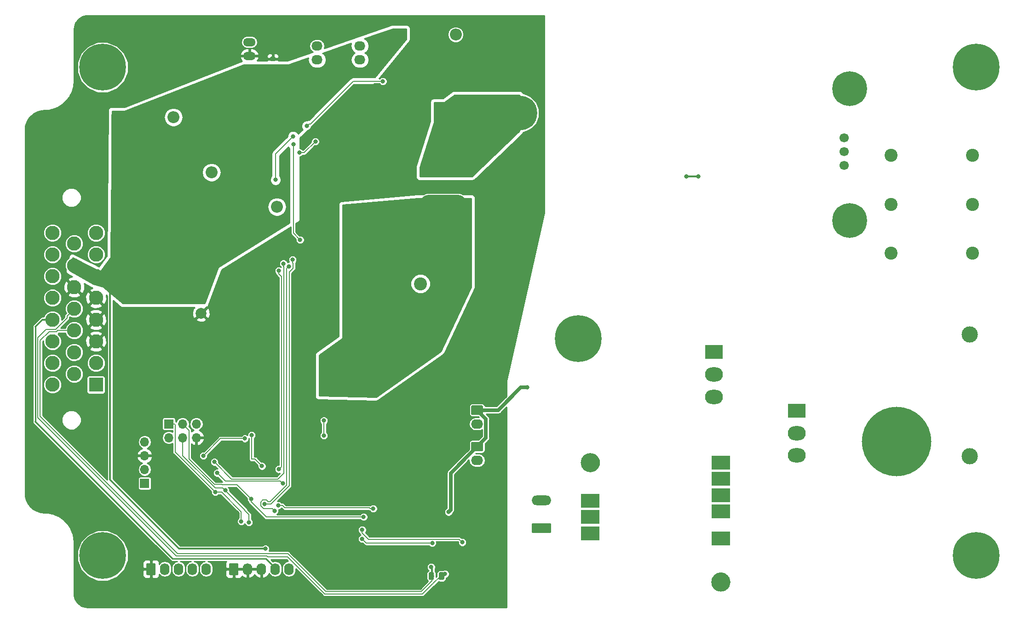
<source format=gbr>
G04 #@! TF.GenerationSoftware,KiCad,Pcbnew,(5.0.2)-1*
G04 #@! TF.CreationDate,2019-03-07T01:49:32-05:00*
G04 #@! TF.ProjectId,interface-board,696e7465-7266-4616-9365-2d626f617264,rev?*
G04 #@! TF.SameCoordinates,Original*
G04 #@! TF.FileFunction,Copper,L2,Bot*
G04 #@! TF.FilePolarity,Positive*
%FSLAX46Y46*%
G04 Gerber Fmt 4.6, Leading zero omitted, Abs format (unit mm)*
G04 Created by KiCad (PCBNEW (5.0.2)-1) date 3/7/2019 1:49:32 AM*
%MOMM*%
%LPD*%
G01*
G04 APERTURE LIST*
G04 #@! TA.AperFunction,Conductor*
%ADD10C,0.100000*%
G04 #@! TD*
G04 #@! TA.AperFunction,SMDPad,CuDef*
%ADD11C,0.975000*%
G04 #@! TD*
G04 #@! TA.AperFunction,ComponentPad*
%ADD12C,0.900000*%
G04 #@! TD*
G04 #@! TA.AperFunction,ComponentPad*
%ADD13C,12.800000*%
G04 #@! TD*
G04 #@! TA.AperFunction,ComponentPad*
%ADD14C,6.400000*%
G04 #@! TD*
G04 #@! TA.AperFunction,ComponentPad*
%ADD15C,1.699848*%
G04 #@! TD*
G04 #@! TA.AperFunction,ComponentPad*
%ADD16C,0.800000*%
G04 #@! TD*
G04 #@! TA.AperFunction,ComponentPad*
%ADD17C,2.625000*%
G04 #@! TD*
G04 #@! TA.AperFunction,ComponentPad*
%ADD18R,2.625000X2.625000*%
G04 #@! TD*
G04 #@! TA.AperFunction,ComponentPad*
%ADD19O,1.700000X1.700000*%
G04 #@! TD*
G04 #@! TA.AperFunction,ComponentPad*
%ADD20R,1.700000X1.700000*%
G04 #@! TD*
G04 #@! TA.AperFunction,ComponentPad*
%ADD21R,3.500000X2.500000*%
G04 #@! TD*
G04 #@! TA.AperFunction,ComponentPad*
%ADD22C,3.500000*%
G04 #@! TD*
G04 #@! TA.AperFunction,ComponentPad*
%ADD23C,8.600000*%
G04 #@! TD*
G04 #@! TA.AperFunction,ComponentPad*
%ADD24C,2.400000*%
G04 #@! TD*
G04 #@! TA.AperFunction,ComponentPad*
%ADD25R,2.400000X2.400000*%
G04 #@! TD*
G04 #@! TA.AperFunction,ComponentPad*
%ADD26O,2.200000X2.200000*%
G04 #@! TD*
G04 #@! TA.AperFunction,ComponentPad*
%ADD27R,2.200000X2.200000*%
G04 #@! TD*
G04 #@! TA.AperFunction,ComponentPad*
%ADD28O,1.740000X2.200000*%
G04 #@! TD*
G04 #@! TA.AperFunction,ComponentPad*
%ADD29C,1.740000*%
G04 #@! TD*
G04 #@! TA.AperFunction,ComponentPad*
%ADD30O,2.030000X1.730000*%
G04 #@! TD*
G04 #@! TA.AperFunction,ComponentPad*
%ADD31R,2.030000X1.730000*%
G04 #@! TD*
G04 #@! TA.AperFunction,ComponentPad*
%ADD32O,2.200000X1.740000*%
G04 #@! TD*
G04 #@! TA.AperFunction,SMDPad,CuDef*
%ADD33R,3.300000X3.300000*%
G04 #@! TD*
G04 #@! TA.AperFunction,SMDPad,CuDef*
%ADD34C,1.350000*%
G04 #@! TD*
G04 #@! TA.AperFunction,ComponentPad*
%ADD35O,2.300000X1.500000*%
G04 #@! TD*
G04 #@! TA.AperFunction,ComponentPad*
%ADD36R,2.300000X1.500000*%
G04 #@! TD*
G04 #@! TA.AperFunction,ComponentPad*
%ADD37C,3.000000*%
G04 #@! TD*
G04 #@! TA.AperFunction,ComponentPad*
%ADD38R,2.000000X2.000000*%
G04 #@! TD*
G04 #@! TA.AperFunction,ComponentPad*
%ADD39C,2.000000*%
G04 #@! TD*
G04 #@! TA.AperFunction,ComponentPad*
%ADD40C,1.800000*%
G04 #@! TD*
G04 #@! TA.AperFunction,ComponentPad*
%ADD41O,3.600000X1.800000*%
G04 #@! TD*
G04 #@! TA.AperFunction,SMDPad,CuDef*
%ADD42C,0.875000*%
G04 #@! TD*
G04 #@! TA.AperFunction,ComponentPad*
%ADD43O,3.300000X2.640000*%
G04 #@! TD*
G04 #@! TA.AperFunction,ComponentPad*
%ADD44R,3.300000X2.640000*%
G04 #@! TD*
G04 #@! TA.AperFunction,ViaPad*
%ADD45C,0.800000*%
G04 #@! TD*
G04 #@! TA.AperFunction,Conductor*
%ADD46C,0.304800*%
G04 #@! TD*
G04 #@! TA.AperFunction,Conductor*
%ADD47C,0.635000*%
G04 #@! TD*
G04 #@! TA.AperFunction,Conductor*
%ADD48C,0.200000*%
G04 #@! TD*
G04 #@! TA.AperFunction,Conductor*
%ADD49C,0.203200*%
G04 #@! TD*
G04 #@! TA.AperFunction,Conductor*
%ADD50C,3.175000*%
G04 #@! TD*
G04 #@! TA.AperFunction,Conductor*
%ADD51C,0.254000*%
G04 #@! TD*
G04 APERTURE END LIST*
D10*
G04 #@! TO.N,/Main/CAN-*
G04 #@! TO.C,R1*
G36*
X129810142Y-142165174D02*
X129833803Y-142168684D01*
X129857007Y-142174496D01*
X129879529Y-142182554D01*
X129901153Y-142192782D01*
X129921670Y-142205079D01*
X129940883Y-142219329D01*
X129958607Y-142235393D01*
X129974671Y-142253117D01*
X129988921Y-142272330D01*
X130001218Y-142292847D01*
X130011446Y-142314471D01*
X130019504Y-142336993D01*
X130025316Y-142360197D01*
X130028826Y-142383858D01*
X130030000Y-142407750D01*
X130030000Y-143320250D01*
X130028826Y-143344142D01*
X130025316Y-143367803D01*
X130019504Y-143391007D01*
X130011446Y-143413529D01*
X130001218Y-143435153D01*
X129988921Y-143455670D01*
X129974671Y-143474883D01*
X129958607Y-143492607D01*
X129940883Y-143508671D01*
X129921670Y-143522921D01*
X129901153Y-143535218D01*
X129879529Y-143545446D01*
X129857007Y-143553504D01*
X129833803Y-143559316D01*
X129810142Y-143562826D01*
X129786250Y-143564000D01*
X129298750Y-143564000D01*
X129274858Y-143562826D01*
X129251197Y-143559316D01*
X129227993Y-143553504D01*
X129205471Y-143545446D01*
X129183847Y-143535218D01*
X129163330Y-143522921D01*
X129144117Y-143508671D01*
X129126393Y-143492607D01*
X129110329Y-143474883D01*
X129096079Y-143455670D01*
X129083782Y-143435153D01*
X129073554Y-143413529D01*
X129065496Y-143391007D01*
X129059684Y-143367803D01*
X129056174Y-143344142D01*
X129055000Y-143320250D01*
X129055000Y-142407750D01*
X129056174Y-142383858D01*
X129059684Y-142360197D01*
X129065496Y-142336993D01*
X129073554Y-142314471D01*
X129083782Y-142292847D01*
X129096079Y-142272330D01*
X129110329Y-142253117D01*
X129126393Y-142235393D01*
X129144117Y-142219329D01*
X129163330Y-142205079D01*
X129183847Y-142192782D01*
X129205471Y-142182554D01*
X129227993Y-142174496D01*
X129251197Y-142168684D01*
X129274858Y-142165174D01*
X129298750Y-142164000D01*
X129786250Y-142164000D01*
X129810142Y-142165174D01*
X129810142Y-142165174D01*
G37*
D11*
G04 #@! TD*
G04 #@! TO.P,R1,2*
G04 #@! TO.N,/Main/CAN-*
X129542500Y-142864000D03*
D10*
G04 #@! TO.N,/Main/CAN+*
G04 #@! TO.C,R1*
G36*
X127935142Y-142165174D02*
X127958803Y-142168684D01*
X127982007Y-142174496D01*
X128004529Y-142182554D01*
X128026153Y-142192782D01*
X128046670Y-142205079D01*
X128065883Y-142219329D01*
X128083607Y-142235393D01*
X128099671Y-142253117D01*
X128113921Y-142272330D01*
X128126218Y-142292847D01*
X128136446Y-142314471D01*
X128144504Y-142336993D01*
X128150316Y-142360197D01*
X128153826Y-142383858D01*
X128155000Y-142407750D01*
X128155000Y-143320250D01*
X128153826Y-143344142D01*
X128150316Y-143367803D01*
X128144504Y-143391007D01*
X128136446Y-143413529D01*
X128126218Y-143435153D01*
X128113921Y-143455670D01*
X128099671Y-143474883D01*
X128083607Y-143492607D01*
X128065883Y-143508671D01*
X128046670Y-143522921D01*
X128026153Y-143535218D01*
X128004529Y-143545446D01*
X127982007Y-143553504D01*
X127958803Y-143559316D01*
X127935142Y-143562826D01*
X127911250Y-143564000D01*
X127423750Y-143564000D01*
X127399858Y-143562826D01*
X127376197Y-143559316D01*
X127352993Y-143553504D01*
X127330471Y-143545446D01*
X127308847Y-143535218D01*
X127288330Y-143522921D01*
X127269117Y-143508671D01*
X127251393Y-143492607D01*
X127235329Y-143474883D01*
X127221079Y-143455670D01*
X127208782Y-143435153D01*
X127198554Y-143413529D01*
X127190496Y-143391007D01*
X127184684Y-143367803D01*
X127181174Y-143344142D01*
X127180000Y-143320250D01*
X127180000Y-142407750D01*
X127181174Y-142383858D01*
X127184684Y-142360197D01*
X127190496Y-142336993D01*
X127198554Y-142314471D01*
X127208782Y-142292847D01*
X127221079Y-142272330D01*
X127235329Y-142253117D01*
X127251393Y-142235393D01*
X127269117Y-142219329D01*
X127288330Y-142205079D01*
X127308847Y-142192782D01*
X127330471Y-142182554D01*
X127352993Y-142174496D01*
X127376197Y-142168684D01*
X127399858Y-142165174D01*
X127423750Y-142164000D01*
X127911250Y-142164000D01*
X127935142Y-142165174D01*
X127935142Y-142165174D01*
G37*
D11*
G04 #@! TD*
G04 #@! TO.P,R1,1*
G04 #@! TO.N,/Main/CAN+*
X127667500Y-142864000D03*
D12*
G04 #@! TO.P,J6,1*
G04 #@! TO.N,/Main/HV+*
X216694113Y-114700887D03*
X213300000Y-113295000D03*
X209905887Y-114700887D03*
X208500000Y-118095000D03*
X209905887Y-121489113D03*
X213300000Y-122895000D03*
X216694113Y-121489113D03*
X218100000Y-118095000D03*
D13*
X213300000Y-118095000D03*
G04 #@! TD*
D14*
G04 #@! TO.P,U5,1*
G04 #@! TO.N,Net-(C10-Pad1)*
X204664000Y-53071000D03*
G04 #@! TO.P,U5,5*
G04 #@! TO.N,/Main/HV-*
X204618280Y-77328000D03*
G04 #@! TO.P,U5,8*
G04 #@! TO.N,GND*
X143958000Y-73010000D03*
G04 #@! TO.P,U5,9*
G04 #@! TO.N,Net-(C2-Pad1)*
X143958000Y-57516000D03*
D15*
G04 #@! TO.P,U5,2*
G04 #@! TO.N,/Main/sheet5C830478/TRIM_HV*
X203648000Y-62088000D03*
G04 #@! TO.P,U5,3*
G04 #@! TO.N,/Main/sheet5C830478/EN_HV*
X203648000Y-64628000D03*
G04 #@! TO.P,U5,4*
G04 #@! TO.N,/Main/sheet5C830478/FAULT_HV*
X203648000Y-67168000D03*
D16*
G04 #@! TO.P,U5,1*
G04 #@! TO.N,Net-(C10-Pad1)*
X204664000Y-50658000D03*
X206370249Y-51364751D03*
X207077000Y-53071000D03*
X206370249Y-54777249D03*
X204664000Y-55484000D03*
X202957751Y-54777249D03*
X202251000Y-53071000D03*
X202957751Y-51364751D03*
G04 #@! TO.P,U5,5*
G04 #@! TO.N,/Main/HV-*
X204664000Y-74915000D03*
X206356858Y-75654080D03*
X207031280Y-77373720D03*
X206292200Y-79066578D03*
X204572560Y-79741000D03*
X202879702Y-79001920D03*
X202205280Y-77282280D03*
X202944360Y-75589422D03*
G04 #@! TO.P,U5,9*
G04 #@! TO.N,Net-(C2-Pad1)*
X143958000Y-55103000D03*
X145664249Y-55809751D03*
X146371000Y-57516000D03*
X145664249Y-59222249D03*
X143958000Y-59929000D03*
X142251751Y-59222249D03*
X141545000Y-57516000D03*
X142251751Y-55809751D03*
G04 #@! TO.P,U5,8*
G04 #@! TO.N,GND*
X143958000Y-70597000D03*
X145664249Y-71303751D03*
X146371000Y-73010000D03*
X145664249Y-74716249D03*
X143958000Y-75423000D03*
X142251751Y-74716249D03*
X141545000Y-73010000D03*
X142251751Y-71303751D03*
G04 #@! TD*
D17*
G04 #@! TO.P,J16,22*
G04 #@! TO.N,/Main/IMD_AN3*
X57935000Y-83624000D03*
G04 #@! TO.P,J16,21*
G04 #@! TO.N,/Main/IMD_AN2*
X57935000Y-87624000D03*
G04 #@! TO.P,J16,20*
G04 #@! TO.N,/Main/IMD_AN1*
X57935000Y-91624000D03*
G04 #@! TO.P,J16,19*
G04 #@! TO.N,/Main/IMD_OK*
X57935000Y-95624000D03*
G04 #@! TO.P,J16,18*
G04 #@! TO.N,N/C*
X57935000Y-99624000D03*
G04 #@! TO.P,J16,17*
X57935000Y-103624000D03*
G04 #@! TO.P,J16,14*
G04 #@! TO.N,+12V*
X61935000Y-85624000D03*
G04 #@! TO.P,J16,13*
G04 #@! TO.N,GND*
X61935000Y-89624000D03*
G04 #@! TO.P,J16,12*
G04 #@! TO.N,/Main/CAN-*
X61935000Y-93624000D03*
G04 #@! TO.P,J16,11*
G04 #@! TO.N,/Main/CAN+*
X61935000Y-97624000D03*
G04 #@! TO.P,J16,10*
G04 #@! TO.N,/Main/SHDN_LOOP_OUT*
X61935000Y-101624000D03*
G04 #@! TO.P,J16,7*
G04 #@! TO.N,/Main/FANOUT3*
X65935000Y-83624000D03*
G04 #@! TO.P,J16,6*
G04 #@! TO.N,+12V*
X65935000Y-87624000D03*
G04 #@! TO.P,J16,5*
G04 #@! TO.N,GND*
X65935000Y-91624000D03*
G04 #@! TO.P,J16,4*
X65935000Y-95624000D03*
G04 #@! TO.P,J16,3*
X65935000Y-99624000D03*
G04 #@! TO.P,J16,2*
G04 #@! TO.N,/Main/SHDN_LOOP_OUT*
X65935000Y-103624000D03*
G04 #@! TO.P,J16,23*
G04 #@! TO.N,N/C*
X57935000Y-79624000D03*
G04 #@! TO.P,J16,16*
G04 #@! TO.N,/Main/SHDN_LOOP_OUT*
X57935000Y-107624000D03*
G04 #@! TO.P,J16,15*
G04 #@! TO.N,/Main/FANOUT2*
X61935000Y-81624000D03*
G04 #@! TO.P,J16,9*
G04 #@! TO.N,/Main/SHDN_LOOP_OUT*
X61935000Y-105624000D03*
G04 #@! TO.P,J16,8*
G04 #@! TO.N,/Main/FANOUT1*
X65935000Y-79624000D03*
D18*
G04 #@! TO.P,J16,1*
G04 #@! TO.N,/Main/SHDN_LOOP_OUT*
X65935000Y-107624000D03*
G04 #@! TD*
D19*
G04 #@! TO.P,J11,4*
G04 #@! TO.N,+5V*
X74900000Y-118169000D03*
G04 #@! TO.P,J11,3*
G04 #@! TO.N,GND*
X74900000Y-120709000D03*
G04 #@! TO.P,J11,2*
G04 #@! TO.N,/Main/UART_TX*
X74900000Y-123249000D03*
D20*
G04 #@! TO.P,J11,1*
G04 #@! TO.N,/Main/UART_RX*
X74900000Y-125789000D03*
G04 #@! TD*
D21*
G04 #@! TO.P,U10,4*
G04 #@! TO.N,N/C*
X156945000Y-134979000D03*
G04 #@! TO.P,U10,5*
G04 #@! TO.N,Net-(J5-Pad1)*
X156945000Y-131979000D03*
G04 #@! TO.P,U10,6*
G04 #@! TO.N,N/C*
X156945000Y-128979000D03*
D22*
G04 #@! TO.P,U10,7*
G04 #@! TO.N,Net-(J5-Pad2)*
X156945000Y-121979000D03*
D10*
G04 #@! TD*
G04 #@! TO.N,Net-(J5-Pad2)*
G04 #@! TO.C,U10*
G36*
X156688222Y-123710059D02*
X156519785Y-123676555D01*
X156355443Y-123626702D01*
X156196779Y-123560981D01*
X156045320Y-123480025D01*
X155902526Y-123384613D01*
X155769772Y-123275664D01*
X155648336Y-123154228D01*
X155539387Y-123021474D01*
X155443975Y-122878680D01*
X155363019Y-122727221D01*
X155297298Y-122568557D01*
X155247445Y-122404215D01*
X155213941Y-122235778D01*
X155197108Y-122064868D01*
X155197108Y-121893132D01*
X155213941Y-121722222D01*
X155247445Y-121553785D01*
X155297298Y-121389443D01*
X155363019Y-121230779D01*
X155443975Y-121079320D01*
X155539387Y-120936526D01*
X155648336Y-120803772D01*
X155769772Y-120682336D01*
X155902526Y-120573387D01*
X156045320Y-120477975D01*
X156196779Y-120397019D01*
X156355443Y-120331298D01*
X156519785Y-120281445D01*
X156688222Y-120247941D01*
X156859132Y-120231108D01*
X157030868Y-120231108D01*
X157201778Y-120247941D01*
X157370215Y-120281445D01*
X157534557Y-120331298D01*
X157693221Y-120397019D01*
X157844680Y-120477975D01*
X157987474Y-120573387D01*
X158120228Y-120682336D01*
X158241664Y-120803772D01*
X158350613Y-120936526D01*
X158446025Y-121079320D01*
X158526981Y-121230779D01*
X158592702Y-121389443D01*
X158642555Y-121553785D01*
X158676059Y-121722222D01*
X158692892Y-121893132D01*
X158692892Y-122064868D01*
X158676059Y-122235778D01*
X158642555Y-122404215D01*
X158592702Y-122568557D01*
X158526981Y-122727221D01*
X158446025Y-122878680D01*
X158350613Y-123021474D01*
X158241664Y-123154228D01*
X158120228Y-123275664D01*
X157987474Y-123384613D01*
X157844680Y-123480025D01*
X157693221Y-123560981D01*
X157534557Y-123626702D01*
X157370215Y-123676555D01*
X157201778Y-123710059D01*
X157030868Y-123726892D01*
X156859132Y-123726892D01*
X156688222Y-123710059D01*
X156688222Y-123710059D01*
G37*
D21*
G04 #@! TO.P,U10,12*
G04 #@! TO.N,/Main/HV+*
X180945000Y-135979000D03*
G04 #@! TO.P,U10,11*
G04 #@! TO.N,N/C*
X180945000Y-130979000D03*
G04 #@! TO.P,U10,10*
G04 #@! TO.N,/Main/HV-*
X180945000Y-127979000D03*
G04 #@! TO.P,U10,9*
G04 #@! TO.N,N/C*
X180945000Y-124979000D03*
D22*
G04 #@! TO.P,U10,14*
X180945000Y-143979000D03*
D10*
G04 #@! TD*
G04 #@! TO.N,N/C*
G04 #@! TO.C,U10*
G36*
X180688222Y-145710059D02*
X180519785Y-145676555D01*
X180355443Y-145626702D01*
X180196779Y-145560981D01*
X180045320Y-145480025D01*
X179902526Y-145384613D01*
X179769772Y-145275664D01*
X179648336Y-145154228D01*
X179539387Y-145021474D01*
X179443975Y-144878680D01*
X179363019Y-144727221D01*
X179297298Y-144568557D01*
X179247445Y-144404215D01*
X179213941Y-144235778D01*
X179197108Y-144064868D01*
X179197108Y-143893132D01*
X179213941Y-143722222D01*
X179247445Y-143553785D01*
X179297298Y-143389443D01*
X179363019Y-143230779D01*
X179443975Y-143079320D01*
X179539387Y-142936526D01*
X179648336Y-142803772D01*
X179769772Y-142682336D01*
X179902526Y-142573387D01*
X180045320Y-142477975D01*
X180196779Y-142397019D01*
X180355443Y-142331298D01*
X180519785Y-142281445D01*
X180688222Y-142247941D01*
X180859132Y-142231108D01*
X181030868Y-142231108D01*
X181201778Y-142247941D01*
X181370215Y-142281445D01*
X181534557Y-142331298D01*
X181693221Y-142397019D01*
X181844680Y-142477975D01*
X181987474Y-142573387D01*
X182120228Y-142682336D01*
X182241664Y-142803772D01*
X182350613Y-142936526D01*
X182446025Y-143079320D01*
X182526981Y-143230779D01*
X182592702Y-143389443D01*
X182642555Y-143553785D01*
X182676059Y-143722222D01*
X182692892Y-143893132D01*
X182692892Y-144064868D01*
X182676059Y-144235778D01*
X182642555Y-144404215D01*
X182592702Y-144568557D01*
X182526981Y-144727221D01*
X182446025Y-144878680D01*
X182350613Y-145021474D01*
X182241664Y-145154228D01*
X182120228Y-145275664D01*
X181987474Y-145384613D01*
X181844680Y-145480025D01*
X181693221Y-145560981D01*
X181534557Y-145626702D01*
X181370215Y-145676555D01*
X181201778Y-145710059D01*
X181030868Y-145726892D01*
X180859132Y-145726892D01*
X180688222Y-145710059D01*
X180688222Y-145710059D01*
G37*
D21*
G04 #@! TO.P,U10,8*
G04 #@! TO.N,N/C*
X180945000Y-121979000D03*
G04 #@! TD*
D12*
G04 #@! TO.P,REF\002A\002A,1*
G04 #@! TO.N,N/C*
X230215419Y-136843581D03*
X227935000Y-135899000D03*
X225654581Y-136843581D03*
X224710000Y-139124000D03*
X225654581Y-141404419D03*
X227935000Y-142349000D03*
X230215419Y-141404419D03*
X231160000Y-139124000D03*
D23*
X227935000Y-139124000D03*
G04 #@! TD*
D12*
G04 #@! TO.P,REF\002A\002A,1*
G04 #@! TO.N,N/C*
X156965419Y-96843581D03*
X154685000Y-95899000D03*
X152404581Y-96843581D03*
X151460000Y-99124000D03*
X152404581Y-101404419D03*
X154685000Y-102349000D03*
X156965419Y-101404419D03*
X157910000Y-99124000D03*
D23*
X154685000Y-99124000D03*
G04 #@! TD*
D12*
G04 #@! TO.P,REF\002A\002A,1*
G04 #@! TO.N,N/C*
X230215419Y-46843581D03*
X227935000Y-45899000D03*
X225654581Y-46843581D03*
X224710000Y-49124000D03*
X225654581Y-51404419D03*
X227935000Y-52349000D03*
X230215419Y-51404419D03*
X231160000Y-49124000D03*
D23*
X227935000Y-49124000D03*
G04 #@! TD*
D24*
G04 #@! TO.P,C9,2*
G04 #@! TO.N,/Main/HV-*
X212240000Y-83369000D03*
G04 #@! TO.P,C9,1*
G04 #@! TO.N,Net-(C10-Pad1)*
X227240000Y-83369000D03*
G04 #@! TD*
G04 #@! TO.P,C10,2*
G04 #@! TO.N,/Main/HV-*
X212240000Y-74369000D03*
G04 #@! TO.P,C10,1*
G04 #@! TO.N,Net-(C10-Pad1)*
X227240000Y-74369000D03*
G04 #@! TD*
G04 #@! TO.P,C11,2*
G04 #@! TO.N,/Main/HV-*
X212240000Y-65369000D03*
G04 #@! TO.P,C11,1*
G04 #@! TO.N,Net-(C10-Pad1)*
X227240000Y-65369000D03*
G04 #@! TD*
G04 #@! TO.P,C13,2*
G04 #@! TO.N,GND*
X112462000Y-68431000D03*
D25*
G04 #@! TO.P,C13,1*
G04 #@! TO.N,/Main/sheet5C830478/12V_OUT*
X112462000Y-75931000D03*
G04 #@! TD*
D24*
G04 #@! TO.P,C14,2*
G04 #@! TO.N,GND*
X125670000Y-89019000D03*
D25*
G04 #@! TO.P,C14,1*
G04 #@! TO.N,/Main/sheet5C830478/12V_OUT*
X125670000Y-81519000D03*
G04 #@! TD*
D26*
G04 #@! TO.P,D3,2*
G04 #@! TO.N,/Main/FANOUT0*
X132148000Y-43079000D03*
D27*
G04 #@! TO.P,D3,1*
G04 #@! TO.N,+12V*
X121988000Y-43079000D03*
G04 #@! TD*
D26*
G04 #@! TO.P,D4,2*
G04 #@! TO.N,/Main/FANOUT2*
X80205000Y-58319000D03*
D27*
G04 #@! TO.P,D4,1*
G04 #@! TO.N,+12V*
X70045000Y-58319000D03*
G04 #@! TD*
D26*
G04 #@! TO.P,D5,2*
G04 #@! TO.N,/Main/FANOUT1*
X87190000Y-68479000D03*
D27*
G04 #@! TO.P,D5,1*
G04 #@! TO.N,+12V*
X77030000Y-68479000D03*
G04 #@! TD*
D26*
G04 #@! TO.P,D6,2*
G04 #@! TO.N,/Main/FANOUT3*
X99255000Y-74829000D03*
D27*
G04 #@! TO.P,D6,1*
G04 #@! TO.N,+12V*
X89095000Y-74829000D03*
G04 #@! TD*
D28*
G04 #@! TO.P,J1,5*
G04 #@! TO.N,/Main/IMD_AN1*
X86225000Y-141594000D03*
G04 #@! TO.P,J1,4*
G04 #@! TO.N,/Main/IMD_AN2*
X83685000Y-141594000D03*
G04 #@! TO.P,J1,3*
G04 #@! TO.N,/Main/IMD_AN3*
X81145000Y-141594000D03*
G04 #@! TO.P,J1,2*
G04 #@! TO.N,+5V*
X78605000Y-141594000D03*
D10*
G04 #@! TD*
G04 #@! TO.N,GND*
G04 #@! TO.C,J1*
G36*
X76709505Y-140495204D02*
X76733773Y-140498804D01*
X76757572Y-140504765D01*
X76780671Y-140513030D01*
X76802850Y-140523520D01*
X76823893Y-140536132D01*
X76843599Y-140550747D01*
X76861777Y-140567223D01*
X76878253Y-140585401D01*
X76892868Y-140605107D01*
X76905480Y-140626150D01*
X76915970Y-140648329D01*
X76924235Y-140671428D01*
X76930196Y-140695227D01*
X76933796Y-140719495D01*
X76935000Y-140743999D01*
X76935000Y-142444001D01*
X76933796Y-142468505D01*
X76930196Y-142492773D01*
X76924235Y-142516572D01*
X76915970Y-142539671D01*
X76905480Y-142561850D01*
X76892868Y-142582893D01*
X76878253Y-142602599D01*
X76861777Y-142620777D01*
X76843599Y-142637253D01*
X76823893Y-142651868D01*
X76802850Y-142664480D01*
X76780671Y-142674970D01*
X76757572Y-142683235D01*
X76733773Y-142689196D01*
X76709505Y-142692796D01*
X76685001Y-142694000D01*
X75444999Y-142694000D01*
X75420495Y-142692796D01*
X75396227Y-142689196D01*
X75372428Y-142683235D01*
X75349329Y-142674970D01*
X75327150Y-142664480D01*
X75306107Y-142651868D01*
X75286401Y-142637253D01*
X75268223Y-142620777D01*
X75251747Y-142602599D01*
X75237132Y-142582893D01*
X75224520Y-142561850D01*
X75214030Y-142539671D01*
X75205765Y-142516572D01*
X75199804Y-142492773D01*
X75196204Y-142468505D01*
X75195000Y-142444001D01*
X75195000Y-140743999D01*
X75196204Y-140719495D01*
X75199804Y-140695227D01*
X75205765Y-140671428D01*
X75214030Y-140648329D01*
X75224520Y-140626150D01*
X75237132Y-140605107D01*
X75251747Y-140585401D01*
X75268223Y-140567223D01*
X75286401Y-140550747D01*
X75306107Y-140536132D01*
X75327150Y-140523520D01*
X75349329Y-140513030D01*
X75372428Y-140504765D01*
X75396227Y-140498804D01*
X75420495Y-140495204D01*
X75444999Y-140494000D01*
X76685001Y-140494000D01*
X76709505Y-140495204D01*
X76709505Y-140495204D01*
G37*
D29*
G04 #@! TO.P,J1,1*
G04 #@! TO.N,GND*
X76065000Y-141594000D03*
G04 #@! TD*
D30*
G04 #@! TO.P,J2,3*
G04 #@! TO.N,N/C*
X106620000Y-45197000D03*
G04 #@! TO.P,J2,2*
G04 #@! TO.N,/Main/FANOUT0*
X106620000Y-47737000D03*
D31*
G04 #@! TO.P,J2,1*
G04 #@! TO.N,+12V*
X106620000Y-50277000D03*
G04 #@! TD*
D30*
G04 #@! TO.P,J3,3*
G04 #@! TO.N,N/C*
X114494000Y-45197000D03*
G04 #@! TO.P,J3,2*
G04 #@! TO.N,/Main/FANOUT0*
X114494000Y-47737000D03*
D31*
G04 #@! TO.P,J3,1*
G04 #@! TO.N,+12V*
X114494000Y-50277000D03*
G04 #@! TD*
D32*
G04 #@! TO.P,J12,2*
G04 #@! TO.N,/Main/TEMP_1*
X136085000Y-121565000D03*
D10*
G04 #@! TD*
G04 #@! TO.N,+5V*
G04 #@! TO.C,J12*
G36*
X136959505Y-118156204D02*
X136983773Y-118159804D01*
X137007572Y-118165765D01*
X137030671Y-118174030D01*
X137052850Y-118184520D01*
X137073893Y-118197132D01*
X137093599Y-118211747D01*
X137111777Y-118228223D01*
X137128253Y-118246401D01*
X137142868Y-118266107D01*
X137155480Y-118287150D01*
X137165970Y-118309329D01*
X137174235Y-118332428D01*
X137180196Y-118356227D01*
X137183796Y-118380495D01*
X137185000Y-118404999D01*
X137185000Y-119645001D01*
X137183796Y-119669505D01*
X137180196Y-119693773D01*
X137174235Y-119717572D01*
X137165970Y-119740671D01*
X137155480Y-119762850D01*
X137142868Y-119783893D01*
X137128253Y-119803599D01*
X137111777Y-119821777D01*
X137093599Y-119838253D01*
X137073893Y-119852868D01*
X137052850Y-119865480D01*
X137030671Y-119875970D01*
X137007572Y-119884235D01*
X136983773Y-119890196D01*
X136959505Y-119893796D01*
X136935001Y-119895000D01*
X135234999Y-119895000D01*
X135210495Y-119893796D01*
X135186227Y-119890196D01*
X135162428Y-119884235D01*
X135139329Y-119875970D01*
X135117150Y-119865480D01*
X135096107Y-119852868D01*
X135076401Y-119838253D01*
X135058223Y-119821777D01*
X135041747Y-119803599D01*
X135027132Y-119783893D01*
X135014520Y-119762850D01*
X135004030Y-119740671D01*
X134995765Y-119717572D01*
X134989804Y-119693773D01*
X134986204Y-119669505D01*
X134985000Y-119645001D01*
X134985000Y-118404999D01*
X134986204Y-118380495D01*
X134989804Y-118356227D01*
X134995765Y-118332428D01*
X135004030Y-118309329D01*
X135014520Y-118287150D01*
X135027132Y-118266107D01*
X135041747Y-118246401D01*
X135058223Y-118228223D01*
X135076401Y-118211747D01*
X135096107Y-118197132D01*
X135117150Y-118184520D01*
X135139329Y-118174030D01*
X135162428Y-118165765D01*
X135186227Y-118159804D01*
X135210495Y-118156204D01*
X135234999Y-118155000D01*
X136935001Y-118155000D01*
X136959505Y-118156204D01*
X136959505Y-118156204D01*
G37*
D29*
G04 #@! TO.P,J12,1*
G04 #@! TO.N,+5V*
X136085000Y-119025000D03*
G04 #@! TD*
D32*
G04 #@! TO.P,J13,2*
G04 #@! TO.N,/Main/TEMP_2*
X136085000Y-114834000D03*
D10*
G04 #@! TD*
G04 #@! TO.N,+5V*
G04 #@! TO.C,J13*
G36*
X136959505Y-111425204D02*
X136983773Y-111428804D01*
X137007572Y-111434765D01*
X137030671Y-111443030D01*
X137052850Y-111453520D01*
X137073893Y-111466132D01*
X137093599Y-111480747D01*
X137111777Y-111497223D01*
X137128253Y-111515401D01*
X137142868Y-111535107D01*
X137155480Y-111556150D01*
X137165970Y-111578329D01*
X137174235Y-111601428D01*
X137180196Y-111625227D01*
X137183796Y-111649495D01*
X137185000Y-111673999D01*
X137185000Y-112914001D01*
X137183796Y-112938505D01*
X137180196Y-112962773D01*
X137174235Y-112986572D01*
X137165970Y-113009671D01*
X137155480Y-113031850D01*
X137142868Y-113052893D01*
X137128253Y-113072599D01*
X137111777Y-113090777D01*
X137093599Y-113107253D01*
X137073893Y-113121868D01*
X137052850Y-113134480D01*
X137030671Y-113144970D01*
X137007572Y-113153235D01*
X136983773Y-113159196D01*
X136959505Y-113162796D01*
X136935001Y-113164000D01*
X135234999Y-113164000D01*
X135210495Y-113162796D01*
X135186227Y-113159196D01*
X135162428Y-113153235D01*
X135139329Y-113144970D01*
X135117150Y-113134480D01*
X135096107Y-113121868D01*
X135076401Y-113107253D01*
X135058223Y-113090777D01*
X135041747Y-113072599D01*
X135027132Y-113052893D01*
X135014520Y-113031850D01*
X135004030Y-113009671D01*
X134995765Y-112986572D01*
X134989804Y-112962773D01*
X134986204Y-112938505D01*
X134985000Y-112914001D01*
X134985000Y-111673999D01*
X134986204Y-111649495D01*
X134989804Y-111625227D01*
X134995765Y-111601428D01*
X135004030Y-111578329D01*
X135014520Y-111556150D01*
X135027132Y-111535107D01*
X135041747Y-111515401D01*
X135058223Y-111497223D01*
X135076401Y-111480747D01*
X135096107Y-111466132D01*
X135117150Y-111453520D01*
X135139329Y-111443030D01*
X135162428Y-111434765D01*
X135186227Y-111428804D01*
X135210495Y-111425204D01*
X135234999Y-111424000D01*
X136935001Y-111424000D01*
X136959505Y-111425204D01*
X136959505Y-111425204D01*
G37*
D29*
G04 #@! TO.P,J13,1*
G04 #@! TO.N,+5V*
X136085000Y-112294000D03*
G04 #@! TD*
D19*
G04 #@! TO.P,J15,6*
G04 #@! TO.N,GND*
X84425000Y-117374000D03*
G04 #@! TO.P,J15,5*
G04 #@! TO.N,/Main/sheet5C830476/RESET*
X84425000Y-114834000D03*
G04 #@! TO.P,J15,4*
G04 #@! TO.N,/Main/sheet5C830476/MOSI*
X81885000Y-117374000D03*
G04 #@! TO.P,J15,3*
G04 #@! TO.N,/Main/sheet5C830476/SCK*
X81885000Y-114834000D03*
G04 #@! TO.P,J15,2*
G04 #@! TO.N,+5V*
X79345000Y-117374000D03*
D20*
G04 #@! TO.P,J15,1*
G04 #@! TO.N,/Main/sheet5C830476/MISO*
X79345000Y-114834000D03*
G04 #@! TD*
D33*
G04 #@! TO.P,L2,2*
G04 #@! TO.N,/Main/sheet5C830478/12V_OUT*
X133290000Y-75040000D03*
G04 #@! TO.P,L2,1*
G04 #@! TO.N,Net-(C2-Pad1)*
X133290000Y-67170000D03*
G04 #@! TD*
D10*
G04 #@! TO.N,Net-(C2-Pad1)*
G04 #@! TO.C,R23*
G36*
X128643505Y-67785204D02*
X128667773Y-67788804D01*
X128691572Y-67794765D01*
X128714671Y-67803030D01*
X128736850Y-67813520D01*
X128757893Y-67826132D01*
X128777599Y-67840747D01*
X128795777Y-67857223D01*
X128812253Y-67875401D01*
X128826868Y-67895107D01*
X128839480Y-67916150D01*
X128849970Y-67938329D01*
X128858235Y-67961428D01*
X128864196Y-67985227D01*
X128867796Y-68009495D01*
X128869000Y-68033999D01*
X128869000Y-68884001D01*
X128867796Y-68908505D01*
X128864196Y-68932773D01*
X128858235Y-68956572D01*
X128849970Y-68979671D01*
X128839480Y-69001850D01*
X128826868Y-69022893D01*
X128812253Y-69042599D01*
X128795777Y-69060777D01*
X128777599Y-69077253D01*
X128757893Y-69091868D01*
X128736850Y-69104480D01*
X128714671Y-69114970D01*
X128691572Y-69123235D01*
X128667773Y-69129196D01*
X128643505Y-69132796D01*
X128619001Y-69134000D01*
X125768999Y-69134000D01*
X125744495Y-69132796D01*
X125720227Y-69129196D01*
X125696428Y-69123235D01*
X125673329Y-69114970D01*
X125651150Y-69104480D01*
X125630107Y-69091868D01*
X125610401Y-69077253D01*
X125592223Y-69060777D01*
X125575747Y-69042599D01*
X125561132Y-69022893D01*
X125548520Y-69001850D01*
X125538030Y-68979671D01*
X125529765Y-68956572D01*
X125523804Y-68932773D01*
X125520204Y-68908505D01*
X125519000Y-68884001D01*
X125519000Y-68033999D01*
X125520204Y-68009495D01*
X125523804Y-67985227D01*
X125529765Y-67961428D01*
X125538030Y-67938329D01*
X125548520Y-67916150D01*
X125561132Y-67895107D01*
X125575747Y-67875401D01*
X125592223Y-67857223D01*
X125610401Y-67840747D01*
X125630107Y-67826132D01*
X125651150Y-67813520D01*
X125673329Y-67803030D01*
X125696428Y-67794765D01*
X125720227Y-67788804D01*
X125744495Y-67785204D01*
X125768999Y-67784000D01*
X128619001Y-67784000D01*
X128643505Y-67785204D01*
X128643505Y-67785204D01*
G37*
D34*
G04 #@! TD*
G04 #@! TO.P,R23,2*
G04 #@! TO.N,Net-(C2-Pad1)*
X127194000Y-68459000D03*
D10*
G04 #@! TO.N,/Main/sheet5C830478/12V_OUT*
G04 #@! TO.C,R23*
G36*
X128643505Y-73585204D02*
X128667773Y-73588804D01*
X128691572Y-73594765D01*
X128714671Y-73603030D01*
X128736850Y-73613520D01*
X128757893Y-73626132D01*
X128777599Y-73640747D01*
X128795777Y-73657223D01*
X128812253Y-73675401D01*
X128826868Y-73695107D01*
X128839480Y-73716150D01*
X128849970Y-73738329D01*
X128858235Y-73761428D01*
X128864196Y-73785227D01*
X128867796Y-73809495D01*
X128869000Y-73833999D01*
X128869000Y-74684001D01*
X128867796Y-74708505D01*
X128864196Y-74732773D01*
X128858235Y-74756572D01*
X128849970Y-74779671D01*
X128839480Y-74801850D01*
X128826868Y-74822893D01*
X128812253Y-74842599D01*
X128795777Y-74860777D01*
X128777599Y-74877253D01*
X128757893Y-74891868D01*
X128736850Y-74904480D01*
X128714671Y-74914970D01*
X128691572Y-74923235D01*
X128667773Y-74929196D01*
X128643505Y-74932796D01*
X128619001Y-74934000D01*
X125768999Y-74934000D01*
X125744495Y-74932796D01*
X125720227Y-74929196D01*
X125696428Y-74923235D01*
X125673329Y-74914970D01*
X125651150Y-74904480D01*
X125630107Y-74891868D01*
X125610401Y-74877253D01*
X125592223Y-74860777D01*
X125575747Y-74842599D01*
X125561132Y-74822893D01*
X125548520Y-74801850D01*
X125538030Y-74779671D01*
X125529765Y-74756572D01*
X125523804Y-74732773D01*
X125520204Y-74708505D01*
X125519000Y-74684001D01*
X125519000Y-73833999D01*
X125520204Y-73809495D01*
X125523804Y-73785227D01*
X125529765Y-73761428D01*
X125538030Y-73738329D01*
X125548520Y-73716150D01*
X125561132Y-73695107D01*
X125575747Y-73675401D01*
X125592223Y-73657223D01*
X125610401Y-73640747D01*
X125630107Y-73626132D01*
X125651150Y-73613520D01*
X125673329Y-73603030D01*
X125696428Y-73594765D01*
X125720227Y-73588804D01*
X125744495Y-73585204D01*
X125768999Y-73584000D01*
X128619001Y-73584000D01*
X128643505Y-73585204D01*
X128643505Y-73585204D01*
G37*
D34*
G04 #@! TD*
G04 #@! TO.P,R23,1*
G04 #@! TO.N,/Main/sheet5C830478/12V_OUT*
X127194000Y-74259000D03*
D35*
G04 #@! TO.P,U7,3*
G04 #@! TO.N,+5V*
X94175000Y-44476000D03*
G04 #@! TO.P,U7,2*
G04 #@! TO.N,GND*
X94175000Y-47016000D03*
D36*
G04 #@! TO.P,U7,1*
G04 #@! TO.N,+12V*
X94175000Y-49556000D03*
G04 #@! TD*
D12*
G04 #@! TO.P,REF\002A\002A,1*
G04 #@! TO.N,N/C*
X69465419Y-46843581D03*
X67185000Y-45899000D03*
X64904581Y-46843581D03*
X63960000Y-49124000D03*
X64904581Y-51404419D03*
X67185000Y-52349000D03*
X69465419Y-51404419D03*
X70410000Y-49124000D03*
D23*
X67185000Y-49124000D03*
G04 #@! TD*
D12*
G04 #@! TO.P,REF\002A\002A,1*
G04 #@! TO.N,N/C*
X69465419Y-136843581D03*
X67185000Y-135899000D03*
X64904581Y-136843581D03*
X63960000Y-139124000D03*
X64904581Y-141404419D03*
X67185000Y-142349000D03*
X69465419Y-141404419D03*
X70410000Y-139124000D03*
D23*
X67185000Y-139124000D03*
G04 #@! TD*
D28*
G04 #@! TO.P,J4,5*
G04 #@! TO.N,+12V*
X101465000Y-141594000D03*
G04 #@! TO.P,J4,4*
G04 #@! TO.N,/Main/IMD_OK*
X98925000Y-141594000D03*
G04 #@! TO.P,J4,3*
G04 #@! TO.N,GND*
X96385000Y-141594000D03*
G04 #@! TO.P,J4,2*
X93845000Y-141594000D03*
D10*
G04 #@! TD*
G04 #@! TO.N,GND*
G04 #@! TO.C,J4*
G36*
X91949505Y-140495204D02*
X91973773Y-140498804D01*
X91997572Y-140504765D01*
X92020671Y-140513030D01*
X92042850Y-140523520D01*
X92063893Y-140536132D01*
X92083599Y-140550747D01*
X92101777Y-140567223D01*
X92118253Y-140585401D01*
X92132868Y-140605107D01*
X92145480Y-140626150D01*
X92155970Y-140648329D01*
X92164235Y-140671428D01*
X92170196Y-140695227D01*
X92173796Y-140719495D01*
X92175000Y-140743999D01*
X92175000Y-142444001D01*
X92173796Y-142468505D01*
X92170196Y-142492773D01*
X92164235Y-142516572D01*
X92155970Y-142539671D01*
X92145480Y-142561850D01*
X92132868Y-142582893D01*
X92118253Y-142602599D01*
X92101777Y-142620777D01*
X92083599Y-142637253D01*
X92063893Y-142651868D01*
X92042850Y-142664480D01*
X92020671Y-142674970D01*
X91997572Y-142683235D01*
X91973773Y-142689196D01*
X91949505Y-142692796D01*
X91925001Y-142694000D01*
X90684999Y-142694000D01*
X90660495Y-142692796D01*
X90636227Y-142689196D01*
X90612428Y-142683235D01*
X90589329Y-142674970D01*
X90567150Y-142664480D01*
X90546107Y-142651868D01*
X90526401Y-142637253D01*
X90508223Y-142620777D01*
X90491747Y-142602599D01*
X90477132Y-142582893D01*
X90464520Y-142561850D01*
X90454030Y-142539671D01*
X90445765Y-142516572D01*
X90439804Y-142492773D01*
X90436204Y-142468505D01*
X90435000Y-142444001D01*
X90435000Y-140743999D01*
X90436204Y-140719495D01*
X90439804Y-140695227D01*
X90445765Y-140671428D01*
X90454030Y-140648329D01*
X90464520Y-140626150D01*
X90477132Y-140605107D01*
X90491747Y-140585401D01*
X90508223Y-140567223D01*
X90526401Y-140550747D01*
X90546107Y-140536132D01*
X90567150Y-140523520D01*
X90589329Y-140513030D01*
X90612428Y-140504765D01*
X90636227Y-140498804D01*
X90660495Y-140495204D01*
X90684999Y-140494000D01*
X91925001Y-140494000D01*
X91949505Y-140495204D01*
X91949505Y-140495204D01*
G37*
D29*
G04 #@! TO.P,J4,1*
G04 #@! TO.N,GND*
X91305000Y-141594000D03*
G04 #@! TD*
D37*
G04 #@! TO.P,F1,2*
G04 #@! TO.N,/Main/HV+*
X226735000Y-120824000D03*
G04 #@! TO.P,F1,1*
G04 #@! TO.N,/Main/sheet5C830478/HV+*
X226735000Y-98324000D03*
G04 #@! TD*
D38*
G04 #@! TO.P,C1,1*
G04 #@! TO.N,+12V*
X85285000Y-89434000D03*
D39*
G04 #@! TO.P,C1,2*
G04 #@! TO.N,GND*
X85285000Y-94434000D03*
G04 #@! TD*
D25*
G04 #@! TO.P,C2,1*
G04 #@! TO.N,Net-(C2-Pad1)*
X129480000Y-56881000D03*
D24*
G04 #@! TO.P,C2,2*
G04 #@! TO.N,GND*
X121980000Y-56881000D03*
G04 #@! TD*
D10*
G04 #@! TO.N,Net-(J5-Pad1)*
G04 #@! TO.C,J5*
G36*
X149499504Y-133145204D02*
X149523773Y-133148804D01*
X149547571Y-133154765D01*
X149570671Y-133163030D01*
X149592849Y-133173520D01*
X149613893Y-133186133D01*
X149633598Y-133200747D01*
X149651777Y-133217223D01*
X149668253Y-133235402D01*
X149682867Y-133255107D01*
X149695480Y-133276151D01*
X149705970Y-133298329D01*
X149714235Y-133321429D01*
X149720196Y-133345227D01*
X149723796Y-133369496D01*
X149725000Y-133394000D01*
X149725000Y-134694000D01*
X149723796Y-134718504D01*
X149720196Y-134742773D01*
X149714235Y-134766571D01*
X149705970Y-134789671D01*
X149695480Y-134811849D01*
X149682867Y-134832893D01*
X149668253Y-134852598D01*
X149651777Y-134870777D01*
X149633598Y-134887253D01*
X149613893Y-134901867D01*
X149592849Y-134914480D01*
X149570671Y-134924970D01*
X149547571Y-134933235D01*
X149523773Y-134939196D01*
X149499504Y-134942796D01*
X149475000Y-134944000D01*
X146375000Y-134944000D01*
X146350496Y-134942796D01*
X146326227Y-134939196D01*
X146302429Y-134933235D01*
X146279329Y-134924970D01*
X146257151Y-134914480D01*
X146236107Y-134901867D01*
X146216402Y-134887253D01*
X146198223Y-134870777D01*
X146181747Y-134852598D01*
X146167133Y-134832893D01*
X146154520Y-134811849D01*
X146144030Y-134789671D01*
X146135765Y-134766571D01*
X146129804Y-134742773D01*
X146126204Y-134718504D01*
X146125000Y-134694000D01*
X146125000Y-133394000D01*
X146126204Y-133369496D01*
X146129804Y-133345227D01*
X146135765Y-133321429D01*
X146144030Y-133298329D01*
X146154520Y-133276151D01*
X146167133Y-133255107D01*
X146181747Y-133235402D01*
X146198223Y-133217223D01*
X146216402Y-133200747D01*
X146236107Y-133186133D01*
X146257151Y-133173520D01*
X146279329Y-133163030D01*
X146302429Y-133154765D01*
X146326227Y-133148804D01*
X146350496Y-133145204D01*
X146375000Y-133144000D01*
X149475000Y-133144000D01*
X149499504Y-133145204D01*
X149499504Y-133145204D01*
G37*
D40*
G04 #@! TD*
G04 #@! TO.P,J5,1*
G04 #@! TO.N,Net-(J5-Pad1)*
X147925000Y-134044000D03*
D41*
G04 #@! TO.P,J5,2*
G04 #@! TO.N,Net-(J5-Pad2)*
X147925000Y-128964000D03*
G04 #@! TD*
D10*
G04 #@! TO.N,GND*
G04 #@! TO.C,C5*
G36*
X98769691Y-47148053D02*
X98790926Y-47151203D01*
X98811750Y-47156419D01*
X98831962Y-47163651D01*
X98851368Y-47172830D01*
X98869781Y-47183866D01*
X98887024Y-47196654D01*
X98902930Y-47211070D01*
X98917346Y-47226976D01*
X98930134Y-47244219D01*
X98941170Y-47262632D01*
X98950349Y-47282038D01*
X98957581Y-47302250D01*
X98962797Y-47323074D01*
X98965947Y-47344309D01*
X98967000Y-47365750D01*
X98967000Y-47803250D01*
X98965947Y-47824691D01*
X98962797Y-47845926D01*
X98957581Y-47866750D01*
X98950349Y-47886962D01*
X98941170Y-47906368D01*
X98930134Y-47924781D01*
X98917346Y-47942024D01*
X98902930Y-47957930D01*
X98887024Y-47972346D01*
X98869781Y-47985134D01*
X98851368Y-47996170D01*
X98831962Y-48005349D01*
X98811750Y-48012581D01*
X98790926Y-48017797D01*
X98769691Y-48020947D01*
X98748250Y-48022000D01*
X98235750Y-48022000D01*
X98214309Y-48020947D01*
X98193074Y-48017797D01*
X98172250Y-48012581D01*
X98152038Y-48005349D01*
X98132632Y-47996170D01*
X98114219Y-47985134D01*
X98096976Y-47972346D01*
X98081070Y-47957930D01*
X98066654Y-47942024D01*
X98053866Y-47924781D01*
X98042830Y-47906368D01*
X98033651Y-47886962D01*
X98026419Y-47866750D01*
X98021203Y-47845926D01*
X98018053Y-47824691D01*
X98017000Y-47803250D01*
X98017000Y-47365750D01*
X98018053Y-47344309D01*
X98021203Y-47323074D01*
X98026419Y-47302250D01*
X98033651Y-47282038D01*
X98042830Y-47262632D01*
X98053866Y-47244219D01*
X98066654Y-47226976D01*
X98081070Y-47211070D01*
X98096976Y-47196654D01*
X98114219Y-47183866D01*
X98132632Y-47172830D01*
X98152038Y-47163651D01*
X98172250Y-47156419D01*
X98193074Y-47151203D01*
X98214309Y-47148053D01*
X98235750Y-47147000D01*
X98748250Y-47147000D01*
X98769691Y-47148053D01*
X98769691Y-47148053D01*
G37*
D42*
G04 #@! TD*
G04 #@! TO.P,C5,2*
G04 #@! TO.N,GND*
X98492000Y-47584500D03*
D10*
G04 #@! TO.N,+12V*
G04 #@! TO.C,C5*
G36*
X98769691Y-48723053D02*
X98790926Y-48726203D01*
X98811750Y-48731419D01*
X98831962Y-48738651D01*
X98851368Y-48747830D01*
X98869781Y-48758866D01*
X98887024Y-48771654D01*
X98902930Y-48786070D01*
X98917346Y-48801976D01*
X98930134Y-48819219D01*
X98941170Y-48837632D01*
X98950349Y-48857038D01*
X98957581Y-48877250D01*
X98962797Y-48898074D01*
X98965947Y-48919309D01*
X98967000Y-48940750D01*
X98967000Y-49378250D01*
X98965947Y-49399691D01*
X98962797Y-49420926D01*
X98957581Y-49441750D01*
X98950349Y-49461962D01*
X98941170Y-49481368D01*
X98930134Y-49499781D01*
X98917346Y-49517024D01*
X98902930Y-49532930D01*
X98887024Y-49547346D01*
X98869781Y-49560134D01*
X98851368Y-49571170D01*
X98831962Y-49580349D01*
X98811750Y-49587581D01*
X98790926Y-49592797D01*
X98769691Y-49595947D01*
X98748250Y-49597000D01*
X98235750Y-49597000D01*
X98214309Y-49595947D01*
X98193074Y-49592797D01*
X98172250Y-49587581D01*
X98152038Y-49580349D01*
X98132632Y-49571170D01*
X98114219Y-49560134D01*
X98096976Y-49547346D01*
X98081070Y-49532930D01*
X98066654Y-49517024D01*
X98053866Y-49499781D01*
X98042830Y-49481368D01*
X98033651Y-49461962D01*
X98026419Y-49441750D01*
X98021203Y-49420926D01*
X98018053Y-49399691D01*
X98017000Y-49378250D01*
X98017000Y-48940750D01*
X98018053Y-48919309D01*
X98021203Y-48898074D01*
X98026419Y-48877250D01*
X98033651Y-48857038D01*
X98042830Y-48837632D01*
X98053866Y-48819219D01*
X98066654Y-48801976D01*
X98081070Y-48786070D01*
X98096976Y-48771654D01*
X98114219Y-48758866D01*
X98132632Y-48747830D01*
X98152038Y-48738651D01*
X98172250Y-48731419D01*
X98193074Y-48726203D01*
X98214309Y-48723053D01*
X98235750Y-48722000D01*
X98748250Y-48722000D01*
X98769691Y-48723053D01*
X98769691Y-48723053D01*
G37*
D42*
G04 #@! TD*
G04 #@! TO.P,C5,1*
G04 #@! TO.N,+12V*
X98492000Y-49159500D03*
D43*
G04 #@! TO.P,J7,3*
G04 #@! TO.N,/Main/HV-*
X179645000Y-109865000D03*
G04 #@! TO.P,J7,2*
X179645000Y-105725000D03*
D44*
G04 #@! TO.P,J7,1*
X179645000Y-101585000D03*
G04 #@! TD*
G04 #@! TO.P,J8,1*
G04 #@! TO.N,/Main/HV+*
X194885000Y-112380000D03*
D43*
G04 #@! TO.P,J8,2*
X194885000Y-116520000D03*
G04 #@! TO.P,J8,3*
X194885000Y-120660000D03*
G04 #@! TD*
D45*
G04 #@! TO.N,+12V*
X97125000Y-137854000D03*
G04 #@! TO.N,GND*
X97790000Y-123444000D03*
X107315000Y-118364000D03*
X92075000Y-122809000D03*
X80645000Y-123444000D03*
X105156000Y-138557000D03*
X69850000Y-146939000D03*
X63500000Y-131064000D03*
X55245000Y-127254000D03*
X55245000Y-120904000D03*
X87630000Y-135509000D03*
X81377000Y-130488000D03*
X112208000Y-112253000D03*
X147514000Y-40371000D03*
X147514000Y-45705000D03*
X147768000Y-52309000D03*
X142688000Y-49007000D03*
X138370000Y-42911000D03*
X135068000Y-50023000D03*
X128270000Y-115189000D03*
X109601000Y-121412000D03*
X115189000Y-114300000D03*
X128524000Y-120650000D03*
X57277000Y-75184000D03*
X55499000Y-65532000D03*
X66548000Y-118872000D03*
X69850000Y-114300000D03*
X139700000Y-147320000D03*
X139700000Y-142240000D03*
X139700000Y-137160000D03*
X139700000Y-132080000D03*
X139700000Y-127000000D03*
X139700000Y-116840000D03*
X139700000Y-109220000D03*
X140970000Y-103505000D03*
X142875000Y-97155000D03*
X144780000Y-89535000D03*
X146050000Y-83185000D03*
X142875000Y-78740000D03*
X142875000Y-84455000D03*
X139065000Y-86995000D03*
X141605000Y-90805000D03*
X137795000Y-93345000D03*
X139065000Y-98425000D03*
X134620000Y-100330000D03*
X136525000Y-105410000D03*
X133985000Y-95250000D03*
X138430000Y-81915000D03*
X136525000Y-76835000D03*
X137160000Y-71120000D03*
X132080000Y-71120000D03*
X126365000Y-71120000D03*
X118745000Y-71755000D03*
X111760000Y-72390000D03*
X109220000Y-78105000D03*
X109220000Y-84455000D03*
X109855000Y-91440000D03*
X130810000Y-106680000D03*
X123825000Y-107950000D03*
X127000000Y-110490000D03*
X121920000Y-117475000D03*
X120015000Y-110490000D03*
X102870000Y-100965000D03*
X102870000Y-96520000D03*
X102870000Y-92075000D03*
X102870000Y-88265000D03*
X106045000Y-98425000D03*
X106045000Y-93980000D03*
X106045000Y-88265000D03*
X98425000Y-100965000D03*
X98425000Y-96520000D03*
X98425000Y-92075000D03*
X98425000Y-88265000D03*
X90805000Y-100965000D03*
X83185000Y-100965000D03*
X76835000Y-100965000D03*
X70485000Y-100965000D03*
X69850000Y-93980000D03*
X76200000Y-93980000D03*
X81915000Y-93980000D03*
X88900000Y-93980000D03*
X89535000Y-88900000D03*
X93345000Y-86360000D03*
X73660000Y-97790000D03*
X86360000Y-97790000D03*
X93345000Y-93980000D03*
X71755000Y-40640000D03*
X85090000Y-40640000D03*
X99060000Y-40640000D03*
X112395000Y-40640000D03*
X123825000Y-40640000D03*
X80645000Y-48895000D03*
X63500000Y-56515000D03*
X66040000Y-64135000D03*
X61595000Y-68580000D03*
X147955000Y-62865000D03*
X147955000Y-68580000D03*
X142240000Y-66040000D03*
X147320000Y-76835000D03*
X139700000Y-74295000D03*
X140335000Y-69215000D03*
X101346000Y-129286000D03*
X103124000Y-127254000D03*
X105410000Y-124714000D03*
X110490000Y-124714000D03*
X107950000Y-129286000D03*
X120650000Y-124968000D03*
X114808000Y-127762000D03*
X128778000Y-124714000D03*
X127000000Y-132080000D03*
X119634000Y-134366000D03*
X132842000Y-125476000D03*
X125730000Y-147828000D03*
X88392000Y-147574000D03*
X92964000Y-146050000D03*
X104902000Y-145796000D03*
X78486000Y-146304000D03*
X74422000Y-137414000D03*
X130048000Y-53848000D03*
X126746000Y-59182000D03*
X124968000Y-64770000D03*
X123444000Y-69088000D03*
X115570000Y-64008000D03*
X113538000Y-53340000D03*
X120396000Y-49784000D03*
X106934000Y-59944000D03*
X113030000Y-58928000D03*
X103886000Y-66802000D03*
X103886000Y-76962000D03*
X106934000Y-70866000D03*
X176776380Y-69220080D03*
X174579280Y-69202300D03*
X101441967Y-132988681D03*
X139675209Y-121895209D03*
X77056440Y-118346978D03*
G04 #@! TO.N,/Main/sheet5C830476/FAN_CTRL_3*
X98831691Y-130835691D03*
G04 #@! TO.N,+5V*
X145336090Y-108125090D03*
X130810000Y-131064000D03*
G04 #@! TO.N,Net-(C18-Pad1)*
X107869691Y-114218691D03*
X107869691Y-116998691D03*
G04 #@! TO.N,Net-(Q1-Pad1)*
X104775000Y-59944000D03*
X118745000Y-51689000D03*
G04 #@! TO.N,Net-(Q3-Pad1)*
X102235000Y-61849000D03*
X98992168Y-69856507D03*
G04 #@! TO.N,Net-(Q4-Pad1)*
X103505000Y-80899000D03*
X102272063Y-63312062D03*
G04 #@! TO.N,Net-(U1-Pad1)*
X114935000Y-134366000D03*
X133350000Y-136652000D03*
G04 #@! TO.N,Net-(U1-Pad4)*
X114935000Y-136017000D03*
X127823830Y-136788701D03*
G04 #@! TO.N,/Main/sheet5C830478/12V_OUT*
X108526000Y-109119000D03*
X107891000Y-107849000D03*
X108526000Y-106579000D03*
X107891000Y-105309000D03*
X108526000Y-104039000D03*
X107891000Y-102769000D03*
X111955000Y-109119000D03*
X111320000Y-107849000D03*
X111955000Y-106579000D03*
X111320000Y-105309000D03*
X111955000Y-104039000D03*
X111320000Y-102769000D03*
G04 #@! TO.N,/Main/sheet5C830476/LED1*
X94585000Y-116899000D03*
X96490000Y-122614000D03*
G04 #@! TO.N,/Main/sheet5C830476/LED2*
X93315000Y-117534000D03*
X85695000Y-120709000D03*
G04 #@! TO.N,/Main/sheet5C830476/MOSI*
X94079691Y-132988681D03*
X89737520Y-127085938D03*
G04 #@! TO.N,/Main/sheet5C830476/SCK*
X94488000Y-128651000D03*
X115195194Y-131994158D03*
G04 #@! TO.N,/Main/sheet5C830476/MISO*
X87909691Y-127406691D03*
X92680000Y-132793010D03*
G04 #@! TO.N,/Main/CAN-*
X130175000Y-142494000D03*
G04 #@! TO.N,/Main/CAN+*
X127635000Y-141224000D03*
G04 #@! TO.N,/Main/DC_DC_EN*
X88235000Y-123884000D03*
X100307956Y-125829462D03*
G04 #@! TO.N,/Main/sheet5C830476/FAN_CTRL_3*
X101450564Y-85786683D03*
G04 #@! TO.N,/Main/sheet5C830476/FAN_CTRL_1*
X102108000Y-84582000D03*
X96973898Y-129564948D03*
G04 #@! TO.N,/Main/sheet5C830476/FAN_CTRL_2*
X100444955Y-85293955D03*
X87727000Y-121852000D03*
X103356030Y-64833012D03*
X106324400Y-62788800D03*
G04 #@! TO.N,/Main/sheet5C830476/FAN_CTRL_0*
X99568000Y-86614000D03*
X99568000Y-123190000D03*
G04 #@! TO.N,/Main/sheet5C830476/CAN_CS*
X116967000Y-130429000D03*
X99504791Y-129832391D03*
G04 #@! TD*
D46*
G04 #@! TO.N,+12V*
X65935000Y-87624000D02*
X68550000Y-90239000D01*
X68550000Y-90239000D02*
X68550000Y-109914000D01*
X68550000Y-109914000D02*
X68550000Y-121937642D01*
X68550000Y-121937642D02*
X68550000Y-125154000D01*
X68550000Y-125154000D02*
X81250000Y-137854000D01*
X81250000Y-137854000D02*
X97125000Y-137854000D01*
G04 #@! TO.N,GND*
X174597060Y-69220080D02*
X174579280Y-69202300D01*
X176776380Y-69220080D02*
X174597060Y-69220080D01*
D47*
G04 #@! TO.N,+5V*
X135145227Y-119964773D02*
X136085000Y-119025000D01*
X131209999Y-123900001D02*
X135145227Y-119964773D01*
X131209999Y-130664001D02*
X131209999Y-123900001D01*
X130810000Y-131064000D02*
X131209999Y-130664001D01*
X136085000Y-112294000D02*
X139957000Y-112294000D01*
X144125910Y-108125090D02*
X145336090Y-108125090D01*
X139957000Y-112294000D02*
X144125910Y-108125090D01*
X137024773Y-113233773D02*
X136085000Y-112294000D01*
X137702510Y-113911510D02*
X137024773Y-113233773D01*
X137702510Y-117407490D02*
X137702510Y-113911510D01*
X136085000Y-119025000D02*
X137702510Y-117407490D01*
D48*
G04 #@! TO.N,Net-(C18-Pad1)*
X107869691Y-114218691D02*
X107869691Y-116998691D01*
X107869691Y-116998691D02*
X107869691Y-117018691D01*
G04 #@! TO.N,Net-(Q1-Pad1)*
X105174999Y-59544001D02*
X105454981Y-59544001D01*
X104775000Y-59944000D02*
X105174999Y-59544001D01*
X113309982Y-51689000D02*
X118745000Y-51689000D01*
X105454981Y-59544001D02*
X113309982Y-51689000D01*
G04 #@! TO.N,Net-(Q3-Pad1)*
X98992168Y-65091832D02*
X102235000Y-61849000D01*
X98992168Y-69856507D02*
X98992168Y-65091832D01*
G04 #@! TO.N,Net-(Q4-Pad1)*
X102272063Y-79666063D02*
X102272063Y-63312062D01*
X103505000Y-80899000D02*
X102272063Y-79666063D01*
D49*
G04 #@! TO.N,Net-(U1-Pad1)*
X133350000Y-136652000D02*
X133350000Y-136652000D01*
D48*
X114935000Y-134931685D02*
X116092006Y-136088691D01*
X114935000Y-134366000D02*
X114935000Y-134931685D01*
X132786691Y-136088691D02*
X133350000Y-136652000D01*
X116092006Y-136088691D02*
X132786691Y-136088691D01*
D49*
G04 #@! TO.N,Net-(U1-Pad4)*
X114935000Y-136017000D02*
X115706701Y-136788701D01*
X127258145Y-136788701D02*
X127823830Y-136788701D01*
X115706701Y-136788701D02*
X127258145Y-136788701D01*
D50*
G04 #@! TO.N,/Main/sheet5C830478/12V_OUT*
X132509000Y-74259000D02*
X133290000Y-75040000D01*
X127194000Y-74259000D02*
X132509000Y-74259000D01*
D49*
G04 #@! TO.N,/Main/sheet5C830476/LED1*
X94585000Y-116899000D02*
X94585000Y-121344000D01*
X94585000Y-121344000D02*
X95220000Y-121344000D01*
X95220000Y-121344000D02*
X96490000Y-122614000D01*
G04 #@! TO.N,/Main/sheet5C830476/LED2*
X93315000Y-117534000D02*
X88870000Y-117534000D01*
X88870000Y-117534000D02*
X85695000Y-120709000D01*
D46*
G04 #@! TO.N,/Main/IMD_OK*
X57935000Y-95624000D02*
X56078845Y-95624000D01*
X56078845Y-95624000D02*
X54808589Y-96894256D01*
X54808589Y-114458278D02*
X79987090Y-139636779D01*
D51*
X54808589Y-98164557D02*
X54808589Y-96894256D01*
X54786390Y-98186756D02*
X54808589Y-98164557D01*
X54786390Y-113834736D02*
X54786390Y-98186756D01*
X54808589Y-113856935D02*
X54786390Y-113834736D01*
X54808589Y-114458278D02*
X54808589Y-113856935D01*
X79987090Y-139636779D02*
X97197779Y-139636779D01*
X98925000Y-141364000D02*
X98925000Y-141594000D01*
X97197779Y-139636779D02*
X98925000Y-141364000D01*
D49*
G04 #@! TO.N,/Main/sheet5C830476/MOSI*
X93334002Y-130785179D02*
X93334002Y-130799002D01*
X94107000Y-131572000D02*
X94107000Y-132715000D01*
X93334002Y-130799002D02*
X94107000Y-131572000D01*
D48*
X93334002Y-130799002D02*
X93334002Y-130682420D01*
X93334002Y-130682420D02*
X90137519Y-127485937D01*
X90137519Y-127485937D02*
X89737520Y-127085938D01*
X89337521Y-126685939D02*
X89737520Y-127085938D01*
X89329593Y-126678011D02*
X89337521Y-126685939D01*
X89226834Y-126678011D02*
X89329593Y-126678011D01*
D49*
X81885000Y-120679963D02*
X87883048Y-126678011D01*
X87883048Y-126678011D02*
X89226834Y-126678011D01*
X81885000Y-117374000D02*
X81885000Y-120679963D01*
G04 #@! TO.N,/Main/sheet5C830476/SCK*
X91880000Y-126043000D02*
X94488000Y-128651000D01*
X81885000Y-114834000D02*
X82989001Y-115938001D01*
X97265473Y-131994158D02*
X114629509Y-131994158D01*
X114629509Y-131994158D02*
X115195194Y-131994158D01*
X94488000Y-129216685D02*
X97265473Y-131994158D01*
X94488000Y-128651000D02*
X94488000Y-129216685D01*
D48*
X83035001Y-115984001D02*
X83035001Y-121132001D01*
X82989001Y-115938001D02*
X83035001Y-115984001D01*
X83035001Y-121132001D02*
X83035001Y-121158947D01*
X83035001Y-121262001D02*
X83035001Y-121132001D01*
X87770001Y-125997001D02*
X83035001Y-121262001D01*
X89113786Y-125997001D02*
X87770001Y-125997001D01*
X91880000Y-126043000D02*
X89159785Y-126043000D01*
X89159785Y-126043000D02*
X89113786Y-125997001D01*
D49*
G04 #@! TO.N,/Main/sheet5C830476/MISO*
X80398200Y-114834000D02*
X80449001Y-114884801D01*
X79345000Y-114834000D02*
X80398200Y-114834000D01*
X92680000Y-131396010D02*
X92680000Y-131744764D01*
X92680000Y-131744764D02*
X92680000Y-132793010D01*
D48*
X92680000Y-131396010D02*
X92680000Y-131018382D01*
X89068309Y-127406691D02*
X87909691Y-127406691D01*
X92680000Y-131018382D02*
X89068309Y-127406691D01*
X80495001Y-119992001D02*
X80495001Y-114930801D01*
X80495001Y-114930801D02*
X80398200Y-114834000D01*
X87909691Y-127406691D02*
X80495001Y-119992001D01*
D46*
G04 #@! TO.N,/Main/CAN-*
X129805000Y-142864000D02*
X130175000Y-142494000D01*
X129392500Y-142864000D02*
X129805000Y-142864000D01*
D48*
X97385173Y-139184369D02*
X80742169Y-139184369D01*
X97545495Y-139344691D02*
X97385173Y-139184369D01*
X101222491Y-139344691D02*
X97545495Y-139344691D01*
X80648491Y-139090691D02*
X80746800Y-139189000D01*
X80742169Y-139184369D02*
X80648491Y-139090691D01*
X55215000Y-113657200D02*
X80648491Y-139090691D01*
X126018200Y-146174000D02*
X108051800Y-146174000D01*
X129392500Y-142864000D02*
X127987500Y-144269000D01*
X127987500Y-144269000D02*
X127923200Y-144269000D01*
X127923200Y-144269000D02*
X126018200Y-146174000D01*
X108051800Y-146174000D02*
X101222491Y-139344691D01*
X60622501Y-95323001D02*
X58510811Y-97434691D01*
X60622501Y-94936499D02*
X60622501Y-95323001D01*
X61935000Y-93624000D02*
X60622501Y-94936499D01*
X56739000Y-97434691D02*
X55215000Y-98958691D01*
X58510811Y-97434691D02*
X56739000Y-97434691D01*
D49*
X55215000Y-113657200D02*
X55215000Y-98958691D01*
G04 #@! TO.N,/Main/CAN+*
X55665000Y-113470800D02*
X56204010Y-114009810D01*
X55665000Y-105418354D02*
X55665000Y-113470800D01*
D46*
X127817500Y-141406500D02*
X127635000Y-141224000D01*
X127817500Y-142864000D02*
X127817500Y-141406500D01*
D48*
X108238200Y-145724000D02*
X125831800Y-145724000D01*
X127817500Y-143439000D02*
X127817500Y-142864000D01*
X127817500Y-143738300D02*
X127817500Y-143439000D01*
X125831800Y-145724000D02*
X127817500Y-143738300D01*
X101253200Y-138739000D02*
X101350891Y-138836691D01*
X80933200Y-138739000D02*
X101253200Y-138739000D01*
X56204010Y-114009810D02*
X80933200Y-138739000D01*
X101350891Y-138836691D02*
X108238200Y-145724000D01*
X58676500Y-97834702D02*
X57296989Y-97834702D01*
X57296989Y-97834702D02*
X55665000Y-99466691D01*
X58887202Y-97624000D02*
X58676500Y-97834702D01*
X55665000Y-99466691D02*
X55665000Y-105418354D01*
X61935000Y-97624000D02*
X58887202Y-97624000D01*
D49*
G04 #@! TO.N,/Main/DC_DC_EN*
X99907957Y-125429463D02*
X100307956Y-125829462D01*
X99886494Y-125408000D02*
X99907957Y-125429463D01*
X88235000Y-123884000D02*
X89759000Y-125408000D01*
X89759000Y-125408000D02*
X99886494Y-125408000D01*
G04 #@! TO.N,/Main/sheet5C830476/FAN_CTRL_3*
X101050565Y-123250341D02*
X101050565Y-86186682D01*
X101050565Y-86186682D02*
X101450564Y-85786683D01*
D48*
X96273897Y-129900949D02*
X96273897Y-129801897D01*
X96808640Y-130435692D02*
X96273897Y-129900949D01*
X98831691Y-130835691D02*
X98431692Y-130435692D01*
X98431692Y-130435692D02*
X96808640Y-130435692D01*
X97309899Y-128864947D02*
X97608290Y-129163338D01*
X96637897Y-128864947D02*
X97309899Y-128864947D01*
X96273897Y-129228947D02*
X96637897Y-128864947D01*
X96273897Y-129692691D02*
X96273897Y-129228947D01*
X97608290Y-129163338D02*
X97996532Y-129163338D01*
X101050565Y-126109305D02*
X101050565Y-123250341D01*
X97996532Y-129163338D02*
X101050565Y-126109305D01*
X96273897Y-129692691D02*
X96273897Y-129900949D01*
D49*
G04 #@! TO.N,/Main/sheet5C830476/FAN_CTRL_1*
X102224001Y-85263686D02*
X102108000Y-85147685D01*
X102108000Y-85147685D02*
X102108000Y-84582000D01*
X96973898Y-129564948D02*
X98162884Y-129564948D01*
D48*
X101498691Y-126229141D02*
X101464141Y-126263691D01*
X101498691Y-86859691D02*
X101498691Y-126229141D01*
X102224001Y-86134381D02*
X101498691Y-86859691D01*
X102224001Y-85263686D02*
X102224001Y-86134381D01*
D49*
X98162884Y-129564948D02*
X101464141Y-126263691D01*
D48*
G04 #@! TO.N,/Main/sheet5C830476/FAN_CTRL_2*
X103356030Y-64833012D02*
X104280188Y-64833012D01*
X104280188Y-64833012D02*
X106324400Y-62788800D01*
D49*
X100444955Y-85859640D02*
X100444955Y-85750691D01*
X100444955Y-85750691D02*
X100444955Y-85293955D01*
X100504902Y-123904098D02*
X100504902Y-85810638D01*
X87727000Y-121852000D02*
X90879789Y-125004789D01*
X90879789Y-125004789D02*
X99404211Y-125004789D01*
X100504902Y-85810638D02*
X100444955Y-85750691D01*
X99404211Y-125004789D02*
X100504902Y-123904098D01*
G04 #@! TO.N,/Main/sheet5C830476/FAN_CTRL_0*
X99568000Y-87179685D02*
X100101691Y-87713376D01*
X99568000Y-86614000D02*
X99568000Y-87179685D01*
X99967999Y-122790001D02*
X99568000Y-123190000D01*
X100101691Y-122656309D02*
X99967999Y-122790001D01*
X100101691Y-122580691D02*
X100101691Y-122656309D01*
X100101691Y-87713376D02*
X100101691Y-122580691D01*
G04 #@! TO.N,/Main/sheet5C830476/CAN_CS*
X116401315Y-130429000D02*
X116274315Y-130302000D01*
X116967000Y-130429000D02*
X116401315Y-130429000D01*
X116274315Y-130302000D02*
X100711000Y-130302000D01*
X100711000Y-130302000D02*
X100442000Y-130033000D01*
D48*
X100241391Y-129832391D02*
X99504791Y-129832391D01*
X100442000Y-130033000D02*
X100241391Y-129832391D01*
G04 #@! TD*
D51*
G04 #@! TO.N,+12V*
G36*
X123004000Y-43922811D02*
X117275052Y-50954000D01*
X113382366Y-50954000D01*
X113309982Y-50939602D01*
X113237598Y-50954000D01*
X113237594Y-50954000D01*
X113023199Y-50996646D01*
X112780077Y-51159095D01*
X112739073Y-51220462D01*
X105162434Y-58797102D01*
X105102614Y-58809001D01*
X105102611Y-58809001D01*
X104888216Y-58851647D01*
X104802381Y-58909000D01*
X104569126Y-58909000D01*
X104188720Y-59066569D01*
X103897569Y-59357720D01*
X103740000Y-59738126D01*
X103740000Y-60149874D01*
X103897569Y-60530280D01*
X103953342Y-60586053D01*
X103160537Y-61378857D01*
X103112431Y-61262720D01*
X102821280Y-60971569D01*
X102440874Y-60814000D01*
X102029126Y-60814000D01*
X101648720Y-60971569D01*
X101357569Y-61262720D01*
X101200000Y-61643126D01*
X101200000Y-61844553D01*
X98523631Y-64520923D01*
X98462264Y-64561927D01*
X98421260Y-64623294D01*
X98421259Y-64623295D01*
X98299814Y-64805050D01*
X98242770Y-65091832D01*
X98257169Y-65164221D01*
X98257168Y-69127796D01*
X98114737Y-69270227D01*
X97957168Y-69650633D01*
X97957168Y-70062381D01*
X98114737Y-70442787D01*
X98405888Y-70733938D01*
X98786294Y-70891507D01*
X99198042Y-70891507D01*
X99578448Y-70733938D01*
X99869599Y-70442787D01*
X100027168Y-70062381D01*
X100027168Y-69650633D01*
X99869599Y-69270227D01*
X99727168Y-69127796D01*
X99727168Y-65396278D01*
X101344979Y-63778468D01*
X101394632Y-63898342D01*
X101537064Y-64040774D01*
X101537063Y-77767860D01*
X88456464Y-85897134D01*
X88420288Y-85930998D01*
X88404311Y-85961148D01*
X85958403Y-92609000D01*
X70853351Y-92609000D01*
X67269305Y-89590856D01*
X67223946Y-89566342D01*
X65455382Y-89036517D01*
X61106542Y-86551466D01*
X61679810Y-84258395D01*
X66618204Y-86727592D01*
X66665997Y-86740680D01*
X66715161Y-86734483D01*
X66758211Y-86709943D01*
X66776600Y-86690200D01*
X68681600Y-84150200D01*
X68703027Y-84105519D01*
X68706997Y-84074916D01*
X68773710Y-74829000D01*
X97486010Y-74829000D01*
X97620666Y-75505963D01*
X98004135Y-76079865D01*
X98578037Y-76463334D01*
X99084120Y-76564000D01*
X99425880Y-76564000D01*
X99931963Y-76463334D01*
X100505865Y-76079865D01*
X100889334Y-75505963D01*
X101023990Y-74829000D01*
X100889334Y-74152037D01*
X100505865Y-73578135D01*
X99931963Y-73194666D01*
X99425880Y-73094000D01*
X99084120Y-73094000D01*
X98578037Y-73194666D01*
X98004135Y-73578135D01*
X97620666Y-74152037D01*
X97486010Y-74829000D01*
X68773710Y-74829000D01*
X68819529Y-68479000D01*
X85421010Y-68479000D01*
X85555666Y-69155963D01*
X85939135Y-69729865D01*
X86513037Y-70113334D01*
X87019120Y-70214000D01*
X87360880Y-70214000D01*
X87866963Y-70113334D01*
X88440865Y-69729865D01*
X88824334Y-69155963D01*
X88958990Y-68479000D01*
X88824334Y-67802037D01*
X88440865Y-67228135D01*
X87866963Y-66844666D01*
X87360880Y-66744000D01*
X87019120Y-66744000D01*
X86513037Y-66844666D01*
X85939135Y-67228135D01*
X85555666Y-67802037D01*
X85421010Y-68479000D01*
X68819529Y-68479000D01*
X68892839Y-58319000D01*
X78436010Y-58319000D01*
X78570666Y-58995963D01*
X78954135Y-59569865D01*
X79528037Y-59953334D01*
X80034120Y-60054000D01*
X80375880Y-60054000D01*
X80881963Y-59953334D01*
X81455865Y-59569865D01*
X81839334Y-58995963D01*
X81973990Y-58319000D01*
X81839334Y-57642037D01*
X81455865Y-57068135D01*
X80881963Y-56684666D01*
X80375880Y-56584000D01*
X80034120Y-56584000D01*
X79528037Y-56684666D01*
X78954135Y-57068135D01*
X78570666Y-57642037D01*
X78436010Y-58319000D01*
X68892839Y-58319000D01*
X68901087Y-57176000D01*
X71315000Y-57176000D01*
X71361097Y-57167339D01*
X93182863Y-48667000D01*
X98223483Y-48667000D01*
X98235750Y-48669440D01*
X98748250Y-48669440D01*
X98760517Y-48667000D01*
X101287000Y-48667000D01*
X101328108Y-48660163D01*
X105007355Y-47401473D01*
X104940614Y-47737000D01*
X105057032Y-48322271D01*
X105388561Y-48818439D01*
X105884729Y-49149968D01*
X106322267Y-49237000D01*
X106917733Y-49237000D01*
X107355271Y-49149968D01*
X107851439Y-48818439D01*
X108182968Y-48322271D01*
X108299386Y-47737000D01*
X108182968Y-47151729D01*
X107851439Y-46655561D01*
X107626687Y-46505386D01*
X112914168Y-44696511D01*
X112814614Y-45197000D01*
X112931032Y-45782271D01*
X113262561Y-46278439D01*
X113544762Y-46467000D01*
X113262561Y-46655561D01*
X112931032Y-47151729D01*
X112814614Y-47737000D01*
X112931032Y-48322271D01*
X113262561Y-48818439D01*
X113758729Y-49149968D01*
X114196267Y-49237000D01*
X114791733Y-49237000D01*
X115229271Y-49149968D01*
X115725439Y-48818439D01*
X116056968Y-48322271D01*
X116173386Y-47737000D01*
X116056968Y-47151729D01*
X115725439Y-46655561D01*
X115443238Y-46467000D01*
X115725439Y-46278439D01*
X116056968Y-45782271D01*
X116173386Y-45197000D01*
X116056968Y-44611729D01*
X115725439Y-44115561D01*
X115348515Y-43863708D01*
X120612123Y-42063000D01*
X123004000Y-42063000D01*
X123004000Y-43922811D01*
X123004000Y-43922811D01*
G37*
X123004000Y-43922811D02*
X117275052Y-50954000D01*
X113382366Y-50954000D01*
X113309982Y-50939602D01*
X113237598Y-50954000D01*
X113237594Y-50954000D01*
X113023199Y-50996646D01*
X112780077Y-51159095D01*
X112739073Y-51220462D01*
X105162434Y-58797102D01*
X105102614Y-58809001D01*
X105102611Y-58809001D01*
X104888216Y-58851647D01*
X104802381Y-58909000D01*
X104569126Y-58909000D01*
X104188720Y-59066569D01*
X103897569Y-59357720D01*
X103740000Y-59738126D01*
X103740000Y-60149874D01*
X103897569Y-60530280D01*
X103953342Y-60586053D01*
X103160537Y-61378857D01*
X103112431Y-61262720D01*
X102821280Y-60971569D01*
X102440874Y-60814000D01*
X102029126Y-60814000D01*
X101648720Y-60971569D01*
X101357569Y-61262720D01*
X101200000Y-61643126D01*
X101200000Y-61844553D01*
X98523631Y-64520923D01*
X98462264Y-64561927D01*
X98421260Y-64623294D01*
X98421259Y-64623295D01*
X98299814Y-64805050D01*
X98242770Y-65091832D01*
X98257169Y-65164221D01*
X98257168Y-69127796D01*
X98114737Y-69270227D01*
X97957168Y-69650633D01*
X97957168Y-70062381D01*
X98114737Y-70442787D01*
X98405888Y-70733938D01*
X98786294Y-70891507D01*
X99198042Y-70891507D01*
X99578448Y-70733938D01*
X99869599Y-70442787D01*
X100027168Y-70062381D01*
X100027168Y-69650633D01*
X99869599Y-69270227D01*
X99727168Y-69127796D01*
X99727168Y-65396278D01*
X101344979Y-63778468D01*
X101394632Y-63898342D01*
X101537064Y-64040774D01*
X101537063Y-77767860D01*
X88456464Y-85897134D01*
X88420288Y-85930998D01*
X88404311Y-85961148D01*
X85958403Y-92609000D01*
X70853351Y-92609000D01*
X67269305Y-89590856D01*
X67223946Y-89566342D01*
X65455382Y-89036517D01*
X61106542Y-86551466D01*
X61679810Y-84258395D01*
X66618204Y-86727592D01*
X66665997Y-86740680D01*
X66715161Y-86734483D01*
X66758211Y-86709943D01*
X66776600Y-86690200D01*
X68681600Y-84150200D01*
X68703027Y-84105519D01*
X68706997Y-84074916D01*
X68773710Y-74829000D01*
X97486010Y-74829000D01*
X97620666Y-75505963D01*
X98004135Y-76079865D01*
X98578037Y-76463334D01*
X99084120Y-76564000D01*
X99425880Y-76564000D01*
X99931963Y-76463334D01*
X100505865Y-76079865D01*
X100889334Y-75505963D01*
X101023990Y-74829000D01*
X100889334Y-74152037D01*
X100505865Y-73578135D01*
X99931963Y-73194666D01*
X99425880Y-73094000D01*
X99084120Y-73094000D01*
X98578037Y-73194666D01*
X98004135Y-73578135D01*
X97620666Y-74152037D01*
X97486010Y-74829000D01*
X68773710Y-74829000D01*
X68819529Y-68479000D01*
X85421010Y-68479000D01*
X85555666Y-69155963D01*
X85939135Y-69729865D01*
X86513037Y-70113334D01*
X87019120Y-70214000D01*
X87360880Y-70214000D01*
X87866963Y-70113334D01*
X88440865Y-69729865D01*
X88824334Y-69155963D01*
X88958990Y-68479000D01*
X88824334Y-67802037D01*
X88440865Y-67228135D01*
X87866963Y-66844666D01*
X87360880Y-66744000D01*
X87019120Y-66744000D01*
X86513037Y-66844666D01*
X85939135Y-67228135D01*
X85555666Y-67802037D01*
X85421010Y-68479000D01*
X68819529Y-68479000D01*
X68892839Y-58319000D01*
X78436010Y-58319000D01*
X78570666Y-58995963D01*
X78954135Y-59569865D01*
X79528037Y-59953334D01*
X80034120Y-60054000D01*
X80375880Y-60054000D01*
X80881963Y-59953334D01*
X81455865Y-59569865D01*
X81839334Y-58995963D01*
X81973990Y-58319000D01*
X81839334Y-57642037D01*
X81455865Y-57068135D01*
X80881963Y-56684666D01*
X80375880Y-56584000D01*
X80034120Y-56584000D01*
X79528037Y-56684666D01*
X78954135Y-57068135D01*
X78570666Y-57642037D01*
X78436010Y-58319000D01*
X68892839Y-58319000D01*
X68901087Y-57176000D01*
X71315000Y-57176000D01*
X71361097Y-57167339D01*
X93182863Y-48667000D01*
X98223483Y-48667000D01*
X98235750Y-48669440D01*
X98748250Y-48669440D01*
X98760517Y-48667000D01*
X101287000Y-48667000D01*
X101328108Y-48660163D01*
X105007355Y-47401473D01*
X104940614Y-47737000D01*
X105057032Y-48322271D01*
X105388561Y-48818439D01*
X105884729Y-49149968D01*
X106322267Y-49237000D01*
X106917733Y-49237000D01*
X107355271Y-49149968D01*
X107851439Y-48818439D01*
X108182968Y-48322271D01*
X108299386Y-47737000D01*
X108182968Y-47151729D01*
X107851439Y-46655561D01*
X107626687Y-46505386D01*
X112914168Y-44696511D01*
X112814614Y-45197000D01*
X112931032Y-45782271D01*
X113262561Y-46278439D01*
X113544762Y-46467000D01*
X113262561Y-46655561D01*
X112931032Y-47151729D01*
X112814614Y-47737000D01*
X112931032Y-48322271D01*
X113262561Y-48818439D01*
X113758729Y-49149968D01*
X114196267Y-49237000D01*
X114791733Y-49237000D01*
X115229271Y-49149968D01*
X115725439Y-48818439D01*
X116056968Y-48322271D01*
X116173386Y-47737000D01*
X116056968Y-47151729D01*
X115725439Y-46655561D01*
X115443238Y-46467000D01*
X115725439Y-46278439D01*
X116056968Y-45782271D01*
X116173386Y-45197000D01*
X116056968Y-44611729D01*
X115725439Y-44115561D01*
X115348515Y-43863708D01*
X120612123Y-42063000D01*
X123004000Y-42063000D01*
X123004000Y-43922811D01*
G04 #@! TO.N,/Main/sheet5C830478/12V_OUT*
G36*
X134941000Y-89618747D02*
X129379324Y-101500510D01*
X117503013Y-109839196D01*
X107002000Y-109629510D01*
X107002000Y-102199290D01*
X111265903Y-99148283D01*
X111299802Y-99112139D01*
X111319000Y-99045000D01*
X111319000Y-88653996D01*
X123835000Y-88653996D01*
X123835000Y-89384004D01*
X124114362Y-90058444D01*
X124630556Y-90574638D01*
X125304996Y-90854000D01*
X126035004Y-90854000D01*
X126709444Y-90574638D01*
X127225638Y-90058444D01*
X127505000Y-89384004D01*
X127505000Y-88653996D01*
X127225638Y-87979556D01*
X126709444Y-87463362D01*
X126035004Y-87184000D01*
X125304996Y-87184000D01*
X124630556Y-87463362D01*
X124114362Y-87979556D01*
X123835000Y-88653996D01*
X111319000Y-88653996D01*
X111319000Y-74522978D01*
X125167756Y-73264000D01*
X134941000Y-73264000D01*
X134941000Y-89618747D01*
X134941000Y-89618747D01*
G37*
X134941000Y-89618747D02*
X129379324Y-101500510D01*
X117503013Y-109839196D01*
X107002000Y-109629510D01*
X107002000Y-102199290D01*
X111265903Y-99148283D01*
X111299802Y-99112139D01*
X111319000Y-99045000D01*
X111319000Y-88653996D01*
X123835000Y-88653996D01*
X123835000Y-89384004D01*
X124114362Y-90058444D01*
X124630556Y-90574638D01*
X125304996Y-90854000D01*
X126035004Y-90854000D01*
X126709444Y-90574638D01*
X127225638Y-90058444D01*
X127505000Y-89384004D01*
X127505000Y-88653996D01*
X127225638Y-87979556D01*
X126709444Y-87463362D01*
X126035004Y-87184000D01*
X125304996Y-87184000D01*
X124630556Y-87463362D01*
X124114362Y-87979556D01*
X123835000Y-88653996D01*
X111319000Y-88653996D01*
X111319000Y-74522978D01*
X125167756Y-73264000D01*
X134941000Y-73264000D01*
X134941000Y-89618747D01*
G04 #@! TO.N,GND*
G36*
X148463000Y-54864000D02*
X148403040Y-75916807D01*
X141481054Y-106906315D01*
X141478000Y-106934000D01*
X141478000Y-109785173D01*
X139667673Y-111595500D01*
X137557850Y-111595500D01*
X137524864Y-111429670D01*
X137386463Y-111222537D01*
X137179330Y-111084136D01*
X136935001Y-111035536D01*
X135234999Y-111035536D01*
X134990670Y-111084136D01*
X134783537Y-111222537D01*
X134645136Y-111429670D01*
X134596536Y-111673999D01*
X134596536Y-112914001D01*
X134645136Y-113158330D01*
X134783537Y-113365463D01*
X134990670Y-113503864D01*
X135234999Y-113552464D01*
X136355636Y-113552464D01*
X136386172Y-113583000D01*
X135731790Y-113583000D01*
X135366884Y-113655584D01*
X134953080Y-113932080D01*
X134676584Y-114345884D01*
X134579492Y-114834000D01*
X134676584Y-115322116D01*
X134953080Y-115735920D01*
X135366884Y-116012416D01*
X135731790Y-116085000D01*
X136438210Y-116085000D01*
X136803116Y-116012416D01*
X137004010Y-115878182D01*
X137004010Y-117118161D01*
X136355636Y-117766536D01*
X135234999Y-117766536D01*
X134990670Y-117815136D01*
X134783537Y-117953537D01*
X134645136Y-118160670D01*
X134596536Y-118404999D01*
X134596536Y-119525636D01*
X130764730Y-123357443D01*
X130706410Y-123396411D01*
X130667441Y-123454732D01*
X130552027Y-123627461D01*
X130497816Y-123900001D01*
X130511500Y-123968796D01*
X130511499Y-130342295D01*
X130367599Y-130401900D01*
X130147900Y-130621599D01*
X130029000Y-130908649D01*
X130029000Y-131219351D01*
X130147900Y-131506401D01*
X130367599Y-131726100D01*
X130654649Y-131845000D01*
X130965351Y-131845000D01*
X131252401Y-131726100D01*
X131472100Y-131506401D01*
X131554601Y-131307226D01*
X131655267Y-131206560D01*
X131713588Y-131167591D01*
X131867971Y-130936542D01*
X131908499Y-130732795D01*
X131908499Y-130732792D01*
X131922182Y-130664002D01*
X131908499Y-130595212D01*
X131908499Y-124189328D01*
X134591079Y-121506749D01*
X134579492Y-121565000D01*
X134676584Y-122053116D01*
X134953080Y-122466920D01*
X135366884Y-122743416D01*
X135731790Y-122816000D01*
X136438210Y-122816000D01*
X136803116Y-122743416D01*
X137216920Y-122466920D01*
X137493416Y-122053116D01*
X137590508Y-121565000D01*
X137493416Y-121076884D01*
X137216920Y-120663080D01*
X136803116Y-120386584D01*
X136438210Y-120314000D01*
X135783827Y-120314000D01*
X135814363Y-120283464D01*
X136935001Y-120283464D01*
X137179330Y-120234864D01*
X137386463Y-120096463D01*
X137524864Y-119889330D01*
X137573464Y-119645001D01*
X137573464Y-118524364D01*
X138147784Y-117950045D01*
X138206099Y-117911080D01*
X138245064Y-117852765D01*
X138245069Y-117852760D01*
X138360482Y-117680031D01*
X138389529Y-117534001D01*
X138401010Y-117476284D01*
X138401010Y-117476283D01*
X138414694Y-117407490D01*
X138401010Y-117338696D01*
X138401010Y-113980300D01*
X138414693Y-113911510D01*
X138401010Y-113842720D01*
X138401010Y-113842716D01*
X138360482Y-113638969D01*
X138206100Y-113407920D01*
X138147779Y-113368951D01*
X137771327Y-112992500D01*
X139888210Y-112992500D01*
X139957000Y-113006183D01*
X140025790Y-112992500D01*
X140025794Y-112992500D01*
X140229541Y-112951972D01*
X140460590Y-112797590D01*
X140499561Y-112739267D01*
X141478000Y-111760828D01*
X141478000Y-148668000D01*
X64461492Y-148668000D01*
X63850465Y-148596762D01*
X63297283Y-148395966D01*
X62805133Y-148073298D01*
X62400412Y-147646066D01*
X62104832Y-147137186D01*
X61932437Y-146567984D01*
X61891000Y-146103689D01*
X61891000Y-138192891D01*
X62504000Y-138192891D01*
X62504000Y-140055109D01*
X63216640Y-141775573D01*
X64533427Y-143092360D01*
X66253891Y-143805000D01*
X68116109Y-143805000D01*
X69836573Y-143092360D01*
X71049183Y-141879750D01*
X74560000Y-141879750D01*
X74560000Y-142820310D01*
X74656673Y-143053699D01*
X74835302Y-143232327D01*
X75068691Y-143329000D01*
X75779250Y-143329000D01*
X75938000Y-143170250D01*
X75938000Y-141721000D01*
X74718750Y-141721000D01*
X74560000Y-141879750D01*
X71049183Y-141879750D01*
X71153360Y-141775573D01*
X71736524Y-140367690D01*
X74560000Y-140367690D01*
X74560000Y-141308250D01*
X74718750Y-141467000D01*
X75938000Y-141467000D01*
X75938000Y-140017750D01*
X76192000Y-140017750D01*
X76192000Y-141467000D01*
X76212000Y-141467000D01*
X76212000Y-141721000D01*
X76192000Y-141721000D01*
X76192000Y-143170250D01*
X76350750Y-143329000D01*
X77061309Y-143329000D01*
X77294698Y-143232327D01*
X77473327Y-143053699D01*
X77570000Y-142820310D01*
X77570000Y-142526752D01*
X77703081Y-142725920D01*
X78116885Y-143002416D01*
X78605000Y-143099508D01*
X79093116Y-143002416D01*
X79506920Y-142725920D01*
X79783416Y-142312115D01*
X79856000Y-141947209D01*
X79856000Y-141240790D01*
X79783416Y-140875884D01*
X79506920Y-140462080D01*
X79093115Y-140185584D01*
X78605000Y-140088492D01*
X78116884Y-140185584D01*
X77703080Y-140462080D01*
X77570000Y-140661248D01*
X77570000Y-140367690D01*
X77473327Y-140134301D01*
X77294698Y-139955673D01*
X77061309Y-139859000D01*
X76350750Y-139859000D01*
X76192000Y-140017750D01*
X75938000Y-140017750D01*
X75779250Y-139859000D01*
X75068691Y-139859000D01*
X74835302Y-139955673D01*
X74656673Y-140134301D01*
X74560000Y-140367690D01*
X71736524Y-140367690D01*
X71866000Y-140055109D01*
X71866000Y-138192891D01*
X71153360Y-136472427D01*
X69836573Y-135155640D01*
X68116109Y-134443000D01*
X66253891Y-134443000D01*
X64533427Y-135155640D01*
X63216640Y-136472427D01*
X62504000Y-138192891D01*
X61891000Y-138192891D01*
X61891000Y-136579091D01*
X61887718Y-136562590D01*
X61836137Y-135860189D01*
X61834397Y-135849565D01*
X61834059Y-135838802D01*
X61824763Y-135787134D01*
X61617243Y-134922752D01*
X61612665Y-134909149D01*
X61609683Y-134895120D01*
X61591384Y-134845914D01*
X61234075Y-134031944D01*
X61227163Y-134019371D01*
X61221742Y-134006088D01*
X61195019Y-133960901D01*
X60699216Y-133223067D01*
X60690189Y-133211920D01*
X60682499Y-133199802D01*
X60648196Y-133160062D01*
X60029568Y-132521689D01*
X60018710Y-132512316D01*
X60008996Y-132501753D01*
X59968198Y-132468715D01*
X59246302Y-131949980D01*
X59233951Y-131942676D01*
X59222524Y-131934002D01*
X59176520Y-131908711D01*
X58374173Y-131526011D01*
X58360728Y-131521011D01*
X58347942Y-131514496D01*
X58298186Y-131497752D01*
X57440750Y-131263184D01*
X57426632Y-131260644D01*
X57412894Y-131256496D01*
X57360960Y-131248827D01*
X56478322Y-131170054D01*
X55722847Y-131093315D01*
X55039789Y-130879257D01*
X54413731Y-130532226D01*
X53870233Y-130066392D01*
X53431508Y-129500790D01*
X53115470Y-128858517D01*
X52933620Y-128160383D01*
X52891000Y-127606483D01*
X52891000Y-96894256D01*
X54264741Y-96894256D01*
X54300590Y-97074480D01*
X54300589Y-98025124D01*
X54268439Y-98186756D01*
X54278391Y-98236789D01*
X54278390Y-113784708D01*
X54268439Y-113834736D01*
X54278390Y-113884764D01*
X54278390Y-113884767D01*
X54300590Y-113996372D01*
X54300589Y-114278056D01*
X54264741Y-114458278D01*
X54306139Y-114666400D01*
X54394274Y-114798303D01*
X79647064Y-140051095D01*
X79778968Y-140139230D01*
X79987090Y-140180627D01*
X80167315Y-140144779D01*
X80862025Y-140144779D01*
X80656884Y-140185584D01*
X80243080Y-140462080D01*
X79966584Y-140875885D01*
X79894000Y-141240791D01*
X79894000Y-141947210D01*
X79966584Y-142312116D01*
X80243081Y-142725920D01*
X80656885Y-143002416D01*
X81145000Y-143099508D01*
X81633116Y-143002416D01*
X82046920Y-142725920D01*
X82323416Y-142312115D01*
X82396000Y-141947209D01*
X82396000Y-141240790D01*
X82323416Y-140875884D01*
X82046920Y-140462080D01*
X81633115Y-140185584D01*
X81427974Y-140144779D01*
X83402025Y-140144779D01*
X83196884Y-140185584D01*
X82783080Y-140462080D01*
X82506584Y-140875885D01*
X82434000Y-141240791D01*
X82434000Y-141947210D01*
X82506584Y-142312116D01*
X82783081Y-142725920D01*
X83196885Y-143002416D01*
X83685000Y-143099508D01*
X84173116Y-143002416D01*
X84586920Y-142725920D01*
X84863416Y-142312115D01*
X84936000Y-141947209D01*
X84936000Y-141240790D01*
X84863416Y-140875884D01*
X84586920Y-140462080D01*
X84173115Y-140185584D01*
X83967974Y-140144779D01*
X85942025Y-140144779D01*
X85736884Y-140185584D01*
X85323080Y-140462080D01*
X85046584Y-140875885D01*
X84974000Y-141240791D01*
X84974000Y-141947210D01*
X85046584Y-142312116D01*
X85323081Y-142725920D01*
X85736885Y-143002416D01*
X86225000Y-143099508D01*
X86713116Y-143002416D01*
X87126920Y-142725920D01*
X87403416Y-142312115D01*
X87476000Y-141947209D01*
X87476000Y-141879750D01*
X89800000Y-141879750D01*
X89800000Y-142820310D01*
X89896673Y-143053699D01*
X90075302Y-143232327D01*
X90308691Y-143329000D01*
X91019250Y-143329000D01*
X91178000Y-143170250D01*
X91178000Y-141721000D01*
X91432000Y-141721000D01*
X91432000Y-143170250D01*
X91590750Y-143329000D01*
X92301309Y-143329000D01*
X92534698Y-143232327D01*
X92713327Y-143053699D01*
X92786990Y-142875861D01*
X92874509Y-142984533D01*
X93392500Y-143267584D01*
X93484969Y-143285302D01*
X93718000Y-143164246D01*
X93718000Y-141721000D01*
X93972000Y-141721000D01*
X93972000Y-143164246D01*
X94205031Y-143285302D01*
X94297500Y-143267584D01*
X94815491Y-142984533D01*
X95115000Y-142612632D01*
X95414509Y-142984533D01*
X95932500Y-143267584D01*
X96024969Y-143285302D01*
X96258000Y-143164246D01*
X96258000Y-141721000D01*
X93972000Y-141721000D01*
X93718000Y-141721000D01*
X91432000Y-141721000D01*
X91178000Y-141721000D01*
X89958750Y-141721000D01*
X89800000Y-141879750D01*
X87476000Y-141879750D01*
X87476000Y-141240790D01*
X87403416Y-140875884D01*
X87126920Y-140462080D01*
X86713115Y-140185584D01*
X86507974Y-140144779D01*
X89892333Y-140144779D01*
X89800000Y-140367690D01*
X89800000Y-141308250D01*
X89958750Y-141467000D01*
X91178000Y-141467000D01*
X91178000Y-141447000D01*
X91432000Y-141447000D01*
X91432000Y-141467000D01*
X93718000Y-141467000D01*
X93718000Y-141447000D01*
X93972000Y-141447000D01*
X93972000Y-141467000D01*
X96258000Y-141467000D01*
X96258000Y-141447000D01*
X96512000Y-141447000D01*
X96512000Y-141467000D01*
X96532000Y-141467000D01*
X96532000Y-141721000D01*
X96512000Y-141721000D01*
X96512000Y-143164246D01*
X96745031Y-143285302D01*
X96837500Y-143267584D01*
X97355491Y-142984533D01*
X97725734Y-142524802D01*
X97775445Y-142355309D01*
X98023081Y-142725920D01*
X98436885Y-143002416D01*
X98925000Y-143099508D01*
X99413116Y-143002416D01*
X99826920Y-142725920D01*
X100103416Y-142312115D01*
X100176000Y-141947209D01*
X100176000Y-141240790D01*
X100103416Y-140875884D01*
X99826920Y-140462080D01*
X99413115Y-140185584D01*
X98925000Y-140088492D01*
X98460339Y-140180919D01*
X98105111Y-139825691D01*
X101023255Y-139825691D01*
X101315745Y-140118181D01*
X100976884Y-140185584D01*
X100563080Y-140462080D01*
X100286584Y-140875885D01*
X100214000Y-141240791D01*
X100214000Y-141947210D01*
X100286584Y-142312116D01*
X100563081Y-142725920D01*
X100976885Y-143002416D01*
X101465000Y-143099508D01*
X101953116Y-143002416D01*
X102366920Y-142725920D01*
X102643416Y-142312115D01*
X102716000Y-141947209D01*
X102716000Y-141518436D01*
X107678184Y-146480620D01*
X107705019Y-146520781D01*
X107864123Y-146627092D01*
X108004427Y-146655000D01*
X108004431Y-146655000D01*
X108051799Y-146664422D01*
X108099167Y-146655000D01*
X125970831Y-146655000D01*
X126018200Y-146664422D01*
X126065569Y-146655000D01*
X126065573Y-146655000D01*
X126205877Y-146627092D01*
X126364981Y-146520781D01*
X126391816Y-146480620D01*
X128144179Y-144728258D01*
X128175177Y-144722092D01*
X128334281Y-144615781D01*
X128361116Y-144575620D01*
X129042176Y-143894561D01*
X129056812Y-143904340D01*
X129298750Y-143952464D01*
X129786250Y-143952464D01*
X130028188Y-143904340D01*
X130233293Y-143767293D01*
X130370340Y-143562188D01*
X130418464Y-143320250D01*
X130418464Y-143238502D01*
X130617401Y-143156100D01*
X130837100Y-142936401D01*
X130956000Y-142649351D01*
X130956000Y-142338649D01*
X130837100Y-142051599D01*
X130617401Y-141831900D01*
X130330351Y-141713000D01*
X130019649Y-141713000D01*
X129841934Y-141786612D01*
X129786250Y-141775536D01*
X129298750Y-141775536D01*
X129056812Y-141823660D01*
X128851707Y-141960707D01*
X128714660Y-142165812D01*
X128666536Y-142407750D01*
X128666536Y-142909727D01*
X128543464Y-143032799D01*
X128543464Y-142407750D01*
X128495340Y-142165812D01*
X128358293Y-141960707D01*
X128350900Y-141955767D01*
X128350900Y-141536516D01*
X128416000Y-141379351D01*
X128416000Y-141068649D01*
X128297100Y-140781599D01*
X128077401Y-140561900D01*
X127790351Y-140443000D01*
X127479649Y-140443000D01*
X127192599Y-140561900D01*
X126972900Y-140781599D01*
X126854000Y-141068649D01*
X126854000Y-141379351D01*
X126972900Y-141666401D01*
X127150848Y-141844349D01*
X126976707Y-141960707D01*
X126839660Y-142165812D01*
X126791536Y-142407750D01*
X126791536Y-143320250D01*
X126839660Y-143562188D01*
X126976707Y-143767293D01*
X127055573Y-143819990D01*
X125632564Y-145243000D01*
X108437437Y-145243000D01*
X101657511Y-138463075D01*
X101626815Y-138432379D01*
X101599981Y-138392219D01*
X101440877Y-138285908D01*
X101300573Y-138258000D01*
X101300569Y-138258000D01*
X101253200Y-138248578D01*
X101205831Y-138258000D01*
X97803006Y-138258000D01*
X97906000Y-138009351D01*
X97906000Y-137698649D01*
X97787100Y-137411599D01*
X97567401Y-137191900D01*
X97280351Y-137073000D01*
X96969649Y-137073000D01*
X96682599Y-137191900D01*
X96553899Y-137320600D01*
X81470941Y-137320600D01*
X78360990Y-134210649D01*
X114154000Y-134210649D01*
X114154000Y-134521351D01*
X114272900Y-134808401D01*
X114456594Y-134992095D01*
X114481908Y-135119361D01*
X114561384Y-135238305D01*
X114561387Y-135238308D01*
X114588220Y-135278466D01*
X114622243Y-135301200D01*
X114492599Y-135354900D01*
X114272900Y-135574599D01*
X114154000Y-135861649D01*
X114154000Y-136172351D01*
X114272900Y-136459401D01*
X114492599Y-136679100D01*
X114779649Y-136798000D01*
X115033501Y-136798000D01*
X115331841Y-137096340D01*
X115358766Y-137136636D01*
X115518400Y-137243300D01*
X115659172Y-137271301D01*
X115706700Y-137280755D01*
X115754228Y-137271301D01*
X127201929Y-137271301D01*
X127381429Y-137450801D01*
X127668479Y-137569701D01*
X127979181Y-137569701D01*
X128266231Y-137450801D01*
X128485930Y-137231102D01*
X128604830Y-136944052D01*
X128604830Y-136633350D01*
X128578462Y-136569691D01*
X132569000Y-136569691D01*
X132569000Y-136807351D01*
X132687900Y-137094401D01*
X132907599Y-137314100D01*
X133194649Y-137433000D01*
X133505351Y-137433000D01*
X133792401Y-137314100D01*
X134012100Y-137094401D01*
X134131000Y-136807351D01*
X134131000Y-136496649D01*
X134012100Y-136209599D01*
X133792401Y-135989900D01*
X133505351Y-135871000D01*
X133249236Y-135871000D01*
X133160306Y-135782070D01*
X133133472Y-135741910D01*
X132974368Y-135635599D01*
X132834064Y-135607691D01*
X132834060Y-135607691D01*
X132786691Y-135598269D01*
X132739322Y-135607691D01*
X116291243Y-135607691D01*
X115544526Y-134860975D01*
X115597100Y-134808401D01*
X115716000Y-134521351D01*
X115716000Y-134210649D01*
X115597100Y-133923599D01*
X115377401Y-133703900D01*
X115090351Y-133585000D01*
X114779649Y-133585000D01*
X114492599Y-133703900D01*
X114272900Y-133923599D01*
X114154000Y-134210649D01*
X78360990Y-134210649D01*
X69089341Y-124939000D01*
X73661536Y-124939000D01*
X73661536Y-126639000D01*
X73691106Y-126787659D01*
X73775314Y-126913686D01*
X73901341Y-126997894D01*
X74050000Y-127027464D01*
X75750000Y-127027464D01*
X75898659Y-126997894D01*
X76024686Y-126913686D01*
X76108894Y-126787659D01*
X76138464Y-126639000D01*
X76138464Y-124939000D01*
X76108894Y-124790341D01*
X76024686Y-124664314D01*
X75898659Y-124580106D01*
X75750000Y-124550536D01*
X74050000Y-124550536D01*
X73901341Y-124580106D01*
X73775314Y-124664314D01*
X73691106Y-124790341D01*
X73661536Y-124939000D01*
X69089341Y-124939000D01*
X69083400Y-124933060D01*
X69083400Y-121065890D01*
X73458524Y-121065890D01*
X73628355Y-121475924D01*
X74018642Y-121904183D01*
X74416963Y-122091245D01*
X74012499Y-122361499D01*
X73740424Y-122768688D01*
X73644884Y-123249000D01*
X73740424Y-123729312D01*
X74012499Y-124136501D01*
X74419688Y-124408576D01*
X74778761Y-124480000D01*
X75021239Y-124480000D01*
X75380312Y-124408576D01*
X75787501Y-124136501D01*
X76059576Y-123729312D01*
X76155116Y-123249000D01*
X76059576Y-122768688D01*
X75787501Y-122361499D01*
X75383037Y-122091245D01*
X75781358Y-121904183D01*
X76171645Y-121475924D01*
X76341476Y-121065890D01*
X76220155Y-120836000D01*
X75027000Y-120836000D01*
X75027000Y-120856000D01*
X74773000Y-120856000D01*
X74773000Y-120836000D01*
X73579845Y-120836000D01*
X73458524Y-121065890D01*
X69083400Y-121065890D01*
X69083400Y-120352110D01*
X73458524Y-120352110D01*
X73579845Y-120582000D01*
X74773000Y-120582000D01*
X74773000Y-120562000D01*
X75027000Y-120562000D01*
X75027000Y-120582000D01*
X76220155Y-120582000D01*
X76341476Y-120352110D01*
X76171645Y-119942076D01*
X75781358Y-119513817D01*
X75383037Y-119326755D01*
X75787501Y-119056501D01*
X76059576Y-118649312D01*
X76155116Y-118169000D01*
X76059576Y-117688688D01*
X75849309Y-117374000D01*
X78089884Y-117374000D01*
X78185424Y-117854312D01*
X78457499Y-118261501D01*
X78864688Y-118533576D01*
X79223761Y-118605000D01*
X79466239Y-118605000D01*
X79825312Y-118533576D01*
X80014001Y-118407498D01*
X80014001Y-119944632D01*
X80004579Y-119992001D01*
X80014001Y-120039370D01*
X80014001Y-120039373D01*
X80025357Y-120096463D01*
X80041909Y-120179677D01*
X80111258Y-120283464D01*
X80148220Y-120338782D01*
X80188381Y-120365617D01*
X87128691Y-127305928D01*
X87128691Y-127562042D01*
X87247591Y-127849092D01*
X87467290Y-128068791D01*
X87754340Y-128187691D01*
X88065042Y-128187691D01*
X88352092Y-128068791D01*
X88533192Y-127887691D01*
X88869073Y-127887691D01*
X92199000Y-131217618D01*
X92199000Y-131340438D01*
X92197400Y-131348482D01*
X92197400Y-132171109D01*
X92017900Y-132350609D01*
X91899000Y-132637659D01*
X91899000Y-132948361D01*
X92017900Y-133235411D01*
X92237599Y-133455110D01*
X92524649Y-133574010D01*
X92835351Y-133574010D01*
X93122401Y-133455110D01*
X93338169Y-133239342D01*
X93417591Y-133431082D01*
X93637290Y-133650781D01*
X93924340Y-133769681D01*
X94235042Y-133769681D01*
X94522092Y-133650781D01*
X94741791Y-133431082D01*
X94860691Y-133144032D01*
X94860691Y-132833330D01*
X94741791Y-132546280D01*
X94589600Y-132394089D01*
X94589600Y-131619527D01*
X94599054Y-131571999D01*
X94583515Y-131493878D01*
X94561599Y-131383699D01*
X94454935Y-131224065D01*
X94414640Y-131197141D01*
X93805680Y-130588182D01*
X93787094Y-130494743D01*
X93757911Y-130451068D01*
X93707618Y-130375799D01*
X93707616Y-130375797D01*
X93680783Y-130335639D01*
X93640625Y-130308806D01*
X90518520Y-127186702D01*
X90518520Y-126930587D01*
X90399620Y-126643537D01*
X90280083Y-126524000D01*
X91678502Y-126524000D01*
X93707000Y-128552499D01*
X93707000Y-128806351D01*
X93825900Y-129093401D01*
X94007557Y-129275058D01*
X94030419Y-129389990D01*
X94033402Y-129404986D01*
X94140066Y-129564620D01*
X94180362Y-129591545D01*
X96890613Y-132301797D01*
X96917538Y-132342093D01*
X97077172Y-132448757D01*
X97217944Y-132476758D01*
X97217945Y-132476758D01*
X97265473Y-132486212D01*
X97313001Y-132476758D01*
X114573293Y-132476758D01*
X114752793Y-132656258D01*
X115039843Y-132775158D01*
X115350545Y-132775158D01*
X115637595Y-132656258D01*
X115857294Y-132436559D01*
X115976194Y-132149509D01*
X115976194Y-131838807D01*
X115857294Y-131551757D01*
X115637595Y-131332058D01*
X115350545Y-131213158D01*
X115039843Y-131213158D01*
X114752793Y-131332058D01*
X114573293Y-131511558D01*
X99240856Y-131511558D01*
X99274092Y-131497791D01*
X99493791Y-131278092D01*
X99612691Y-130991042D01*
X99612691Y-130680340D01*
X99584960Y-130613391D01*
X99660142Y-130613391D01*
X99947192Y-130494491D01*
X100084093Y-130357591D01*
X100336138Y-130609636D01*
X100363065Y-130649935D01*
X100522699Y-130756599D01*
X100663471Y-130784600D01*
X100710999Y-130794054D01*
X100758527Y-130784600D01*
X116064851Y-130784600D01*
X116213014Y-130883599D01*
X116342942Y-130909443D01*
X116524599Y-131091100D01*
X116811649Y-131210000D01*
X117122351Y-131210000D01*
X117409401Y-131091100D01*
X117629100Y-130871401D01*
X117748000Y-130584351D01*
X117748000Y-130273649D01*
X117629100Y-129986599D01*
X117409401Y-129766900D01*
X117122351Y-129648000D01*
X116811649Y-129648000D01*
X116524599Y-129766900D01*
X116447170Y-129844329D01*
X116321844Y-129819400D01*
X116321843Y-129819400D01*
X116274315Y-129809946D01*
X116226787Y-129819400D01*
X100910898Y-129819400D01*
X100749641Y-129658143D01*
X100742824Y-129653588D01*
X100615007Y-129525771D01*
X100588172Y-129485610D01*
X100429068Y-129379299D01*
X100288764Y-129351391D01*
X100288760Y-129351391D01*
X100241391Y-129341969D01*
X100194022Y-129351391D01*
X100128292Y-129351391D01*
X99947192Y-129170291D01*
X99660142Y-129051391D01*
X99358939Y-129051391D01*
X101812131Y-126598200D01*
X101845472Y-126575922D01*
X101951783Y-126416818D01*
X101979691Y-126276514D01*
X101979691Y-126276511D01*
X101989113Y-126229142D01*
X101979691Y-126181773D01*
X101979691Y-114063340D01*
X107088691Y-114063340D01*
X107088691Y-114374042D01*
X107207591Y-114661092D01*
X107388691Y-114842192D01*
X107388692Y-116375189D01*
X107207591Y-116556290D01*
X107088691Y-116843340D01*
X107088691Y-117154042D01*
X107207591Y-117441092D01*
X107427290Y-117660791D01*
X107714340Y-117779691D01*
X108025042Y-117779691D01*
X108312092Y-117660791D01*
X108531791Y-117441092D01*
X108650691Y-117154042D01*
X108650691Y-116843340D01*
X108531791Y-116556290D01*
X108350691Y-116375190D01*
X108350691Y-114842192D01*
X108531791Y-114661092D01*
X108650691Y-114374042D01*
X108650691Y-114063340D01*
X108531791Y-113776290D01*
X108312092Y-113556591D01*
X108025042Y-113437691D01*
X107714340Y-113437691D01*
X107427290Y-113556591D01*
X107207591Y-113776290D01*
X107088691Y-114063340D01*
X101979691Y-114063340D01*
X101979691Y-102134000D01*
X106240000Y-102134000D01*
X106240000Y-109754000D01*
X106283602Y-109985243D01*
X106417113Y-110193959D01*
X106620332Y-110335695D01*
X106862323Y-110388873D01*
X117529323Y-110601873D01*
X117680237Y-110586771D01*
X117906890Y-110486692D01*
X129844890Y-102104692D01*
X130055113Y-101854202D01*
X135643113Y-89916202D01*
X135703000Y-89647000D01*
X135703000Y-73137000D01*
X135654664Y-72893996D01*
X135517013Y-72687987D01*
X135311004Y-72550336D01*
X135068000Y-72502000D01*
X133422670Y-72502000D01*
X133277071Y-72404714D01*
X132702879Y-72290500D01*
X132702875Y-72290500D01*
X132509000Y-72251936D01*
X132315125Y-72290500D01*
X127000121Y-72290500D01*
X126425929Y-72404714D01*
X126280330Y-72502000D01*
X125162000Y-72502000D01*
X125104510Y-72504608D01*
X111134510Y-73774608D01*
X110948996Y-73820336D01*
X110742987Y-73957987D01*
X110605336Y-74163996D01*
X110557000Y-74407000D01*
X110557000Y-98718552D01*
X106505484Y-101617587D01*
X106288336Y-101890996D01*
X106240000Y-102134000D01*
X101979691Y-102134000D01*
X101979691Y-87058927D01*
X102530621Y-86507997D01*
X102570782Y-86481162D01*
X102677093Y-86322058D01*
X102705001Y-86181754D01*
X102705001Y-86181750D01*
X102714423Y-86134382D01*
X102705001Y-86087014D01*
X102705001Y-85319256D01*
X102716055Y-85263685D01*
X102685321Y-85109180D01*
X102770100Y-85024401D01*
X102889000Y-84737351D01*
X102889000Y-84426649D01*
X102770100Y-84139599D01*
X102550401Y-83919900D01*
X102263351Y-83801000D01*
X101952649Y-83801000D01*
X101665599Y-83919900D01*
X101445900Y-84139599D01*
X101327000Y-84426649D01*
X101327000Y-84737351D01*
X101438147Y-85005683D01*
X101295213Y-85005683D01*
X101189103Y-85049635D01*
X101107055Y-84851554D01*
X100887356Y-84631855D01*
X100600306Y-84512955D01*
X100289604Y-84512955D01*
X100002554Y-84631855D01*
X99782855Y-84851554D01*
X99663955Y-85138604D01*
X99663955Y-85449306D01*
X99782855Y-85736356D01*
X99964512Y-85918013D01*
X99967738Y-85934228D01*
X99723351Y-85833000D01*
X99412649Y-85833000D01*
X99125599Y-85951900D01*
X98905900Y-86171599D01*
X98787000Y-86458649D01*
X98787000Y-86769351D01*
X98905900Y-87056401D01*
X99087557Y-87238058D01*
X99103360Y-87317500D01*
X99113402Y-87367986D01*
X99220066Y-87527620D01*
X99260361Y-87554545D01*
X99619091Y-87913275D01*
X99619092Y-122409000D01*
X99412649Y-122409000D01*
X99125599Y-122527900D01*
X98905900Y-122747599D01*
X98787000Y-123034649D01*
X98787000Y-123345351D01*
X98905900Y-123632401D01*
X99125599Y-123852100D01*
X99412649Y-123971000D01*
X99723351Y-123971000D01*
X99778235Y-123948266D01*
X99204313Y-124522189D01*
X91079688Y-124522189D01*
X88508000Y-121950502D01*
X88508000Y-121696649D01*
X88389100Y-121409599D01*
X88169401Y-121189900D01*
X87882351Y-121071000D01*
X87571649Y-121071000D01*
X87284599Y-121189900D01*
X87064900Y-121409599D01*
X86946000Y-121696649D01*
X86946000Y-122007351D01*
X87064900Y-122294401D01*
X87284599Y-122514100D01*
X87571649Y-122633000D01*
X87825502Y-122633000D01*
X88295502Y-123103000D01*
X88079649Y-123103000D01*
X87792599Y-123221900D01*
X87572900Y-123441599D01*
X87454000Y-123728649D01*
X87454000Y-124039351D01*
X87572900Y-124326401D01*
X87792599Y-124546100D01*
X88079649Y-124665000D01*
X88333502Y-124665000D01*
X89190298Y-125521797D01*
X89161159Y-125516001D01*
X89161155Y-125516001D01*
X89113786Y-125506579D01*
X89066417Y-125516001D01*
X87969237Y-125516001D01*
X83516001Y-121062765D01*
X83516001Y-120553649D01*
X84914000Y-120553649D01*
X84914000Y-120864351D01*
X85032900Y-121151401D01*
X85252599Y-121371100D01*
X85539649Y-121490000D01*
X85850351Y-121490000D01*
X86137401Y-121371100D01*
X86357100Y-121151401D01*
X86476000Y-120864351D01*
X86476000Y-120610498D01*
X89069899Y-118016600D01*
X92693099Y-118016600D01*
X92872599Y-118196100D01*
X93159649Y-118315000D01*
X93470351Y-118315000D01*
X93757401Y-118196100D01*
X93977100Y-117976401D01*
X94096000Y-117689351D01*
X94096000Y-117514501D01*
X94102400Y-117520901D01*
X94102401Y-121296466D01*
X94092946Y-121344000D01*
X94130401Y-121532301D01*
X94237065Y-121691935D01*
X94396699Y-121798599D01*
X94537471Y-121826600D01*
X94585000Y-121836054D01*
X94632529Y-121826600D01*
X95020102Y-121826600D01*
X95709000Y-122515499D01*
X95709000Y-122769351D01*
X95827900Y-123056401D01*
X96047599Y-123276100D01*
X96334649Y-123395000D01*
X96645351Y-123395000D01*
X96932401Y-123276100D01*
X97152100Y-123056401D01*
X97271000Y-122769351D01*
X97271000Y-122458649D01*
X97152100Y-122171599D01*
X96932401Y-121951900D01*
X96645351Y-121833000D01*
X96391499Y-121833000D01*
X95594862Y-121036364D01*
X95567935Y-120996065D01*
X95408301Y-120889401D01*
X95267529Y-120861400D01*
X95267528Y-120861400D01*
X95220000Y-120851946D01*
X95172472Y-120861400D01*
X95067600Y-120861400D01*
X95067600Y-117520901D01*
X95247100Y-117341401D01*
X95366000Y-117054351D01*
X95366000Y-116743649D01*
X95247100Y-116456599D01*
X95027401Y-116236900D01*
X94740351Y-116118000D01*
X94429649Y-116118000D01*
X94142599Y-116236900D01*
X93922900Y-116456599D01*
X93804000Y-116743649D01*
X93804000Y-116918499D01*
X93757401Y-116871900D01*
X93470351Y-116753000D01*
X93159649Y-116753000D01*
X92872599Y-116871900D01*
X92693099Y-117051400D01*
X88917527Y-117051400D01*
X88869999Y-117041946D01*
X88822471Y-117051400D01*
X88681699Y-117079401D01*
X88522065Y-117186065D01*
X88495140Y-117226361D01*
X85793502Y-119928000D01*
X85539649Y-119928000D01*
X85252599Y-120046900D01*
X85032900Y-120266599D01*
X84914000Y-120553649D01*
X83516001Y-120553649D01*
X83516001Y-118516167D01*
X83658076Y-118645645D01*
X84068110Y-118815476D01*
X84298000Y-118694155D01*
X84298000Y-117501000D01*
X84552000Y-117501000D01*
X84552000Y-118694155D01*
X84781890Y-118815476D01*
X85191924Y-118645645D01*
X85620183Y-118255358D01*
X85866486Y-117730892D01*
X85745819Y-117501000D01*
X84552000Y-117501000D01*
X84298000Y-117501000D01*
X84278000Y-117501000D01*
X84278000Y-117247000D01*
X84298000Y-117247000D01*
X84298000Y-117227000D01*
X84552000Y-117227000D01*
X84552000Y-117247000D01*
X85745819Y-117247000D01*
X85866486Y-117017108D01*
X85620183Y-116492642D01*
X85191924Y-116102355D01*
X84914488Y-115987445D01*
X85312501Y-115721501D01*
X85584576Y-115314312D01*
X85680116Y-114834000D01*
X85584576Y-114353688D01*
X85312501Y-113946499D01*
X84905312Y-113674424D01*
X84546239Y-113603000D01*
X84303761Y-113603000D01*
X83944688Y-113674424D01*
X83537499Y-113946499D01*
X83265424Y-114353688D01*
X83169884Y-114834000D01*
X83265424Y-115314312D01*
X83537499Y-115721501D01*
X83935512Y-115987445D01*
X83658076Y-116102355D01*
X83516001Y-116231833D01*
X83516001Y-116031370D01*
X83525423Y-115984001D01*
X83516001Y-115936632D01*
X83516001Y-115936628D01*
X83488093Y-115796324D01*
X83381782Y-115637220D01*
X83348441Y-115614942D01*
X83045113Y-115311614D01*
X83140116Y-114834000D01*
X83044576Y-114353688D01*
X82772501Y-113946499D01*
X82365312Y-113674424D01*
X82006239Y-113603000D01*
X81763761Y-113603000D01*
X81404688Y-113674424D01*
X80997499Y-113946499D01*
X80725424Y-114353688D01*
X80704611Y-114458320D01*
X80586501Y-114379401D01*
X80583464Y-114378797D01*
X80583464Y-113984000D01*
X80553894Y-113835341D01*
X80469686Y-113709314D01*
X80343659Y-113625106D01*
X80195000Y-113595536D01*
X78495000Y-113595536D01*
X78346341Y-113625106D01*
X78220314Y-113709314D01*
X78136106Y-113835341D01*
X78106536Y-113984000D01*
X78106536Y-115684000D01*
X78136106Y-115832659D01*
X78220314Y-115958686D01*
X78346341Y-116042894D01*
X78495000Y-116072464D01*
X80014002Y-116072464D01*
X80014002Y-116340502D01*
X79825312Y-116214424D01*
X79466239Y-116143000D01*
X79223761Y-116143000D01*
X78864688Y-116214424D01*
X78457499Y-116486499D01*
X78185424Y-116893688D01*
X78089884Y-117374000D01*
X75849309Y-117374000D01*
X75787501Y-117281499D01*
X75380312Y-117009424D01*
X75021239Y-116938000D01*
X74778761Y-116938000D01*
X74419688Y-117009424D01*
X74012499Y-117281499D01*
X73740424Y-117688688D01*
X73644884Y-118169000D01*
X73740424Y-118649312D01*
X74012499Y-119056501D01*
X74416963Y-119326755D01*
X74018642Y-119513817D01*
X73628355Y-119942076D01*
X73458524Y-120352110D01*
X69083400Y-120352110D01*
X69083400Y-95586532D01*
X84312073Y-95586532D01*
X84410736Y-95853387D01*
X85020461Y-96079908D01*
X85670460Y-96055856D01*
X86159264Y-95853387D01*
X86257927Y-95586532D01*
X85285000Y-94613605D01*
X84312073Y-95586532D01*
X69083400Y-95586532D01*
X69083400Y-92114709D01*
X70397974Y-93221719D01*
X70563996Y-93322664D01*
X70807000Y-93371000D01*
X84042392Y-93371000D01*
X84132466Y-93461074D01*
X83865613Y-93559736D01*
X83639092Y-94169461D01*
X83663144Y-94819460D01*
X83865613Y-95308264D01*
X84132468Y-95406927D01*
X85105395Y-94434000D01*
X85464605Y-94434000D01*
X86437532Y-95406927D01*
X86704387Y-95308264D01*
X86930908Y-94698539D01*
X86906856Y-94048540D01*
X86704387Y-93559736D01*
X86437532Y-93461073D01*
X85464605Y-94434000D01*
X85105395Y-94434000D01*
X85091253Y-94419858D01*
X85270858Y-94240253D01*
X85285000Y-94254395D01*
X86202608Y-93336787D01*
X86313354Y-93312438D01*
X86513672Y-93166630D01*
X86642944Y-92955262D01*
X89044074Y-86429114D01*
X101791063Y-78507171D01*
X101791063Y-79618694D01*
X101781641Y-79666063D01*
X101791063Y-79713432D01*
X101791063Y-79713435D01*
X101818971Y-79853739D01*
X101925282Y-80012844D01*
X101965443Y-80039679D01*
X102724000Y-80798236D01*
X102724000Y-81054351D01*
X102842900Y-81341401D01*
X103062599Y-81561100D01*
X103349649Y-81680000D01*
X103660351Y-81680000D01*
X103947401Y-81561100D01*
X104167100Y-81341401D01*
X104286000Y-81054351D01*
X104286000Y-80743649D01*
X104167100Y-80456599D01*
X103947401Y-80236900D01*
X103660351Y-80118000D01*
X103404236Y-80118000D01*
X102753063Y-79466827D01*
X102753063Y-77909311D01*
X103205181Y-77628331D01*
X103319013Y-77538013D01*
X103456664Y-77332004D01*
X103505000Y-77089000D01*
X103505000Y-67549000D01*
X124781000Y-67549000D01*
X124781000Y-69327000D01*
X124829336Y-69570004D01*
X124966987Y-69776013D01*
X125172996Y-69913664D01*
X125416000Y-69962000D01*
X135195000Y-69962000D01*
X135424910Y-69918917D01*
X135633926Y-69785878D01*
X144396926Y-61403878D01*
X144544664Y-61188004D01*
X144562766Y-61097000D01*
X144670305Y-61097000D01*
X145986474Y-60551825D01*
X146993825Y-59544474D01*
X147539000Y-58228305D01*
X147539000Y-56803695D01*
X146993825Y-55487526D01*
X145986474Y-54480175D01*
X144670305Y-53935000D01*
X144562766Y-53935000D01*
X144544664Y-53843996D01*
X144407013Y-53637987D01*
X144201004Y-53500336D01*
X143958000Y-53452000D01*
X131893000Y-53452000D01*
X131742028Y-53470208D01*
X131517484Y-53574933D01*
X129780120Y-54849000D01*
X128083000Y-54849000D01*
X127839996Y-54897336D01*
X127633987Y-55034987D01*
X127496336Y-55240996D01*
X127448000Y-55484000D01*
X127448000Y-59068412D01*
X124810892Y-67356466D01*
X124781000Y-67549000D01*
X103505000Y-67549000D01*
X103505000Y-65614012D01*
X103511381Y-65614012D01*
X103798431Y-65495112D01*
X103979531Y-65314012D01*
X104232819Y-65314012D01*
X104280188Y-65323434D01*
X104327557Y-65314012D01*
X104327561Y-65314012D01*
X104467865Y-65286104D01*
X104626969Y-65179793D01*
X104653804Y-65139632D01*
X106223636Y-63569800D01*
X106479751Y-63569800D01*
X106766801Y-63450900D01*
X106986500Y-63231201D01*
X107105400Y-62944151D01*
X107105400Y-62633449D01*
X106986500Y-62346399D01*
X106766801Y-62126700D01*
X106479751Y-62007800D01*
X106169049Y-62007800D01*
X105881999Y-62126700D01*
X105662300Y-62346399D01*
X105543400Y-62633449D01*
X105543400Y-62889564D01*
X104080952Y-64352012D01*
X103979531Y-64352012D01*
X103798431Y-64170912D01*
X103511381Y-64052012D01*
X103505000Y-64052012D01*
X103505000Y-62112026D01*
X104892026Y-60725000D01*
X104930351Y-60725000D01*
X105217401Y-60606100D01*
X105437100Y-60386401D01*
X105556000Y-60099351D01*
X105556000Y-60061026D01*
X105614290Y-60002736D01*
X105642658Y-59997093D01*
X105801762Y-59890782D01*
X105828597Y-59850621D01*
X113355219Y-52324000D01*
X116840000Y-52324000D01*
X117141311Y-52247960D01*
X117235625Y-52170000D01*
X118121499Y-52170000D01*
X118302599Y-52351100D01*
X118589649Y-52470000D01*
X118900351Y-52470000D01*
X119187401Y-52351100D01*
X119407100Y-52131401D01*
X119526000Y-51844351D01*
X119526000Y-51533649D01*
X119407100Y-51246599D01*
X119187401Y-51026900D01*
X118900351Y-50908000D01*
X118589649Y-50908000D01*
X118302599Y-51026900D01*
X118121499Y-51208000D01*
X118051011Y-51208000D01*
X123623280Y-44369105D01*
X123717664Y-44211004D01*
X123766000Y-43968000D01*
X123766000Y-43079000D01*
X130637986Y-43079000D01*
X130752929Y-43656857D01*
X131080259Y-44146741D01*
X131570143Y-44474071D01*
X132002137Y-44560000D01*
X132293863Y-44560000D01*
X132725857Y-44474071D01*
X133215741Y-44146741D01*
X133543071Y-43656857D01*
X133658014Y-43079000D01*
X133543071Y-42501143D01*
X133215741Y-42011259D01*
X132725857Y-41683929D01*
X132293863Y-41598000D01*
X132002137Y-41598000D01*
X131570143Y-41683929D01*
X131080259Y-42011259D01*
X130752929Y-42501143D01*
X130637986Y-43079000D01*
X123766000Y-43079000D01*
X123766000Y-41936000D01*
X123717664Y-41692996D01*
X123580013Y-41486987D01*
X123374004Y-41349336D01*
X123131000Y-41301000D01*
X120591000Y-41301000D01*
X120385458Y-41335186D01*
X107963255Y-45584887D01*
X108040410Y-45197000D01*
X107943706Y-44710835D01*
X107668316Y-44298684D01*
X107256165Y-44023294D01*
X106892718Y-43951000D01*
X106347282Y-43951000D01*
X105983835Y-44023294D01*
X105571684Y-44298684D01*
X105296294Y-44710835D01*
X105199590Y-45197000D01*
X105296294Y-45683165D01*
X105571684Y-46095316D01*
X105876292Y-46298848D01*
X101181386Y-47905000D01*
X99602000Y-47905000D01*
X99602000Y-47870250D01*
X99443250Y-47711500D01*
X98619000Y-47711500D01*
X98619000Y-47731500D01*
X98365000Y-47731500D01*
X98365000Y-47711500D01*
X97540750Y-47711500D01*
X97382000Y-47870250D01*
X97382000Y-47905000D01*
X95644438Y-47905000D01*
X95903173Y-47428684D01*
X95917318Y-47357185D01*
X95794656Y-47143000D01*
X94302000Y-47143000D01*
X94302000Y-47163000D01*
X94048000Y-47163000D01*
X94048000Y-47143000D01*
X92555344Y-47143000D01*
X92432682Y-47357185D01*
X92446827Y-47428684D01*
X92705855Y-47905540D01*
X92813861Y-47992968D01*
X71195689Y-56414000D01*
X68775000Y-56414000D01*
X68536235Y-56460598D01*
X68329239Y-56596759D01*
X68190105Y-56801769D01*
X68140017Y-57044418D01*
X67946526Y-83860299D01*
X66484974Y-85809035D01*
X65037226Y-85085161D01*
X65598142Y-85317500D01*
X66271858Y-85317500D01*
X66894291Y-85059680D01*
X67370680Y-84583291D01*
X67628500Y-83960858D01*
X67628500Y-83287142D01*
X67370680Y-82664709D01*
X66894291Y-82188320D01*
X66271858Y-81930500D01*
X65598142Y-81930500D01*
X64975709Y-82188320D01*
X64499320Y-82664709D01*
X64241500Y-83287142D01*
X64241500Y-83960858D01*
X64499320Y-84583291D01*
X64965154Y-85049125D01*
X61878981Y-83506039D01*
X61749010Y-83457960D01*
X61501538Y-83445916D01*
X61268295Y-83529492D01*
X61084790Y-83695965D01*
X60978960Y-83919990D01*
X60890600Y-84273429D01*
X60499320Y-84664709D01*
X60241500Y-85287142D01*
X60241500Y-85960858D01*
X60383212Y-86302982D01*
X60343960Y-86459990D01*
X60347375Y-86781080D01*
X60457947Y-87002803D01*
X60644952Y-87165334D01*
X61554905Y-87685307D01*
X61499575Y-87686676D01*
X60872997Y-87946213D01*
X60736112Y-88245507D01*
X61935000Y-89444395D01*
X61949143Y-89430253D01*
X62128748Y-89609858D01*
X62114605Y-89624000D01*
X63313493Y-90822888D01*
X63612787Y-90686003D01*
X63891484Y-89963102D01*
X63872324Y-89188575D01*
X63775173Y-88954032D01*
X65089952Y-89705334D01*
X65222769Y-89762290D01*
X65277467Y-89778676D01*
X64872997Y-89946213D01*
X64736112Y-90245507D01*
X65935000Y-91444395D01*
X65949143Y-91430253D01*
X66128748Y-91609858D01*
X66114605Y-91624000D01*
X67313493Y-92822888D01*
X67612787Y-92686003D01*
X67891484Y-91963102D01*
X67872324Y-91188575D01*
X67812710Y-91044655D01*
X68016600Y-91216351D01*
X68016601Y-109861465D01*
X68016600Y-109861470D01*
X68016601Y-121885107D01*
X68016600Y-121885112D01*
X68016601Y-125101469D01*
X68009849Y-125135413D01*
X56639200Y-113764764D01*
X59629000Y-113764764D01*
X59629000Y-114483236D01*
X59903947Y-115147017D01*
X60411983Y-115655053D01*
X61075764Y-115930000D01*
X61794236Y-115930000D01*
X62458017Y-115655053D01*
X62966053Y-115147017D01*
X63241000Y-114483236D01*
X63241000Y-113764764D01*
X62966053Y-113100983D01*
X62458017Y-112592947D01*
X61794236Y-112318000D01*
X61075764Y-112318000D01*
X60411983Y-112592947D01*
X59903947Y-113100983D01*
X59629000Y-113764764D01*
X56639200Y-113764764D01*
X56583424Y-113708988D01*
X56578867Y-113702168D01*
X56147600Y-113270902D01*
X56147600Y-107287142D01*
X56241500Y-107287142D01*
X56241500Y-107960858D01*
X56499320Y-108583291D01*
X56975709Y-109059680D01*
X57598142Y-109317500D01*
X58271858Y-109317500D01*
X58894291Y-109059680D01*
X59370680Y-108583291D01*
X59628500Y-107960858D01*
X59628500Y-107287142D01*
X59370680Y-106664709D01*
X58894291Y-106188320D01*
X58271858Y-105930500D01*
X57598142Y-105930500D01*
X56975709Y-106188320D01*
X56499320Y-106664709D01*
X56241500Y-107287142D01*
X56147600Y-107287142D01*
X56147600Y-105370825D01*
X56146000Y-105362781D01*
X56146000Y-103287142D01*
X56241500Y-103287142D01*
X56241500Y-103960858D01*
X56499320Y-104583291D01*
X56975709Y-105059680D01*
X57598142Y-105317500D01*
X58271858Y-105317500D01*
X58345148Y-105287142D01*
X60241500Y-105287142D01*
X60241500Y-105960858D01*
X60499320Y-106583291D01*
X60975709Y-107059680D01*
X61598142Y-107317500D01*
X62271858Y-107317500D01*
X62894291Y-107059680D01*
X63370680Y-106583291D01*
X63483259Y-106311500D01*
X64234036Y-106311500D01*
X64234036Y-108936500D01*
X64263606Y-109085159D01*
X64347814Y-109211186D01*
X64473841Y-109295394D01*
X64622500Y-109324964D01*
X67247500Y-109324964D01*
X67396159Y-109295394D01*
X67522186Y-109211186D01*
X67606394Y-109085159D01*
X67635964Y-108936500D01*
X67635964Y-106311500D01*
X67606394Y-106162841D01*
X67522186Y-106036814D01*
X67396159Y-105952606D01*
X67247500Y-105923036D01*
X64622500Y-105923036D01*
X64473841Y-105952606D01*
X64347814Y-106036814D01*
X64263606Y-106162841D01*
X64234036Y-106311500D01*
X63483259Y-106311500D01*
X63628500Y-105960858D01*
X63628500Y-105287142D01*
X63370680Y-104664709D01*
X62894291Y-104188320D01*
X62271858Y-103930500D01*
X61598142Y-103930500D01*
X60975709Y-104188320D01*
X60499320Y-104664709D01*
X60241500Y-105287142D01*
X58345148Y-105287142D01*
X58894291Y-105059680D01*
X59370680Y-104583291D01*
X59628500Y-103960858D01*
X59628500Y-103287142D01*
X59370680Y-102664709D01*
X58894291Y-102188320D01*
X58271858Y-101930500D01*
X57598142Y-101930500D01*
X56975709Y-102188320D01*
X56499320Y-102664709D01*
X56241500Y-103287142D01*
X56146000Y-103287142D01*
X56146000Y-99665927D01*
X56241500Y-99570427D01*
X56241500Y-99960858D01*
X56499320Y-100583291D01*
X56975709Y-101059680D01*
X57598142Y-101317500D01*
X58271858Y-101317500D01*
X58345148Y-101287142D01*
X60241500Y-101287142D01*
X60241500Y-101960858D01*
X60499320Y-102583291D01*
X60975709Y-103059680D01*
X61598142Y-103317500D01*
X62271858Y-103317500D01*
X62345148Y-103287142D01*
X64241500Y-103287142D01*
X64241500Y-103960858D01*
X64499320Y-104583291D01*
X64975709Y-105059680D01*
X65598142Y-105317500D01*
X66271858Y-105317500D01*
X66894291Y-105059680D01*
X67370680Y-104583291D01*
X67628500Y-103960858D01*
X67628500Y-103287142D01*
X67370680Y-102664709D01*
X66894291Y-102188320D01*
X66271858Y-101930500D01*
X65598142Y-101930500D01*
X64975709Y-102188320D01*
X64499320Y-102664709D01*
X64241500Y-103287142D01*
X62345148Y-103287142D01*
X62894291Y-103059680D01*
X63370680Y-102583291D01*
X63628500Y-101960858D01*
X63628500Y-101287142D01*
X63510595Y-101002493D01*
X64736112Y-101002493D01*
X64872997Y-101301787D01*
X65595898Y-101580484D01*
X66370425Y-101561324D01*
X66997003Y-101301787D01*
X67133888Y-101002493D01*
X65935000Y-99803605D01*
X64736112Y-101002493D01*
X63510595Y-101002493D01*
X63370680Y-100664709D01*
X62894291Y-100188320D01*
X62271858Y-99930500D01*
X61598142Y-99930500D01*
X60975709Y-100188320D01*
X60499320Y-100664709D01*
X60241500Y-101287142D01*
X58345148Y-101287142D01*
X58894291Y-101059680D01*
X59370680Y-100583291D01*
X59628500Y-99960858D01*
X59628500Y-99287142D01*
X59370680Y-98664709D01*
X58941859Y-98235888D01*
X59023281Y-98181483D01*
X59050116Y-98141322D01*
X59086438Y-98105000D01*
X60301206Y-98105000D01*
X60499320Y-98583291D01*
X60975709Y-99059680D01*
X61598142Y-99317500D01*
X62271858Y-99317500D01*
X62350566Y-99284898D01*
X63978516Y-99284898D01*
X63997676Y-100059425D01*
X64257213Y-100686003D01*
X64556507Y-100822888D01*
X65755395Y-99624000D01*
X66114605Y-99624000D01*
X67313493Y-100822888D01*
X67612787Y-100686003D01*
X67891484Y-99963102D01*
X67872324Y-99188575D01*
X67612787Y-98561997D01*
X67313493Y-98425112D01*
X66114605Y-99624000D01*
X65755395Y-99624000D01*
X64556507Y-98425112D01*
X64257213Y-98561997D01*
X63978516Y-99284898D01*
X62350566Y-99284898D01*
X62894291Y-99059680D01*
X63370680Y-98583291D01*
X63510594Y-98245507D01*
X64736112Y-98245507D01*
X65935000Y-99444395D01*
X67133888Y-98245507D01*
X66997003Y-97946213D01*
X66274102Y-97667516D01*
X65499575Y-97686676D01*
X64872997Y-97946213D01*
X64736112Y-98245507D01*
X63510594Y-98245507D01*
X63628500Y-97960858D01*
X63628500Y-97287142D01*
X63510595Y-97002493D01*
X64736112Y-97002493D01*
X64872997Y-97301787D01*
X65595898Y-97580484D01*
X66370425Y-97561324D01*
X66997003Y-97301787D01*
X67133888Y-97002493D01*
X65935000Y-95803605D01*
X64736112Y-97002493D01*
X63510595Y-97002493D01*
X63370680Y-96664709D01*
X62894291Y-96188320D01*
X62271858Y-95930500D01*
X61598142Y-95930500D01*
X60975709Y-96188320D01*
X60499320Y-96664709D01*
X60301206Y-97143000D01*
X59482738Y-97143000D01*
X60929124Y-95696615D01*
X60969282Y-95669782D01*
X60996115Y-95629624D01*
X60996117Y-95629622D01*
X61075593Y-95510678D01*
X61094449Y-95415879D01*
X61103501Y-95370373D01*
X61103501Y-95370370D01*
X61112923Y-95323001D01*
X61103501Y-95275632D01*
X61103501Y-95135735D01*
X61119851Y-95119385D01*
X61598142Y-95317500D01*
X62271858Y-95317500D01*
X62350566Y-95284898D01*
X63978516Y-95284898D01*
X63997676Y-96059425D01*
X64257213Y-96686003D01*
X64556507Y-96822888D01*
X65755395Y-95624000D01*
X66114605Y-95624000D01*
X67313493Y-96822888D01*
X67612787Y-96686003D01*
X67891484Y-95963102D01*
X67872324Y-95188575D01*
X67612787Y-94561997D01*
X67313493Y-94425112D01*
X66114605Y-95624000D01*
X65755395Y-95624000D01*
X64556507Y-94425112D01*
X64257213Y-94561997D01*
X63978516Y-95284898D01*
X62350566Y-95284898D01*
X62894291Y-95059680D01*
X63370680Y-94583291D01*
X63510594Y-94245507D01*
X64736112Y-94245507D01*
X65935000Y-95444395D01*
X67133888Y-94245507D01*
X66997003Y-93946213D01*
X66274102Y-93667516D01*
X65499575Y-93686676D01*
X64872997Y-93946213D01*
X64736112Y-94245507D01*
X63510594Y-94245507D01*
X63628500Y-93960858D01*
X63628500Y-93287142D01*
X63510595Y-93002493D01*
X64736112Y-93002493D01*
X64872997Y-93301787D01*
X65595898Y-93580484D01*
X66370425Y-93561324D01*
X66997003Y-93301787D01*
X67133888Y-93002493D01*
X65935000Y-91803605D01*
X64736112Y-93002493D01*
X63510595Y-93002493D01*
X63370680Y-92664709D01*
X62894291Y-92188320D01*
X62271858Y-91930500D01*
X61598142Y-91930500D01*
X60975709Y-92188320D01*
X60499320Y-92664709D01*
X60241500Y-93287142D01*
X60241500Y-93960858D01*
X60439615Y-94439149D01*
X60315881Y-94562883D01*
X60275720Y-94589718D01*
X60169409Y-94748823D01*
X60141501Y-94889127D01*
X60141501Y-94889130D01*
X60132079Y-94936499D01*
X60141501Y-94983868D01*
X60141501Y-95123764D01*
X59628500Y-95636765D01*
X59628500Y-95287142D01*
X59370680Y-94664709D01*
X58894291Y-94188320D01*
X58271858Y-93930500D01*
X57598142Y-93930500D01*
X56975709Y-94188320D01*
X56499320Y-94664709D01*
X56322910Y-95090600D01*
X56131370Y-95090600D01*
X56078844Y-95080152D01*
X56026318Y-95090600D01*
X56026314Y-95090600D01*
X55870723Y-95121549D01*
X55694286Y-95239441D01*
X55664529Y-95283975D01*
X54394274Y-96554231D01*
X54306139Y-96686134D01*
X54264741Y-96894256D01*
X52891000Y-96894256D01*
X52891000Y-91287142D01*
X56241500Y-91287142D01*
X56241500Y-91960858D01*
X56499320Y-92583291D01*
X56975709Y-93059680D01*
X57598142Y-93317500D01*
X58271858Y-93317500D01*
X58894291Y-93059680D01*
X59370680Y-92583291D01*
X59628500Y-91960858D01*
X59628500Y-91287142D01*
X59510595Y-91002493D01*
X60736112Y-91002493D01*
X60872997Y-91301787D01*
X61595898Y-91580484D01*
X62370425Y-91561324D01*
X62997003Y-91301787D01*
X63004727Y-91284898D01*
X63978516Y-91284898D01*
X63997676Y-92059425D01*
X64257213Y-92686003D01*
X64556507Y-92822888D01*
X65755395Y-91624000D01*
X64556507Y-90425112D01*
X64257213Y-90561997D01*
X63978516Y-91284898D01*
X63004727Y-91284898D01*
X63133888Y-91002493D01*
X61935000Y-89803605D01*
X60736112Y-91002493D01*
X59510595Y-91002493D01*
X59370680Y-90664709D01*
X58894291Y-90188320D01*
X58271858Y-89930500D01*
X57598142Y-89930500D01*
X56975709Y-90188320D01*
X56499320Y-90664709D01*
X56241500Y-91287142D01*
X52891000Y-91287142D01*
X52891000Y-87287142D01*
X56241500Y-87287142D01*
X56241500Y-87960858D01*
X56499320Y-88583291D01*
X56975709Y-89059680D01*
X57598142Y-89317500D01*
X58271858Y-89317500D01*
X58350566Y-89284898D01*
X59978516Y-89284898D01*
X59997676Y-90059425D01*
X60257213Y-90686003D01*
X60556507Y-90822888D01*
X61755395Y-89624000D01*
X60556507Y-88425112D01*
X60257213Y-88561997D01*
X59978516Y-89284898D01*
X58350566Y-89284898D01*
X58894291Y-89059680D01*
X59370680Y-88583291D01*
X59628500Y-87960858D01*
X59628500Y-87287142D01*
X59370680Y-86664709D01*
X58894291Y-86188320D01*
X58271858Y-85930500D01*
X57598142Y-85930500D01*
X56975709Y-86188320D01*
X56499320Y-86664709D01*
X56241500Y-87287142D01*
X52891000Y-87287142D01*
X52891000Y-83287142D01*
X56241500Y-83287142D01*
X56241500Y-83960858D01*
X56499320Y-84583291D01*
X56975709Y-85059680D01*
X57598142Y-85317500D01*
X58271858Y-85317500D01*
X58894291Y-85059680D01*
X59370680Y-84583291D01*
X59628500Y-83960858D01*
X59628500Y-83287142D01*
X59370680Y-82664709D01*
X58894291Y-82188320D01*
X58271858Y-81930500D01*
X57598142Y-81930500D01*
X56975709Y-82188320D01*
X56499320Y-82664709D01*
X56241500Y-83287142D01*
X52891000Y-83287142D01*
X52891000Y-79287142D01*
X56241500Y-79287142D01*
X56241500Y-79960858D01*
X56499320Y-80583291D01*
X56975709Y-81059680D01*
X57598142Y-81317500D01*
X58271858Y-81317500D01*
X58345148Y-81287142D01*
X60241500Y-81287142D01*
X60241500Y-81960858D01*
X60499320Y-82583291D01*
X60975709Y-83059680D01*
X61598142Y-83317500D01*
X62271858Y-83317500D01*
X62894291Y-83059680D01*
X63370680Y-82583291D01*
X63628500Y-81960858D01*
X63628500Y-81287142D01*
X63370680Y-80664709D01*
X62894291Y-80188320D01*
X62271858Y-79930500D01*
X61598142Y-79930500D01*
X60975709Y-80188320D01*
X60499320Y-80664709D01*
X60241500Y-81287142D01*
X58345148Y-81287142D01*
X58894291Y-81059680D01*
X59370680Y-80583291D01*
X59628500Y-79960858D01*
X59628500Y-79287142D01*
X64241500Y-79287142D01*
X64241500Y-79960858D01*
X64499320Y-80583291D01*
X64975709Y-81059680D01*
X65598142Y-81317500D01*
X66271858Y-81317500D01*
X66894291Y-81059680D01*
X67370680Y-80583291D01*
X67628500Y-79960858D01*
X67628500Y-79287142D01*
X67370680Y-78664709D01*
X66894291Y-78188320D01*
X66271858Y-77930500D01*
X65598142Y-77930500D01*
X64975709Y-78188320D01*
X64499320Y-78664709D01*
X64241500Y-79287142D01*
X59628500Y-79287142D01*
X59370680Y-78664709D01*
X58894291Y-78188320D01*
X58271858Y-77930500D01*
X57598142Y-77930500D01*
X56975709Y-78188320D01*
X56499320Y-78664709D01*
X56241500Y-79287142D01*
X52891000Y-79287142D01*
X52891000Y-72764764D01*
X59629000Y-72764764D01*
X59629000Y-73483236D01*
X59903947Y-74147017D01*
X60411983Y-74655053D01*
X61075764Y-74930000D01*
X61794236Y-74930000D01*
X62458017Y-74655053D01*
X62966053Y-74147017D01*
X63241000Y-73483236D01*
X63241000Y-72764764D01*
X62966053Y-72100983D01*
X62458017Y-71592947D01*
X61794236Y-71318000D01*
X61075764Y-71318000D01*
X60411983Y-71592947D01*
X59903947Y-72100983D01*
X59629000Y-72764764D01*
X52891000Y-72764764D01*
X52891000Y-60647104D01*
X52965684Y-59911852D01*
X53179741Y-59228794D01*
X53526774Y-58602730D01*
X53992605Y-58059236D01*
X54558208Y-57620509D01*
X55200482Y-57304471D01*
X55898616Y-57122620D01*
X56469304Y-57078708D01*
X57198812Y-57025137D01*
X57209436Y-57023397D01*
X57220198Y-57023059D01*
X57271866Y-57013763D01*
X58136249Y-56806243D01*
X58149854Y-56801664D01*
X58163880Y-56798683D01*
X58213075Y-56780388D01*
X58213086Y-56780384D01*
X58213090Y-56780382D01*
X59027056Y-56423075D01*
X59039629Y-56416163D01*
X59052912Y-56410742D01*
X59098099Y-56384019D01*
X59835933Y-55888216D01*
X59847080Y-55879189D01*
X59859198Y-55871499D01*
X59898938Y-55837195D01*
X60537311Y-55218568D01*
X60546684Y-55207710D01*
X60557247Y-55197996D01*
X60590285Y-55157198D01*
X61109020Y-54435302D01*
X61116324Y-54422951D01*
X61124998Y-54411524D01*
X61150289Y-54365520D01*
X61532989Y-53563173D01*
X61537991Y-53549722D01*
X61544503Y-53536942D01*
X61561248Y-53487186D01*
X61795816Y-52629751D01*
X61798356Y-52615633D01*
X61802504Y-52601895D01*
X61810173Y-52549960D01*
X61887018Y-51688927D01*
X61891000Y-51668909D01*
X61891000Y-48192891D01*
X62504000Y-48192891D01*
X62504000Y-50055109D01*
X63216640Y-51775573D01*
X64533427Y-53092360D01*
X66253891Y-53805000D01*
X68116109Y-53805000D01*
X69836573Y-53092360D01*
X71153360Y-51775573D01*
X71866000Y-50055109D01*
X71866000Y-48192891D01*
X71380459Y-47020691D01*
X97382000Y-47020691D01*
X97382000Y-47298750D01*
X97540750Y-47457500D01*
X98365000Y-47457500D01*
X98365000Y-46670750D01*
X98619000Y-46670750D01*
X98619000Y-47457500D01*
X99443250Y-47457500D01*
X99602000Y-47298750D01*
X99602000Y-47020691D01*
X99505327Y-46787302D01*
X99326699Y-46608673D01*
X99093310Y-46512000D01*
X98777750Y-46512000D01*
X98619000Y-46670750D01*
X98365000Y-46670750D01*
X98206250Y-46512000D01*
X97890690Y-46512000D01*
X97657301Y-46608673D01*
X97478673Y-46787302D01*
X97382000Y-47020691D01*
X71380459Y-47020691D01*
X71237192Y-46674815D01*
X92432682Y-46674815D01*
X92555344Y-46889000D01*
X94048000Y-46889000D01*
X94048000Y-45631000D01*
X94302000Y-45631000D01*
X94302000Y-46889000D01*
X95794656Y-46889000D01*
X95917318Y-46674815D01*
X95903173Y-46603316D01*
X95644145Y-46126460D01*
X95222349Y-45785028D01*
X94702000Y-45631000D01*
X94302000Y-45631000D01*
X94048000Y-45631000D01*
X93648000Y-45631000D01*
X93127651Y-45785028D01*
X92705855Y-46126460D01*
X92446827Y-46603316D01*
X92432682Y-46674815D01*
X71237192Y-46674815D01*
X71153360Y-46472427D01*
X69836573Y-45155640D01*
X68195778Y-44476000D01*
X92621843Y-44476000D01*
X92709622Y-44917294D01*
X92959595Y-45291405D01*
X93333706Y-45541378D01*
X93663609Y-45607000D01*
X94686391Y-45607000D01*
X95016294Y-45541378D01*
X95390405Y-45291405D01*
X95640378Y-44917294D01*
X95728157Y-44476000D01*
X95640378Y-44034706D01*
X95390405Y-43660595D01*
X95016294Y-43410622D01*
X94686391Y-43345000D01*
X93663609Y-43345000D01*
X93333706Y-43410622D01*
X92959595Y-43660595D01*
X92709622Y-44034706D01*
X92621843Y-44476000D01*
X68195778Y-44476000D01*
X68116109Y-44443000D01*
X66253891Y-44443000D01*
X64533427Y-45155640D01*
X63216640Y-46472427D01*
X62504000Y-48192891D01*
X61891000Y-48192891D01*
X61891000Y-42150491D01*
X61962238Y-41539465D01*
X62163034Y-40986283D01*
X62485704Y-40494131D01*
X62912936Y-40089411D01*
X63421817Y-39793831D01*
X63991015Y-39621437D01*
X64455311Y-39580000D01*
X148463000Y-39580000D01*
X148463000Y-54864000D01*
X148463000Y-54864000D01*
G37*
X148463000Y-54864000D02*
X148403040Y-75916807D01*
X141481054Y-106906315D01*
X141478000Y-106934000D01*
X141478000Y-109785173D01*
X139667673Y-111595500D01*
X137557850Y-111595500D01*
X137524864Y-111429670D01*
X137386463Y-111222537D01*
X137179330Y-111084136D01*
X136935001Y-111035536D01*
X135234999Y-111035536D01*
X134990670Y-111084136D01*
X134783537Y-111222537D01*
X134645136Y-111429670D01*
X134596536Y-111673999D01*
X134596536Y-112914001D01*
X134645136Y-113158330D01*
X134783537Y-113365463D01*
X134990670Y-113503864D01*
X135234999Y-113552464D01*
X136355636Y-113552464D01*
X136386172Y-113583000D01*
X135731790Y-113583000D01*
X135366884Y-113655584D01*
X134953080Y-113932080D01*
X134676584Y-114345884D01*
X134579492Y-114834000D01*
X134676584Y-115322116D01*
X134953080Y-115735920D01*
X135366884Y-116012416D01*
X135731790Y-116085000D01*
X136438210Y-116085000D01*
X136803116Y-116012416D01*
X137004010Y-115878182D01*
X137004010Y-117118161D01*
X136355636Y-117766536D01*
X135234999Y-117766536D01*
X134990670Y-117815136D01*
X134783537Y-117953537D01*
X134645136Y-118160670D01*
X134596536Y-118404999D01*
X134596536Y-119525636D01*
X130764730Y-123357443D01*
X130706410Y-123396411D01*
X130667441Y-123454732D01*
X130552027Y-123627461D01*
X130497816Y-123900001D01*
X130511500Y-123968796D01*
X130511499Y-130342295D01*
X130367599Y-130401900D01*
X130147900Y-130621599D01*
X130029000Y-130908649D01*
X130029000Y-131219351D01*
X130147900Y-131506401D01*
X130367599Y-131726100D01*
X130654649Y-131845000D01*
X130965351Y-131845000D01*
X131252401Y-131726100D01*
X131472100Y-131506401D01*
X131554601Y-131307226D01*
X131655267Y-131206560D01*
X131713588Y-131167591D01*
X131867971Y-130936542D01*
X131908499Y-130732795D01*
X131908499Y-130732792D01*
X131922182Y-130664002D01*
X131908499Y-130595212D01*
X131908499Y-124189328D01*
X134591079Y-121506749D01*
X134579492Y-121565000D01*
X134676584Y-122053116D01*
X134953080Y-122466920D01*
X135366884Y-122743416D01*
X135731790Y-122816000D01*
X136438210Y-122816000D01*
X136803116Y-122743416D01*
X137216920Y-122466920D01*
X137493416Y-122053116D01*
X137590508Y-121565000D01*
X137493416Y-121076884D01*
X137216920Y-120663080D01*
X136803116Y-120386584D01*
X136438210Y-120314000D01*
X135783827Y-120314000D01*
X135814363Y-120283464D01*
X136935001Y-120283464D01*
X137179330Y-120234864D01*
X137386463Y-120096463D01*
X137524864Y-119889330D01*
X137573464Y-119645001D01*
X137573464Y-118524364D01*
X138147784Y-117950045D01*
X138206099Y-117911080D01*
X138245064Y-117852765D01*
X138245069Y-117852760D01*
X138360482Y-117680031D01*
X138389529Y-117534001D01*
X138401010Y-117476284D01*
X138401010Y-117476283D01*
X138414694Y-117407490D01*
X138401010Y-117338696D01*
X138401010Y-113980300D01*
X138414693Y-113911510D01*
X138401010Y-113842720D01*
X138401010Y-113842716D01*
X138360482Y-113638969D01*
X138206100Y-113407920D01*
X138147779Y-113368951D01*
X137771327Y-112992500D01*
X139888210Y-112992500D01*
X139957000Y-113006183D01*
X140025790Y-112992500D01*
X140025794Y-112992500D01*
X140229541Y-112951972D01*
X140460590Y-112797590D01*
X140499561Y-112739267D01*
X141478000Y-111760828D01*
X141478000Y-148668000D01*
X64461492Y-148668000D01*
X63850465Y-148596762D01*
X63297283Y-148395966D01*
X62805133Y-148073298D01*
X62400412Y-147646066D01*
X62104832Y-147137186D01*
X61932437Y-146567984D01*
X61891000Y-146103689D01*
X61891000Y-138192891D01*
X62504000Y-138192891D01*
X62504000Y-140055109D01*
X63216640Y-141775573D01*
X64533427Y-143092360D01*
X66253891Y-143805000D01*
X68116109Y-143805000D01*
X69836573Y-143092360D01*
X71049183Y-141879750D01*
X74560000Y-141879750D01*
X74560000Y-142820310D01*
X74656673Y-143053699D01*
X74835302Y-143232327D01*
X75068691Y-143329000D01*
X75779250Y-143329000D01*
X75938000Y-143170250D01*
X75938000Y-141721000D01*
X74718750Y-141721000D01*
X74560000Y-141879750D01*
X71049183Y-141879750D01*
X71153360Y-141775573D01*
X71736524Y-140367690D01*
X74560000Y-140367690D01*
X74560000Y-141308250D01*
X74718750Y-141467000D01*
X75938000Y-141467000D01*
X75938000Y-140017750D01*
X76192000Y-140017750D01*
X76192000Y-141467000D01*
X76212000Y-141467000D01*
X76212000Y-141721000D01*
X76192000Y-141721000D01*
X76192000Y-143170250D01*
X76350750Y-143329000D01*
X77061309Y-143329000D01*
X77294698Y-143232327D01*
X77473327Y-143053699D01*
X77570000Y-142820310D01*
X77570000Y-142526752D01*
X77703081Y-142725920D01*
X78116885Y-143002416D01*
X78605000Y-143099508D01*
X79093116Y-143002416D01*
X79506920Y-142725920D01*
X79783416Y-142312115D01*
X79856000Y-141947209D01*
X79856000Y-141240790D01*
X79783416Y-140875884D01*
X79506920Y-140462080D01*
X79093115Y-140185584D01*
X78605000Y-140088492D01*
X78116884Y-140185584D01*
X77703080Y-140462080D01*
X77570000Y-140661248D01*
X77570000Y-140367690D01*
X77473327Y-140134301D01*
X77294698Y-139955673D01*
X77061309Y-139859000D01*
X76350750Y-139859000D01*
X76192000Y-140017750D01*
X75938000Y-140017750D01*
X75779250Y-139859000D01*
X75068691Y-139859000D01*
X74835302Y-139955673D01*
X74656673Y-140134301D01*
X74560000Y-140367690D01*
X71736524Y-140367690D01*
X71866000Y-140055109D01*
X71866000Y-138192891D01*
X71153360Y-136472427D01*
X69836573Y-135155640D01*
X68116109Y-134443000D01*
X66253891Y-134443000D01*
X64533427Y-135155640D01*
X63216640Y-136472427D01*
X62504000Y-138192891D01*
X61891000Y-138192891D01*
X61891000Y-136579091D01*
X61887718Y-136562590D01*
X61836137Y-135860189D01*
X61834397Y-135849565D01*
X61834059Y-135838802D01*
X61824763Y-135787134D01*
X61617243Y-134922752D01*
X61612665Y-134909149D01*
X61609683Y-134895120D01*
X61591384Y-134845914D01*
X61234075Y-134031944D01*
X61227163Y-134019371D01*
X61221742Y-134006088D01*
X61195019Y-133960901D01*
X60699216Y-133223067D01*
X60690189Y-133211920D01*
X60682499Y-133199802D01*
X60648196Y-133160062D01*
X60029568Y-132521689D01*
X60018710Y-132512316D01*
X60008996Y-132501753D01*
X59968198Y-132468715D01*
X59246302Y-131949980D01*
X59233951Y-131942676D01*
X59222524Y-131934002D01*
X59176520Y-131908711D01*
X58374173Y-131526011D01*
X58360728Y-131521011D01*
X58347942Y-131514496D01*
X58298186Y-131497752D01*
X57440750Y-131263184D01*
X57426632Y-131260644D01*
X57412894Y-131256496D01*
X57360960Y-131248827D01*
X56478322Y-131170054D01*
X55722847Y-131093315D01*
X55039789Y-130879257D01*
X54413731Y-130532226D01*
X53870233Y-130066392D01*
X53431508Y-129500790D01*
X53115470Y-128858517D01*
X52933620Y-128160383D01*
X52891000Y-127606483D01*
X52891000Y-96894256D01*
X54264741Y-96894256D01*
X54300590Y-97074480D01*
X54300589Y-98025124D01*
X54268439Y-98186756D01*
X54278391Y-98236789D01*
X54278390Y-113784708D01*
X54268439Y-113834736D01*
X54278390Y-113884764D01*
X54278390Y-113884767D01*
X54300590Y-113996372D01*
X54300589Y-114278056D01*
X54264741Y-114458278D01*
X54306139Y-114666400D01*
X54394274Y-114798303D01*
X79647064Y-140051095D01*
X79778968Y-140139230D01*
X79987090Y-140180627D01*
X80167315Y-140144779D01*
X80862025Y-140144779D01*
X80656884Y-140185584D01*
X80243080Y-140462080D01*
X79966584Y-140875885D01*
X79894000Y-141240791D01*
X79894000Y-141947210D01*
X79966584Y-142312116D01*
X80243081Y-142725920D01*
X80656885Y-143002416D01*
X81145000Y-143099508D01*
X81633116Y-143002416D01*
X82046920Y-142725920D01*
X82323416Y-142312115D01*
X82396000Y-141947209D01*
X82396000Y-141240790D01*
X82323416Y-140875884D01*
X82046920Y-140462080D01*
X81633115Y-140185584D01*
X81427974Y-140144779D01*
X83402025Y-140144779D01*
X83196884Y-140185584D01*
X82783080Y-140462080D01*
X82506584Y-140875885D01*
X82434000Y-141240791D01*
X82434000Y-141947210D01*
X82506584Y-142312116D01*
X82783081Y-142725920D01*
X83196885Y-143002416D01*
X83685000Y-143099508D01*
X84173116Y-143002416D01*
X84586920Y-142725920D01*
X84863416Y-142312115D01*
X84936000Y-141947209D01*
X84936000Y-141240790D01*
X84863416Y-140875884D01*
X84586920Y-140462080D01*
X84173115Y-140185584D01*
X83967974Y-140144779D01*
X85942025Y-140144779D01*
X85736884Y-140185584D01*
X85323080Y-140462080D01*
X85046584Y-140875885D01*
X84974000Y-141240791D01*
X84974000Y-141947210D01*
X85046584Y-142312116D01*
X85323081Y-142725920D01*
X85736885Y-143002416D01*
X86225000Y-143099508D01*
X86713116Y-143002416D01*
X87126920Y-142725920D01*
X87403416Y-142312115D01*
X87476000Y-141947209D01*
X87476000Y-141879750D01*
X89800000Y-141879750D01*
X89800000Y-142820310D01*
X89896673Y-143053699D01*
X90075302Y-143232327D01*
X90308691Y-143329000D01*
X91019250Y-143329000D01*
X91178000Y-143170250D01*
X91178000Y-141721000D01*
X91432000Y-141721000D01*
X91432000Y-143170250D01*
X91590750Y-143329000D01*
X92301309Y-143329000D01*
X92534698Y-143232327D01*
X92713327Y-143053699D01*
X92786990Y-142875861D01*
X92874509Y-142984533D01*
X93392500Y-143267584D01*
X93484969Y-143285302D01*
X93718000Y-143164246D01*
X93718000Y-141721000D01*
X93972000Y-141721000D01*
X93972000Y-143164246D01*
X94205031Y-143285302D01*
X94297500Y-143267584D01*
X94815491Y-142984533D01*
X95115000Y-142612632D01*
X95414509Y-142984533D01*
X95932500Y-143267584D01*
X96024969Y-143285302D01*
X96258000Y-143164246D01*
X96258000Y-141721000D01*
X93972000Y-141721000D01*
X93718000Y-141721000D01*
X91432000Y-141721000D01*
X91178000Y-141721000D01*
X89958750Y-141721000D01*
X89800000Y-141879750D01*
X87476000Y-141879750D01*
X87476000Y-141240790D01*
X87403416Y-140875884D01*
X87126920Y-140462080D01*
X86713115Y-140185584D01*
X86507974Y-140144779D01*
X89892333Y-140144779D01*
X89800000Y-140367690D01*
X89800000Y-141308250D01*
X89958750Y-141467000D01*
X91178000Y-141467000D01*
X91178000Y-141447000D01*
X91432000Y-141447000D01*
X91432000Y-141467000D01*
X93718000Y-141467000D01*
X93718000Y-141447000D01*
X93972000Y-141447000D01*
X93972000Y-141467000D01*
X96258000Y-141467000D01*
X96258000Y-141447000D01*
X96512000Y-141447000D01*
X96512000Y-141467000D01*
X96532000Y-141467000D01*
X96532000Y-141721000D01*
X96512000Y-141721000D01*
X96512000Y-143164246D01*
X96745031Y-143285302D01*
X96837500Y-143267584D01*
X97355491Y-142984533D01*
X97725734Y-142524802D01*
X97775445Y-142355309D01*
X98023081Y-142725920D01*
X98436885Y-143002416D01*
X98925000Y-143099508D01*
X99413116Y-143002416D01*
X99826920Y-142725920D01*
X100103416Y-142312115D01*
X100176000Y-141947209D01*
X100176000Y-141240790D01*
X100103416Y-140875884D01*
X99826920Y-140462080D01*
X99413115Y-140185584D01*
X98925000Y-140088492D01*
X98460339Y-140180919D01*
X98105111Y-139825691D01*
X101023255Y-139825691D01*
X101315745Y-140118181D01*
X100976884Y-140185584D01*
X100563080Y-140462080D01*
X100286584Y-140875885D01*
X100214000Y-141240791D01*
X100214000Y-141947210D01*
X100286584Y-142312116D01*
X100563081Y-142725920D01*
X100976885Y-143002416D01*
X101465000Y-143099508D01*
X101953116Y-143002416D01*
X102366920Y-142725920D01*
X102643416Y-142312115D01*
X102716000Y-141947209D01*
X102716000Y-141518436D01*
X107678184Y-146480620D01*
X107705019Y-146520781D01*
X107864123Y-146627092D01*
X108004427Y-146655000D01*
X108004431Y-146655000D01*
X108051799Y-146664422D01*
X108099167Y-146655000D01*
X125970831Y-146655000D01*
X126018200Y-146664422D01*
X126065569Y-146655000D01*
X126065573Y-146655000D01*
X126205877Y-146627092D01*
X126364981Y-146520781D01*
X126391816Y-146480620D01*
X128144179Y-144728258D01*
X128175177Y-144722092D01*
X128334281Y-144615781D01*
X128361116Y-144575620D01*
X129042176Y-143894561D01*
X129056812Y-143904340D01*
X129298750Y-143952464D01*
X129786250Y-143952464D01*
X130028188Y-143904340D01*
X130233293Y-143767293D01*
X130370340Y-143562188D01*
X130418464Y-143320250D01*
X130418464Y-143238502D01*
X130617401Y-143156100D01*
X130837100Y-142936401D01*
X130956000Y-142649351D01*
X130956000Y-142338649D01*
X130837100Y-142051599D01*
X130617401Y-141831900D01*
X130330351Y-141713000D01*
X130019649Y-141713000D01*
X129841934Y-141786612D01*
X129786250Y-141775536D01*
X129298750Y-141775536D01*
X129056812Y-141823660D01*
X128851707Y-141960707D01*
X128714660Y-142165812D01*
X128666536Y-142407750D01*
X128666536Y-142909727D01*
X128543464Y-143032799D01*
X128543464Y-142407750D01*
X128495340Y-142165812D01*
X128358293Y-141960707D01*
X128350900Y-141955767D01*
X128350900Y-141536516D01*
X128416000Y-141379351D01*
X128416000Y-141068649D01*
X128297100Y-140781599D01*
X128077401Y-140561900D01*
X127790351Y-140443000D01*
X127479649Y-140443000D01*
X127192599Y-140561900D01*
X126972900Y-140781599D01*
X126854000Y-141068649D01*
X126854000Y-141379351D01*
X126972900Y-141666401D01*
X127150848Y-141844349D01*
X126976707Y-141960707D01*
X126839660Y-142165812D01*
X126791536Y-142407750D01*
X126791536Y-143320250D01*
X126839660Y-143562188D01*
X126976707Y-143767293D01*
X127055573Y-143819990D01*
X125632564Y-145243000D01*
X108437437Y-145243000D01*
X101657511Y-138463075D01*
X101626815Y-138432379D01*
X101599981Y-138392219D01*
X101440877Y-138285908D01*
X101300573Y-138258000D01*
X101300569Y-138258000D01*
X101253200Y-138248578D01*
X101205831Y-138258000D01*
X97803006Y-138258000D01*
X97906000Y-138009351D01*
X97906000Y-137698649D01*
X97787100Y-137411599D01*
X97567401Y-137191900D01*
X97280351Y-137073000D01*
X96969649Y-137073000D01*
X96682599Y-137191900D01*
X96553899Y-137320600D01*
X81470941Y-137320600D01*
X78360990Y-134210649D01*
X114154000Y-134210649D01*
X114154000Y-134521351D01*
X114272900Y-134808401D01*
X114456594Y-134992095D01*
X114481908Y-135119361D01*
X114561384Y-135238305D01*
X114561387Y-135238308D01*
X114588220Y-135278466D01*
X114622243Y-135301200D01*
X114492599Y-135354900D01*
X114272900Y-135574599D01*
X114154000Y-135861649D01*
X114154000Y-136172351D01*
X114272900Y-136459401D01*
X114492599Y-136679100D01*
X114779649Y-136798000D01*
X115033501Y-136798000D01*
X115331841Y-137096340D01*
X115358766Y-137136636D01*
X115518400Y-137243300D01*
X115659172Y-137271301D01*
X115706700Y-137280755D01*
X115754228Y-137271301D01*
X127201929Y-137271301D01*
X127381429Y-137450801D01*
X127668479Y-137569701D01*
X127979181Y-137569701D01*
X128266231Y-137450801D01*
X128485930Y-137231102D01*
X128604830Y-136944052D01*
X128604830Y-136633350D01*
X128578462Y-136569691D01*
X132569000Y-136569691D01*
X132569000Y-136807351D01*
X132687900Y-137094401D01*
X132907599Y-137314100D01*
X133194649Y-137433000D01*
X133505351Y-137433000D01*
X133792401Y-137314100D01*
X134012100Y-137094401D01*
X134131000Y-136807351D01*
X134131000Y-136496649D01*
X134012100Y-136209599D01*
X133792401Y-135989900D01*
X133505351Y-135871000D01*
X133249236Y-135871000D01*
X133160306Y-135782070D01*
X133133472Y-135741910D01*
X132974368Y-135635599D01*
X132834064Y-135607691D01*
X132834060Y-135607691D01*
X132786691Y-135598269D01*
X132739322Y-135607691D01*
X116291243Y-135607691D01*
X115544526Y-134860975D01*
X115597100Y-134808401D01*
X115716000Y-134521351D01*
X115716000Y-134210649D01*
X115597100Y-133923599D01*
X115377401Y-133703900D01*
X115090351Y-133585000D01*
X114779649Y-133585000D01*
X114492599Y-133703900D01*
X114272900Y-133923599D01*
X114154000Y-134210649D01*
X78360990Y-134210649D01*
X69089341Y-124939000D01*
X73661536Y-124939000D01*
X73661536Y-126639000D01*
X73691106Y-126787659D01*
X73775314Y-126913686D01*
X73901341Y-126997894D01*
X74050000Y-127027464D01*
X75750000Y-127027464D01*
X75898659Y-126997894D01*
X76024686Y-126913686D01*
X76108894Y-126787659D01*
X76138464Y-126639000D01*
X76138464Y-124939000D01*
X76108894Y-124790341D01*
X76024686Y-124664314D01*
X75898659Y-124580106D01*
X75750000Y-124550536D01*
X74050000Y-124550536D01*
X73901341Y-124580106D01*
X73775314Y-124664314D01*
X73691106Y-124790341D01*
X73661536Y-124939000D01*
X69089341Y-124939000D01*
X69083400Y-124933060D01*
X69083400Y-121065890D01*
X73458524Y-121065890D01*
X73628355Y-121475924D01*
X74018642Y-121904183D01*
X74416963Y-122091245D01*
X74012499Y-122361499D01*
X73740424Y-122768688D01*
X73644884Y-123249000D01*
X73740424Y-123729312D01*
X74012499Y-124136501D01*
X74419688Y-124408576D01*
X74778761Y-124480000D01*
X75021239Y-124480000D01*
X75380312Y-124408576D01*
X75787501Y-124136501D01*
X76059576Y-123729312D01*
X76155116Y-123249000D01*
X76059576Y-122768688D01*
X75787501Y-122361499D01*
X75383037Y-122091245D01*
X75781358Y-121904183D01*
X76171645Y-121475924D01*
X76341476Y-121065890D01*
X76220155Y-120836000D01*
X75027000Y-120836000D01*
X75027000Y-120856000D01*
X74773000Y-120856000D01*
X74773000Y-120836000D01*
X73579845Y-120836000D01*
X73458524Y-121065890D01*
X69083400Y-121065890D01*
X69083400Y-120352110D01*
X73458524Y-120352110D01*
X73579845Y-120582000D01*
X74773000Y-120582000D01*
X74773000Y-120562000D01*
X75027000Y-120562000D01*
X75027000Y-120582000D01*
X76220155Y-120582000D01*
X76341476Y-120352110D01*
X76171645Y-119942076D01*
X75781358Y-119513817D01*
X75383037Y-119326755D01*
X75787501Y-119056501D01*
X76059576Y-118649312D01*
X76155116Y-118169000D01*
X76059576Y-117688688D01*
X75849309Y-117374000D01*
X78089884Y-117374000D01*
X78185424Y-117854312D01*
X78457499Y-118261501D01*
X78864688Y-118533576D01*
X79223761Y-118605000D01*
X79466239Y-118605000D01*
X79825312Y-118533576D01*
X80014001Y-118407498D01*
X80014001Y-119944632D01*
X80004579Y-119992001D01*
X80014001Y-120039370D01*
X80014001Y-120039373D01*
X80025357Y-120096463D01*
X80041909Y-120179677D01*
X80111258Y-120283464D01*
X80148220Y-120338782D01*
X80188381Y-120365617D01*
X87128691Y-127305928D01*
X87128691Y-127562042D01*
X87247591Y-127849092D01*
X87467290Y-128068791D01*
X87754340Y-128187691D01*
X88065042Y-128187691D01*
X88352092Y-128068791D01*
X88533192Y-127887691D01*
X88869073Y-127887691D01*
X92199000Y-131217618D01*
X92199000Y-131340438D01*
X92197400Y-131348482D01*
X92197400Y-132171109D01*
X92017900Y-132350609D01*
X91899000Y-132637659D01*
X91899000Y-132948361D01*
X92017900Y-133235411D01*
X92237599Y-133455110D01*
X92524649Y-133574010D01*
X92835351Y-133574010D01*
X93122401Y-133455110D01*
X93338169Y-133239342D01*
X93417591Y-133431082D01*
X93637290Y-133650781D01*
X93924340Y-133769681D01*
X94235042Y-133769681D01*
X94522092Y-133650781D01*
X94741791Y-133431082D01*
X94860691Y-133144032D01*
X94860691Y-132833330D01*
X94741791Y-132546280D01*
X94589600Y-132394089D01*
X94589600Y-131619527D01*
X94599054Y-131571999D01*
X94583515Y-131493878D01*
X94561599Y-131383699D01*
X94454935Y-131224065D01*
X94414640Y-131197141D01*
X93805680Y-130588182D01*
X93787094Y-130494743D01*
X93757911Y-130451068D01*
X93707618Y-130375799D01*
X93707616Y-130375797D01*
X93680783Y-130335639D01*
X93640625Y-130308806D01*
X90518520Y-127186702D01*
X90518520Y-126930587D01*
X90399620Y-126643537D01*
X90280083Y-126524000D01*
X91678502Y-126524000D01*
X93707000Y-128552499D01*
X93707000Y-128806351D01*
X93825900Y-129093401D01*
X94007557Y-129275058D01*
X94030419Y-129389990D01*
X94033402Y-129404986D01*
X94140066Y-129564620D01*
X94180362Y-129591545D01*
X96890613Y-132301797D01*
X96917538Y-132342093D01*
X97077172Y-132448757D01*
X97217944Y-132476758D01*
X97217945Y-132476758D01*
X97265473Y-132486212D01*
X97313001Y-132476758D01*
X114573293Y-132476758D01*
X114752793Y-132656258D01*
X115039843Y-132775158D01*
X115350545Y-132775158D01*
X115637595Y-132656258D01*
X115857294Y-132436559D01*
X115976194Y-132149509D01*
X115976194Y-131838807D01*
X115857294Y-131551757D01*
X115637595Y-131332058D01*
X115350545Y-131213158D01*
X115039843Y-131213158D01*
X114752793Y-131332058D01*
X114573293Y-131511558D01*
X99240856Y-131511558D01*
X99274092Y-131497791D01*
X99493791Y-131278092D01*
X99612691Y-130991042D01*
X99612691Y-130680340D01*
X99584960Y-130613391D01*
X99660142Y-130613391D01*
X99947192Y-130494491D01*
X100084093Y-130357591D01*
X100336138Y-130609636D01*
X100363065Y-130649935D01*
X100522699Y-130756599D01*
X100663471Y-130784600D01*
X100710999Y-130794054D01*
X100758527Y-130784600D01*
X116064851Y-130784600D01*
X116213014Y-130883599D01*
X116342942Y-130909443D01*
X116524599Y-131091100D01*
X116811649Y-131210000D01*
X117122351Y-131210000D01*
X117409401Y-131091100D01*
X117629100Y-130871401D01*
X117748000Y-130584351D01*
X117748000Y-130273649D01*
X117629100Y-129986599D01*
X117409401Y-129766900D01*
X117122351Y-129648000D01*
X116811649Y-129648000D01*
X116524599Y-129766900D01*
X116447170Y-129844329D01*
X116321844Y-129819400D01*
X116321843Y-129819400D01*
X116274315Y-129809946D01*
X116226787Y-129819400D01*
X100910898Y-129819400D01*
X100749641Y-129658143D01*
X100742824Y-129653588D01*
X100615007Y-129525771D01*
X100588172Y-129485610D01*
X100429068Y-129379299D01*
X100288764Y-129351391D01*
X100288760Y-129351391D01*
X100241391Y-129341969D01*
X100194022Y-129351391D01*
X100128292Y-129351391D01*
X99947192Y-129170291D01*
X99660142Y-129051391D01*
X99358939Y-129051391D01*
X101812131Y-126598200D01*
X101845472Y-126575922D01*
X101951783Y-126416818D01*
X101979691Y-126276514D01*
X101979691Y-126276511D01*
X101989113Y-126229142D01*
X101979691Y-126181773D01*
X101979691Y-114063340D01*
X107088691Y-114063340D01*
X107088691Y-114374042D01*
X107207591Y-114661092D01*
X107388691Y-114842192D01*
X107388692Y-116375189D01*
X107207591Y-116556290D01*
X107088691Y-116843340D01*
X107088691Y-117154042D01*
X107207591Y-117441092D01*
X107427290Y-117660791D01*
X107714340Y-117779691D01*
X108025042Y-117779691D01*
X108312092Y-117660791D01*
X108531791Y-117441092D01*
X108650691Y-117154042D01*
X108650691Y-116843340D01*
X108531791Y-116556290D01*
X108350691Y-116375190D01*
X108350691Y-114842192D01*
X108531791Y-114661092D01*
X108650691Y-114374042D01*
X108650691Y-114063340D01*
X108531791Y-113776290D01*
X108312092Y-113556591D01*
X108025042Y-113437691D01*
X107714340Y-113437691D01*
X107427290Y-113556591D01*
X107207591Y-113776290D01*
X107088691Y-114063340D01*
X101979691Y-114063340D01*
X101979691Y-102134000D01*
X106240000Y-102134000D01*
X106240000Y-109754000D01*
X106283602Y-109985243D01*
X106417113Y-110193959D01*
X106620332Y-110335695D01*
X106862323Y-110388873D01*
X117529323Y-110601873D01*
X117680237Y-110586771D01*
X117906890Y-110486692D01*
X129844890Y-102104692D01*
X130055113Y-101854202D01*
X135643113Y-89916202D01*
X135703000Y-89647000D01*
X135703000Y-73137000D01*
X135654664Y-72893996D01*
X135517013Y-72687987D01*
X135311004Y-72550336D01*
X135068000Y-72502000D01*
X133422670Y-72502000D01*
X133277071Y-72404714D01*
X132702879Y-72290500D01*
X132702875Y-72290500D01*
X132509000Y-72251936D01*
X132315125Y-72290500D01*
X127000121Y-72290500D01*
X126425929Y-72404714D01*
X126280330Y-72502000D01*
X125162000Y-72502000D01*
X125104510Y-72504608D01*
X111134510Y-73774608D01*
X110948996Y-73820336D01*
X110742987Y-73957987D01*
X110605336Y-74163996D01*
X110557000Y-74407000D01*
X110557000Y-98718552D01*
X106505484Y-101617587D01*
X106288336Y-101890996D01*
X106240000Y-102134000D01*
X101979691Y-102134000D01*
X101979691Y-87058927D01*
X102530621Y-86507997D01*
X102570782Y-86481162D01*
X102677093Y-86322058D01*
X102705001Y-86181754D01*
X102705001Y-86181750D01*
X102714423Y-86134382D01*
X102705001Y-86087014D01*
X102705001Y-85319256D01*
X102716055Y-85263685D01*
X102685321Y-85109180D01*
X102770100Y-85024401D01*
X102889000Y-84737351D01*
X102889000Y-84426649D01*
X102770100Y-84139599D01*
X102550401Y-83919900D01*
X102263351Y-83801000D01*
X101952649Y-83801000D01*
X101665599Y-83919900D01*
X101445900Y-84139599D01*
X101327000Y-84426649D01*
X101327000Y-84737351D01*
X101438147Y-85005683D01*
X101295213Y-85005683D01*
X101189103Y-85049635D01*
X101107055Y-84851554D01*
X100887356Y-84631855D01*
X100600306Y-84512955D01*
X100289604Y-84512955D01*
X100002554Y-84631855D01*
X99782855Y-84851554D01*
X99663955Y-85138604D01*
X99663955Y-85449306D01*
X99782855Y-85736356D01*
X99964512Y-85918013D01*
X99967738Y-85934228D01*
X99723351Y-85833000D01*
X99412649Y-85833000D01*
X99125599Y-85951900D01*
X98905900Y-86171599D01*
X98787000Y-86458649D01*
X98787000Y-86769351D01*
X98905900Y-87056401D01*
X99087557Y-87238058D01*
X99103360Y-87317500D01*
X99113402Y-87367986D01*
X99220066Y-87527620D01*
X99260361Y-87554545D01*
X99619091Y-87913275D01*
X99619092Y-122409000D01*
X99412649Y-122409000D01*
X99125599Y-122527900D01*
X98905900Y-122747599D01*
X98787000Y-123034649D01*
X98787000Y-123345351D01*
X98905900Y-123632401D01*
X99125599Y-123852100D01*
X99412649Y-123971000D01*
X99723351Y-123971000D01*
X99778235Y-123948266D01*
X99204313Y-124522189D01*
X91079688Y-124522189D01*
X88508000Y-121950502D01*
X88508000Y-121696649D01*
X88389100Y-121409599D01*
X88169401Y-121189900D01*
X87882351Y-121071000D01*
X87571649Y-121071000D01*
X87284599Y-121189900D01*
X87064900Y-121409599D01*
X86946000Y-121696649D01*
X86946000Y-122007351D01*
X87064900Y-122294401D01*
X87284599Y-122514100D01*
X87571649Y-122633000D01*
X87825502Y-122633000D01*
X88295502Y-123103000D01*
X88079649Y-123103000D01*
X87792599Y-123221900D01*
X87572900Y-123441599D01*
X87454000Y-123728649D01*
X87454000Y-124039351D01*
X87572900Y-124326401D01*
X87792599Y-124546100D01*
X88079649Y-124665000D01*
X88333502Y-124665000D01*
X89190298Y-125521797D01*
X89161159Y-125516001D01*
X89161155Y-125516001D01*
X89113786Y-125506579D01*
X89066417Y-125516001D01*
X87969237Y-125516001D01*
X83516001Y-121062765D01*
X83516001Y-120553649D01*
X84914000Y-120553649D01*
X84914000Y-120864351D01*
X85032900Y-121151401D01*
X85252599Y-121371100D01*
X85539649Y-121490000D01*
X85850351Y-121490000D01*
X86137401Y-121371100D01*
X86357100Y-121151401D01*
X86476000Y-120864351D01*
X86476000Y-120610498D01*
X89069899Y-118016600D01*
X92693099Y-118016600D01*
X92872599Y-118196100D01*
X93159649Y-118315000D01*
X93470351Y-118315000D01*
X93757401Y-118196100D01*
X93977100Y-117976401D01*
X94096000Y-117689351D01*
X94096000Y-117514501D01*
X94102400Y-117520901D01*
X94102401Y-121296466D01*
X94092946Y-121344000D01*
X94130401Y-121532301D01*
X94237065Y-121691935D01*
X94396699Y-121798599D01*
X94537471Y-121826600D01*
X94585000Y-121836054D01*
X94632529Y-121826600D01*
X95020102Y-121826600D01*
X95709000Y-122515499D01*
X95709000Y-122769351D01*
X95827900Y-123056401D01*
X96047599Y-123276100D01*
X96334649Y-123395000D01*
X96645351Y-123395000D01*
X96932401Y-123276100D01*
X97152100Y-123056401D01*
X97271000Y-122769351D01*
X97271000Y-122458649D01*
X97152100Y-122171599D01*
X96932401Y-121951900D01*
X96645351Y-121833000D01*
X96391499Y-121833000D01*
X95594862Y-121036364D01*
X95567935Y-120996065D01*
X95408301Y-120889401D01*
X95267529Y-120861400D01*
X95267528Y-120861400D01*
X95220000Y-120851946D01*
X95172472Y-120861400D01*
X95067600Y-120861400D01*
X95067600Y-117520901D01*
X95247100Y-117341401D01*
X95366000Y-117054351D01*
X95366000Y-116743649D01*
X95247100Y-116456599D01*
X95027401Y-116236900D01*
X94740351Y-116118000D01*
X94429649Y-116118000D01*
X94142599Y-116236900D01*
X93922900Y-116456599D01*
X93804000Y-116743649D01*
X93804000Y-116918499D01*
X93757401Y-116871900D01*
X93470351Y-116753000D01*
X93159649Y-116753000D01*
X92872599Y-116871900D01*
X92693099Y-117051400D01*
X88917527Y-117051400D01*
X88869999Y-117041946D01*
X88822471Y-117051400D01*
X88681699Y-117079401D01*
X88522065Y-117186065D01*
X88495140Y-117226361D01*
X85793502Y-119928000D01*
X85539649Y-119928000D01*
X85252599Y-120046900D01*
X85032900Y-120266599D01*
X84914000Y-120553649D01*
X83516001Y-120553649D01*
X83516001Y-118516167D01*
X83658076Y-118645645D01*
X84068110Y-118815476D01*
X84298000Y-118694155D01*
X84298000Y-117501000D01*
X84552000Y-117501000D01*
X84552000Y-118694155D01*
X84781890Y-118815476D01*
X85191924Y-118645645D01*
X85620183Y-118255358D01*
X85866486Y-117730892D01*
X85745819Y-117501000D01*
X84552000Y-117501000D01*
X84298000Y-117501000D01*
X84278000Y-117501000D01*
X84278000Y-117247000D01*
X84298000Y-117247000D01*
X84298000Y-117227000D01*
X84552000Y-117227000D01*
X84552000Y-117247000D01*
X85745819Y-117247000D01*
X85866486Y-117017108D01*
X85620183Y-116492642D01*
X85191924Y-116102355D01*
X84914488Y-115987445D01*
X85312501Y-115721501D01*
X85584576Y-115314312D01*
X85680116Y-114834000D01*
X85584576Y-114353688D01*
X85312501Y-113946499D01*
X84905312Y-113674424D01*
X84546239Y-113603000D01*
X84303761Y-113603000D01*
X83944688Y-113674424D01*
X83537499Y-113946499D01*
X83265424Y-114353688D01*
X83169884Y-114834000D01*
X83265424Y-115314312D01*
X83537499Y-115721501D01*
X83935512Y-115987445D01*
X83658076Y-116102355D01*
X83516001Y-116231833D01*
X83516001Y-116031370D01*
X83525423Y-115984001D01*
X83516001Y-115936632D01*
X83516001Y-115936628D01*
X83488093Y-115796324D01*
X83381782Y-115637220D01*
X83348441Y-115614942D01*
X83045113Y-115311614D01*
X83140116Y-114834000D01*
X83044576Y-114353688D01*
X82772501Y-113946499D01*
X82365312Y-113674424D01*
X82006239Y-113603000D01*
X81763761Y-113603000D01*
X81404688Y-113674424D01*
X80997499Y-113946499D01*
X80725424Y-114353688D01*
X80704611Y-114458320D01*
X80586501Y-114379401D01*
X80583464Y-114378797D01*
X80583464Y-113984000D01*
X80553894Y-113835341D01*
X80469686Y-113709314D01*
X80343659Y-113625106D01*
X80195000Y-113595536D01*
X78495000Y-113595536D01*
X78346341Y-113625106D01*
X78220314Y-113709314D01*
X78136106Y-113835341D01*
X78106536Y-113984000D01*
X78106536Y-115684000D01*
X78136106Y-115832659D01*
X78220314Y-115958686D01*
X78346341Y-116042894D01*
X78495000Y-116072464D01*
X80014002Y-116072464D01*
X80014002Y-116340502D01*
X79825312Y-116214424D01*
X79466239Y-116143000D01*
X79223761Y-116143000D01*
X78864688Y-116214424D01*
X78457499Y-116486499D01*
X78185424Y-116893688D01*
X78089884Y-117374000D01*
X75849309Y-117374000D01*
X75787501Y-117281499D01*
X75380312Y-117009424D01*
X75021239Y-116938000D01*
X74778761Y-116938000D01*
X74419688Y-117009424D01*
X74012499Y-117281499D01*
X73740424Y-117688688D01*
X73644884Y-118169000D01*
X73740424Y-118649312D01*
X74012499Y-119056501D01*
X74416963Y-119326755D01*
X74018642Y-119513817D01*
X73628355Y-119942076D01*
X73458524Y-120352110D01*
X69083400Y-120352110D01*
X69083400Y-95586532D01*
X84312073Y-95586532D01*
X84410736Y-95853387D01*
X85020461Y-96079908D01*
X85670460Y-96055856D01*
X86159264Y-95853387D01*
X86257927Y-95586532D01*
X85285000Y-94613605D01*
X84312073Y-95586532D01*
X69083400Y-95586532D01*
X69083400Y-92114709D01*
X70397974Y-93221719D01*
X70563996Y-93322664D01*
X70807000Y-93371000D01*
X84042392Y-93371000D01*
X84132466Y-93461074D01*
X83865613Y-93559736D01*
X83639092Y-94169461D01*
X83663144Y-94819460D01*
X83865613Y-95308264D01*
X84132468Y-95406927D01*
X85105395Y-94434000D01*
X85464605Y-94434000D01*
X86437532Y-95406927D01*
X86704387Y-95308264D01*
X86930908Y-94698539D01*
X86906856Y-94048540D01*
X86704387Y-93559736D01*
X86437532Y-93461073D01*
X85464605Y-94434000D01*
X85105395Y-94434000D01*
X85091253Y-94419858D01*
X85270858Y-94240253D01*
X85285000Y-94254395D01*
X86202608Y-93336787D01*
X86313354Y-93312438D01*
X86513672Y-93166630D01*
X86642944Y-92955262D01*
X89044074Y-86429114D01*
X101791063Y-78507171D01*
X101791063Y-79618694D01*
X101781641Y-79666063D01*
X101791063Y-79713432D01*
X101791063Y-79713435D01*
X101818971Y-79853739D01*
X101925282Y-80012844D01*
X101965443Y-80039679D01*
X102724000Y-80798236D01*
X102724000Y-81054351D01*
X102842900Y-81341401D01*
X103062599Y-81561100D01*
X103349649Y-81680000D01*
X103660351Y-81680000D01*
X103947401Y-81561100D01*
X104167100Y-81341401D01*
X104286000Y-81054351D01*
X104286000Y-80743649D01*
X104167100Y-80456599D01*
X103947401Y-80236900D01*
X103660351Y-80118000D01*
X103404236Y-80118000D01*
X102753063Y-79466827D01*
X102753063Y-77909311D01*
X103205181Y-77628331D01*
X103319013Y-77538013D01*
X103456664Y-77332004D01*
X103505000Y-77089000D01*
X103505000Y-67549000D01*
X124781000Y-67549000D01*
X124781000Y-69327000D01*
X124829336Y-69570004D01*
X124966987Y-69776013D01*
X125172996Y-69913664D01*
X125416000Y-69962000D01*
X135195000Y-69962000D01*
X135424910Y-69918917D01*
X135633926Y-69785878D01*
X144396926Y-61403878D01*
X144544664Y-61188004D01*
X144562766Y-61097000D01*
X144670305Y-61097000D01*
X145986474Y-60551825D01*
X146993825Y-59544474D01*
X147539000Y-58228305D01*
X147539000Y-56803695D01*
X146993825Y-55487526D01*
X145986474Y-54480175D01*
X144670305Y-53935000D01*
X144562766Y-53935000D01*
X144544664Y-53843996D01*
X144407013Y-53637987D01*
X144201004Y-53500336D01*
X143958000Y-53452000D01*
X131893000Y-53452000D01*
X131742028Y-53470208D01*
X131517484Y-53574933D01*
X129780120Y-54849000D01*
X128083000Y-54849000D01*
X127839996Y-54897336D01*
X127633987Y-55034987D01*
X127496336Y-55240996D01*
X127448000Y-55484000D01*
X127448000Y-59068412D01*
X124810892Y-67356466D01*
X124781000Y-67549000D01*
X103505000Y-67549000D01*
X103505000Y-65614012D01*
X103511381Y-65614012D01*
X103798431Y-65495112D01*
X103979531Y-65314012D01*
X104232819Y-65314012D01*
X104280188Y-65323434D01*
X104327557Y-65314012D01*
X104327561Y-65314012D01*
X104467865Y-65286104D01*
X104626969Y-65179793D01*
X104653804Y-65139632D01*
X106223636Y-63569800D01*
X106479751Y-63569800D01*
X106766801Y-63450900D01*
X106986500Y-63231201D01*
X107105400Y-62944151D01*
X107105400Y-62633449D01*
X106986500Y-62346399D01*
X106766801Y-62126700D01*
X106479751Y-62007800D01*
X106169049Y-62007800D01*
X105881999Y-62126700D01*
X105662300Y-62346399D01*
X105543400Y-62633449D01*
X105543400Y-62889564D01*
X104080952Y-64352012D01*
X103979531Y-64352012D01*
X103798431Y-64170912D01*
X103511381Y-64052012D01*
X103505000Y-64052012D01*
X103505000Y-62112026D01*
X104892026Y-60725000D01*
X104930351Y-60725000D01*
X105217401Y-60606100D01*
X105437100Y-60386401D01*
X105556000Y-60099351D01*
X105556000Y-60061026D01*
X105614290Y-60002736D01*
X105642658Y-59997093D01*
X105801762Y-59890782D01*
X105828597Y-59850621D01*
X113355219Y-52324000D01*
X116840000Y-52324000D01*
X117141311Y-52247960D01*
X117235625Y-52170000D01*
X118121499Y-52170000D01*
X118302599Y-52351100D01*
X118589649Y-52470000D01*
X118900351Y-52470000D01*
X119187401Y-52351100D01*
X119407100Y-52131401D01*
X119526000Y-51844351D01*
X119526000Y-51533649D01*
X119407100Y-51246599D01*
X119187401Y-51026900D01*
X118900351Y-50908000D01*
X118589649Y-50908000D01*
X118302599Y-51026900D01*
X118121499Y-51208000D01*
X118051011Y-51208000D01*
X123623280Y-44369105D01*
X123717664Y-44211004D01*
X123766000Y-43968000D01*
X123766000Y-43079000D01*
X130637986Y-43079000D01*
X130752929Y-43656857D01*
X131080259Y-44146741D01*
X131570143Y-44474071D01*
X132002137Y-44560000D01*
X132293863Y-44560000D01*
X132725857Y-44474071D01*
X133215741Y-44146741D01*
X133543071Y-43656857D01*
X133658014Y-43079000D01*
X133543071Y-42501143D01*
X133215741Y-42011259D01*
X132725857Y-41683929D01*
X132293863Y-41598000D01*
X132002137Y-41598000D01*
X131570143Y-41683929D01*
X131080259Y-42011259D01*
X130752929Y-42501143D01*
X130637986Y-43079000D01*
X123766000Y-43079000D01*
X123766000Y-41936000D01*
X123717664Y-41692996D01*
X123580013Y-41486987D01*
X123374004Y-41349336D01*
X123131000Y-41301000D01*
X120591000Y-41301000D01*
X120385458Y-41335186D01*
X107963255Y-45584887D01*
X108040410Y-45197000D01*
X107943706Y-44710835D01*
X107668316Y-44298684D01*
X107256165Y-44023294D01*
X106892718Y-43951000D01*
X106347282Y-43951000D01*
X105983835Y-44023294D01*
X105571684Y-44298684D01*
X105296294Y-44710835D01*
X105199590Y-45197000D01*
X105296294Y-45683165D01*
X105571684Y-46095316D01*
X105876292Y-46298848D01*
X101181386Y-47905000D01*
X99602000Y-47905000D01*
X99602000Y-47870250D01*
X99443250Y-47711500D01*
X98619000Y-47711500D01*
X98619000Y-47731500D01*
X98365000Y-47731500D01*
X98365000Y-47711500D01*
X97540750Y-47711500D01*
X97382000Y-47870250D01*
X97382000Y-47905000D01*
X95644438Y-47905000D01*
X95903173Y-47428684D01*
X95917318Y-47357185D01*
X95794656Y-47143000D01*
X94302000Y-47143000D01*
X94302000Y-47163000D01*
X94048000Y-47163000D01*
X94048000Y-47143000D01*
X92555344Y-47143000D01*
X92432682Y-47357185D01*
X92446827Y-47428684D01*
X92705855Y-47905540D01*
X92813861Y-47992968D01*
X71195689Y-56414000D01*
X68775000Y-56414000D01*
X68536235Y-56460598D01*
X68329239Y-56596759D01*
X68190105Y-56801769D01*
X68140017Y-57044418D01*
X67946526Y-83860299D01*
X66484974Y-85809035D01*
X65037226Y-85085161D01*
X65598142Y-85317500D01*
X66271858Y-85317500D01*
X66894291Y-85059680D01*
X67370680Y-84583291D01*
X67628500Y-83960858D01*
X67628500Y-83287142D01*
X67370680Y-82664709D01*
X66894291Y-82188320D01*
X66271858Y-81930500D01*
X65598142Y-81930500D01*
X64975709Y-82188320D01*
X64499320Y-82664709D01*
X64241500Y-83287142D01*
X64241500Y-83960858D01*
X64499320Y-84583291D01*
X64965154Y-85049125D01*
X61878981Y-83506039D01*
X61749010Y-83457960D01*
X61501538Y-83445916D01*
X61268295Y-83529492D01*
X61084790Y-83695965D01*
X60978960Y-83919990D01*
X60890600Y-84273429D01*
X60499320Y-84664709D01*
X60241500Y-85287142D01*
X60241500Y-85960858D01*
X60383212Y-86302982D01*
X60343960Y-86459990D01*
X60347375Y-86781080D01*
X60457947Y-87002803D01*
X60644952Y-87165334D01*
X61554905Y-87685307D01*
X61499575Y-87686676D01*
X60872997Y-87946213D01*
X60736112Y-88245507D01*
X61935000Y-89444395D01*
X61949143Y-89430253D01*
X62128748Y-89609858D01*
X62114605Y-89624000D01*
X63313493Y-90822888D01*
X63612787Y-90686003D01*
X63891484Y-89963102D01*
X63872324Y-89188575D01*
X63775173Y-88954032D01*
X65089952Y-89705334D01*
X65222769Y-89762290D01*
X65277467Y-89778676D01*
X64872997Y-89946213D01*
X64736112Y-90245507D01*
X65935000Y-91444395D01*
X65949143Y-91430253D01*
X66128748Y-91609858D01*
X66114605Y-91624000D01*
X67313493Y-92822888D01*
X67612787Y-92686003D01*
X67891484Y-91963102D01*
X67872324Y-91188575D01*
X67812710Y-91044655D01*
X68016600Y-91216351D01*
X68016601Y-109861465D01*
X68016600Y-109861470D01*
X68016601Y-121885107D01*
X68016600Y-121885112D01*
X68016601Y-125101469D01*
X68009849Y-125135413D01*
X56639200Y-113764764D01*
X59629000Y-113764764D01*
X59629000Y-114483236D01*
X59903947Y-115147017D01*
X60411983Y-115655053D01*
X61075764Y-115930000D01*
X61794236Y-115930000D01*
X62458017Y-115655053D01*
X62966053Y-115147017D01*
X63241000Y-114483236D01*
X63241000Y-113764764D01*
X62966053Y-113100983D01*
X62458017Y-112592947D01*
X61794236Y-112318000D01*
X61075764Y-112318000D01*
X60411983Y-112592947D01*
X59903947Y-113100983D01*
X59629000Y-113764764D01*
X56639200Y-113764764D01*
X56583424Y-113708988D01*
X56578867Y-113702168D01*
X56147600Y-113270902D01*
X56147600Y-107287142D01*
X56241500Y-107287142D01*
X56241500Y-107960858D01*
X56499320Y-108583291D01*
X56975709Y-109059680D01*
X57598142Y-109317500D01*
X58271858Y-109317500D01*
X58894291Y-109059680D01*
X59370680Y-108583291D01*
X59628500Y-107960858D01*
X59628500Y-107287142D01*
X59370680Y-106664709D01*
X58894291Y-106188320D01*
X58271858Y-105930500D01*
X57598142Y-105930500D01*
X56975709Y-106188320D01*
X56499320Y-106664709D01*
X56241500Y-107287142D01*
X56147600Y-107287142D01*
X56147600Y-105370825D01*
X56146000Y-105362781D01*
X56146000Y-103287142D01*
X56241500Y-103287142D01*
X56241500Y-103960858D01*
X56499320Y-104583291D01*
X56975709Y-105059680D01*
X57598142Y-105317500D01*
X58271858Y-105317500D01*
X58345148Y-105287142D01*
X60241500Y-105287142D01*
X60241500Y-105960858D01*
X60499320Y-106583291D01*
X60975709Y-107059680D01*
X61598142Y-107317500D01*
X62271858Y-107317500D01*
X62894291Y-107059680D01*
X63370680Y-106583291D01*
X63483259Y-106311500D01*
X64234036Y-106311500D01*
X64234036Y-108936500D01*
X64263606Y-109085159D01*
X64347814Y-109211186D01*
X64473841Y-109295394D01*
X64622500Y-109324964D01*
X67247500Y-109324964D01*
X67396159Y-109295394D01*
X67522186Y-109211186D01*
X67606394Y-109085159D01*
X67635964Y-108936500D01*
X67635964Y-106311500D01*
X67606394Y-106162841D01*
X67522186Y-106036814D01*
X67396159Y-105952606D01*
X67247500Y-105923036D01*
X64622500Y-105923036D01*
X64473841Y-105952606D01*
X64347814Y-106036814D01*
X64263606Y-106162841D01*
X64234036Y-106311500D01*
X63483259Y-106311500D01*
X63628500Y-105960858D01*
X63628500Y-105287142D01*
X63370680Y-104664709D01*
X62894291Y-104188320D01*
X62271858Y-103930500D01*
X61598142Y-103930500D01*
X60975709Y-104188320D01*
X60499320Y-104664709D01*
X60241500Y-105287142D01*
X58345148Y-105287142D01*
X58894291Y-105059680D01*
X59370680Y-104583291D01*
X59628500Y-103960858D01*
X59628500Y-103287142D01*
X59370680Y-102664709D01*
X58894291Y-102188320D01*
X58271858Y-101930500D01*
X57598142Y-101930500D01*
X56975709Y-102188320D01*
X56499320Y-102664709D01*
X56241500Y-103287142D01*
X56146000Y-103287142D01*
X56146000Y-99665927D01*
X56241500Y-99570427D01*
X56241500Y-99960858D01*
X56499320Y-100583291D01*
X56975709Y-101059680D01*
X57598142Y-101317500D01*
X58271858Y-101317500D01*
X58345148Y-101287142D01*
X60241500Y-101287142D01*
X60241500Y-101960858D01*
X60499320Y-102583291D01*
X60975709Y-103059680D01*
X61598142Y-103317500D01*
X62271858Y-103317500D01*
X62345148Y-103287142D01*
X64241500Y-103287142D01*
X64241500Y-103960858D01*
X64499320Y-104583291D01*
X64975709Y-105059680D01*
X65598142Y-105317500D01*
X66271858Y-105317500D01*
X66894291Y-105059680D01*
X67370680Y-104583291D01*
X67628500Y-103960858D01*
X67628500Y-103287142D01*
X67370680Y-102664709D01*
X66894291Y-102188320D01*
X66271858Y-101930500D01*
X65598142Y-101930500D01*
X64975709Y-102188320D01*
X64499320Y-102664709D01*
X64241500Y-103287142D01*
X62345148Y-103287142D01*
X62894291Y-103059680D01*
X63370680Y-102583291D01*
X63628500Y-101960858D01*
X63628500Y-101287142D01*
X63510595Y-101002493D01*
X64736112Y-101002493D01*
X64872997Y-101301787D01*
X65595898Y-101580484D01*
X66370425Y-101561324D01*
X66997003Y-101301787D01*
X67133888Y-101002493D01*
X65935000Y-99803605D01*
X64736112Y-101002493D01*
X63510595Y-101002493D01*
X63370680Y-100664709D01*
X62894291Y-100188320D01*
X62271858Y-99930500D01*
X61598142Y-99930500D01*
X60975709Y-100188320D01*
X60499320Y-100664709D01*
X60241500Y-101287142D01*
X58345148Y-101287142D01*
X58894291Y-101059680D01*
X59370680Y-100583291D01*
X59628500Y-99960858D01*
X59628500Y-99287142D01*
X59370680Y-98664709D01*
X58941859Y-98235888D01*
X59023281Y-98181483D01*
X59050116Y-98141322D01*
X59086438Y-98105000D01*
X60301206Y-98105000D01*
X60499320Y-98583291D01*
X60975709Y-99059680D01*
X61598142Y-99317500D01*
X62271858Y-99317500D01*
X62350566Y-99284898D01*
X63978516Y-99284898D01*
X63997676Y-100059425D01*
X64257213Y-100686003D01*
X64556507Y-100822888D01*
X65755395Y-99624000D01*
X66114605Y-99624000D01*
X67313493Y-100822888D01*
X67612787Y-100686003D01*
X67891484Y-99963102D01*
X67872324Y-99188575D01*
X67612787Y-98561997D01*
X67313493Y-98425112D01*
X66114605Y-99624000D01*
X65755395Y-99624000D01*
X64556507Y-98425112D01*
X64257213Y-98561997D01*
X63978516Y-99284898D01*
X62350566Y-99284898D01*
X62894291Y-99059680D01*
X63370680Y-98583291D01*
X63510594Y-98245507D01*
X64736112Y-98245507D01*
X65935000Y-99444395D01*
X67133888Y-98245507D01*
X66997003Y-97946213D01*
X66274102Y-97667516D01*
X65499575Y-97686676D01*
X64872997Y-97946213D01*
X64736112Y-98245507D01*
X63510594Y-98245507D01*
X63628500Y-97960858D01*
X63628500Y-97287142D01*
X63510595Y-97002493D01*
X64736112Y-97002493D01*
X64872997Y-97301787D01*
X65595898Y-97580484D01*
X66370425Y-97561324D01*
X66997003Y-97301787D01*
X67133888Y-97002493D01*
X65935000Y-95803605D01*
X64736112Y-97002493D01*
X63510595Y-97002493D01*
X63370680Y-96664709D01*
X62894291Y-96188320D01*
X62271858Y-95930500D01*
X61598142Y-95930500D01*
X60975709Y-96188320D01*
X60499320Y-96664709D01*
X60301206Y-97143000D01*
X59482738Y-97143000D01*
X60929124Y-95696615D01*
X60969282Y-95669782D01*
X60996115Y-95629624D01*
X60996117Y-95629622D01*
X61075593Y-95510678D01*
X61094449Y-95415879D01*
X61103501Y-95370373D01*
X61103501Y-95370370D01*
X61112923Y-95323001D01*
X61103501Y-95275632D01*
X61103501Y-95135735D01*
X61119851Y-95119385D01*
X61598142Y-95317500D01*
X62271858Y-95317500D01*
X62350566Y-95284898D01*
X63978516Y-95284898D01*
X63997676Y-96059425D01*
X64257213Y-96686003D01*
X64556507Y-96822888D01*
X65755395Y-95624000D01*
X66114605Y-95624000D01*
X67313493Y-96822888D01*
X67612787Y-96686003D01*
X67891484Y-95963102D01*
X67872324Y-95188575D01*
X67612787Y-94561997D01*
X67313493Y-94425112D01*
X66114605Y-95624000D01*
X65755395Y-95624000D01*
X64556507Y-94425112D01*
X64257213Y-94561997D01*
X63978516Y-95284898D01*
X62350566Y-95284898D01*
X62894291Y-95059680D01*
X63370680Y-94583291D01*
X63510594Y-94245507D01*
X64736112Y-94245507D01*
X65935000Y-95444395D01*
X67133888Y-94245507D01*
X66997003Y-93946213D01*
X66274102Y-93667516D01*
X65499575Y-93686676D01*
X64872997Y-93946213D01*
X64736112Y-94245507D01*
X63510594Y-94245507D01*
X63628500Y-93960858D01*
X63628500Y-93287142D01*
X63510595Y-93002493D01*
X64736112Y-93002493D01*
X64872997Y-93301787D01*
X65595898Y-93580484D01*
X66370425Y-93561324D01*
X66997003Y-93301787D01*
X67133888Y-93002493D01*
X65935000Y-91803605D01*
X64736112Y-93002493D01*
X63510595Y-93002493D01*
X63370680Y-92664709D01*
X62894291Y-92188320D01*
X62271858Y-91930500D01*
X61598142Y-91930500D01*
X60975709Y-92188320D01*
X60499320Y-92664709D01*
X60241500Y-93287142D01*
X60241500Y-93960858D01*
X60439615Y-94439149D01*
X60315881Y-94562883D01*
X60275720Y-94589718D01*
X60169409Y-94748823D01*
X60141501Y-94889127D01*
X60141501Y-94889130D01*
X60132079Y-94936499D01*
X60141501Y-94983868D01*
X60141501Y-95123764D01*
X59628500Y-95636765D01*
X59628500Y-95287142D01*
X59370680Y-94664709D01*
X58894291Y-94188320D01*
X58271858Y-93930500D01*
X57598142Y-93930500D01*
X56975709Y-94188320D01*
X56499320Y-94664709D01*
X56322910Y-95090600D01*
X56131370Y-95090600D01*
X56078844Y-95080152D01*
X56026318Y-95090600D01*
X56026314Y-95090600D01*
X55870723Y-95121549D01*
X55694286Y-95239441D01*
X55664529Y-95283975D01*
X54394274Y-96554231D01*
X54306139Y-96686134D01*
X54264741Y-96894256D01*
X52891000Y-96894256D01*
X52891000Y-91287142D01*
X56241500Y-91287142D01*
X56241500Y-91960858D01*
X56499320Y-92583291D01*
X56975709Y-93059680D01*
X57598142Y-93317500D01*
X58271858Y-93317500D01*
X58894291Y-93059680D01*
X59370680Y-92583291D01*
X59628500Y-91960858D01*
X59628500Y-91287142D01*
X59510595Y-91002493D01*
X60736112Y-91002493D01*
X60872997Y-91301787D01*
X61595898Y-91580484D01*
X62370425Y-91561324D01*
X62997003Y-91301787D01*
X63004727Y-91284898D01*
X63978516Y-91284898D01*
X63997676Y-92059425D01*
X64257213Y-92686003D01*
X64556507Y-92822888D01*
X65755395Y-91624000D01*
X64556507Y-90425112D01*
X64257213Y-90561997D01*
X63978516Y-91284898D01*
X63004727Y-91284898D01*
X63133888Y-91002493D01*
X61935000Y-89803605D01*
X60736112Y-91002493D01*
X59510595Y-91002493D01*
X59370680Y-90664709D01*
X58894291Y-90188320D01*
X58271858Y-89930500D01*
X57598142Y-89930500D01*
X56975709Y-90188320D01*
X56499320Y-90664709D01*
X56241500Y-91287142D01*
X52891000Y-91287142D01*
X52891000Y-87287142D01*
X56241500Y-87287142D01*
X56241500Y-87960858D01*
X56499320Y-88583291D01*
X56975709Y-89059680D01*
X57598142Y-89317500D01*
X58271858Y-89317500D01*
X58350566Y-89284898D01*
X59978516Y-89284898D01*
X59997676Y-90059425D01*
X60257213Y-90686003D01*
X60556507Y-90822888D01*
X61755395Y-89624000D01*
X60556507Y-88425112D01*
X60257213Y-88561997D01*
X59978516Y-89284898D01*
X58350566Y-89284898D01*
X58894291Y-89059680D01*
X59370680Y-88583291D01*
X59628500Y-87960858D01*
X59628500Y-87287142D01*
X59370680Y-86664709D01*
X58894291Y-86188320D01*
X58271858Y-85930500D01*
X57598142Y-85930500D01*
X56975709Y-86188320D01*
X56499320Y-86664709D01*
X56241500Y-87287142D01*
X52891000Y-87287142D01*
X52891000Y-83287142D01*
X56241500Y-83287142D01*
X56241500Y-83960858D01*
X56499320Y-84583291D01*
X56975709Y-85059680D01*
X57598142Y-85317500D01*
X58271858Y-85317500D01*
X58894291Y-85059680D01*
X59370680Y-84583291D01*
X59628500Y-83960858D01*
X59628500Y-83287142D01*
X59370680Y-82664709D01*
X58894291Y-82188320D01*
X58271858Y-81930500D01*
X57598142Y-81930500D01*
X56975709Y-82188320D01*
X56499320Y-82664709D01*
X56241500Y-83287142D01*
X52891000Y-83287142D01*
X52891000Y-79287142D01*
X56241500Y-79287142D01*
X56241500Y-79960858D01*
X56499320Y-80583291D01*
X56975709Y-81059680D01*
X57598142Y-81317500D01*
X58271858Y-81317500D01*
X58345148Y-81287142D01*
X60241500Y-81287142D01*
X60241500Y-81960858D01*
X60499320Y-82583291D01*
X60975709Y-83059680D01*
X61598142Y-83317500D01*
X62271858Y-83317500D01*
X62894291Y-83059680D01*
X63370680Y-82583291D01*
X63628500Y-81960858D01*
X63628500Y-81287142D01*
X63370680Y-80664709D01*
X62894291Y-80188320D01*
X62271858Y-79930500D01*
X61598142Y-79930500D01*
X60975709Y-80188320D01*
X60499320Y-80664709D01*
X60241500Y-81287142D01*
X58345148Y-81287142D01*
X58894291Y-81059680D01*
X59370680Y-80583291D01*
X59628500Y-79960858D01*
X59628500Y-79287142D01*
X64241500Y-79287142D01*
X64241500Y-79960858D01*
X64499320Y-80583291D01*
X64975709Y-81059680D01*
X65598142Y-81317500D01*
X66271858Y-81317500D01*
X66894291Y-81059680D01*
X67370680Y-80583291D01*
X67628500Y-79960858D01*
X67628500Y-79287142D01*
X67370680Y-78664709D01*
X66894291Y-78188320D01*
X66271858Y-77930500D01*
X65598142Y-77930500D01*
X64975709Y-78188320D01*
X64499320Y-78664709D01*
X64241500Y-79287142D01*
X59628500Y-79287142D01*
X59370680Y-78664709D01*
X58894291Y-78188320D01*
X58271858Y-77930500D01*
X57598142Y-77930500D01*
X56975709Y-78188320D01*
X56499320Y-78664709D01*
X56241500Y-79287142D01*
X52891000Y-79287142D01*
X52891000Y-72764764D01*
X59629000Y-72764764D01*
X59629000Y-73483236D01*
X59903947Y-74147017D01*
X60411983Y-74655053D01*
X61075764Y-74930000D01*
X61794236Y-74930000D01*
X62458017Y-74655053D01*
X62966053Y-74147017D01*
X63241000Y-73483236D01*
X63241000Y-72764764D01*
X62966053Y-72100983D01*
X62458017Y-71592947D01*
X61794236Y-71318000D01*
X61075764Y-71318000D01*
X60411983Y-71592947D01*
X59903947Y-72100983D01*
X59629000Y-72764764D01*
X52891000Y-72764764D01*
X52891000Y-60647104D01*
X52965684Y-59911852D01*
X53179741Y-59228794D01*
X53526774Y-58602730D01*
X53992605Y-58059236D01*
X54558208Y-57620509D01*
X55200482Y-57304471D01*
X55898616Y-57122620D01*
X56469304Y-57078708D01*
X57198812Y-57025137D01*
X57209436Y-57023397D01*
X57220198Y-57023059D01*
X57271866Y-57013763D01*
X58136249Y-56806243D01*
X58149854Y-56801664D01*
X58163880Y-56798683D01*
X58213075Y-56780388D01*
X58213086Y-56780384D01*
X58213090Y-56780382D01*
X59027056Y-56423075D01*
X59039629Y-56416163D01*
X59052912Y-56410742D01*
X59098099Y-56384019D01*
X59835933Y-55888216D01*
X59847080Y-55879189D01*
X59859198Y-55871499D01*
X59898938Y-55837195D01*
X60537311Y-55218568D01*
X60546684Y-55207710D01*
X60557247Y-55197996D01*
X60590285Y-55157198D01*
X61109020Y-54435302D01*
X61116324Y-54422951D01*
X61124998Y-54411524D01*
X61150289Y-54365520D01*
X61532989Y-53563173D01*
X61537991Y-53549722D01*
X61544503Y-53536942D01*
X61561248Y-53487186D01*
X61795816Y-52629751D01*
X61798356Y-52615633D01*
X61802504Y-52601895D01*
X61810173Y-52549960D01*
X61887018Y-51688927D01*
X61891000Y-51668909D01*
X61891000Y-48192891D01*
X62504000Y-48192891D01*
X62504000Y-50055109D01*
X63216640Y-51775573D01*
X64533427Y-53092360D01*
X66253891Y-53805000D01*
X68116109Y-53805000D01*
X69836573Y-53092360D01*
X71153360Y-51775573D01*
X71866000Y-50055109D01*
X71866000Y-48192891D01*
X71380459Y-47020691D01*
X97382000Y-47020691D01*
X97382000Y-47298750D01*
X97540750Y-47457500D01*
X98365000Y-47457500D01*
X98365000Y-46670750D01*
X98619000Y-46670750D01*
X98619000Y-47457500D01*
X99443250Y-47457500D01*
X99602000Y-47298750D01*
X99602000Y-47020691D01*
X99505327Y-46787302D01*
X99326699Y-46608673D01*
X99093310Y-46512000D01*
X98777750Y-46512000D01*
X98619000Y-46670750D01*
X98365000Y-46670750D01*
X98206250Y-46512000D01*
X97890690Y-46512000D01*
X97657301Y-46608673D01*
X97478673Y-46787302D01*
X97382000Y-47020691D01*
X71380459Y-47020691D01*
X71237192Y-46674815D01*
X92432682Y-46674815D01*
X92555344Y-46889000D01*
X94048000Y-46889000D01*
X94048000Y-45631000D01*
X94302000Y-45631000D01*
X94302000Y-46889000D01*
X95794656Y-46889000D01*
X95917318Y-46674815D01*
X95903173Y-46603316D01*
X95644145Y-46126460D01*
X95222349Y-45785028D01*
X94702000Y-45631000D01*
X94302000Y-45631000D01*
X94048000Y-45631000D01*
X93648000Y-45631000D01*
X93127651Y-45785028D01*
X92705855Y-46126460D01*
X92446827Y-46603316D01*
X92432682Y-46674815D01*
X71237192Y-46674815D01*
X71153360Y-46472427D01*
X69836573Y-45155640D01*
X68195778Y-44476000D01*
X92621843Y-44476000D01*
X92709622Y-44917294D01*
X92959595Y-45291405D01*
X93333706Y-45541378D01*
X93663609Y-45607000D01*
X94686391Y-45607000D01*
X95016294Y-45541378D01*
X95390405Y-45291405D01*
X95640378Y-44917294D01*
X95728157Y-44476000D01*
X95640378Y-44034706D01*
X95390405Y-43660595D01*
X95016294Y-43410622D01*
X94686391Y-43345000D01*
X93663609Y-43345000D01*
X93333706Y-43410622D01*
X92959595Y-43660595D01*
X92709622Y-44034706D01*
X92621843Y-44476000D01*
X68195778Y-44476000D01*
X68116109Y-44443000D01*
X66253891Y-44443000D01*
X64533427Y-45155640D01*
X63216640Y-46472427D01*
X62504000Y-48192891D01*
X61891000Y-48192891D01*
X61891000Y-42150491D01*
X61962238Y-41539465D01*
X62163034Y-40986283D01*
X62485704Y-40494131D01*
X62912936Y-40089411D01*
X63421817Y-39793831D01*
X63991015Y-39621437D01*
X64455311Y-39580000D01*
X148463000Y-39580000D01*
X148463000Y-54864000D01*
G04 #@! TO.N,Net-(C2-Pad1)*
G36*
X143831000Y-60890734D02*
X135144040Y-69200000D01*
X125543000Y-69200000D01*
X125543000Y-67568719D01*
X128204022Y-59205507D01*
X128210000Y-59167000D01*
X128210000Y-55611000D01*
X129988000Y-55611000D01*
X130036601Y-55601333D01*
X130063103Y-55586413D01*
X131934575Y-54214000D01*
X143831000Y-54214000D01*
X143831000Y-60890734D01*
X143831000Y-60890734D01*
G37*
X143831000Y-60890734D02*
X135144040Y-69200000D01*
X125543000Y-69200000D01*
X125543000Y-67568719D01*
X128204022Y-59205507D01*
X128210000Y-59167000D01*
X128210000Y-55611000D01*
X129988000Y-55611000D01*
X130036601Y-55601333D01*
X130063103Y-55586413D01*
X131934575Y-54214000D01*
X143831000Y-54214000D01*
X143831000Y-60890734D01*
G04 #@! TD*
M02*

</source>
